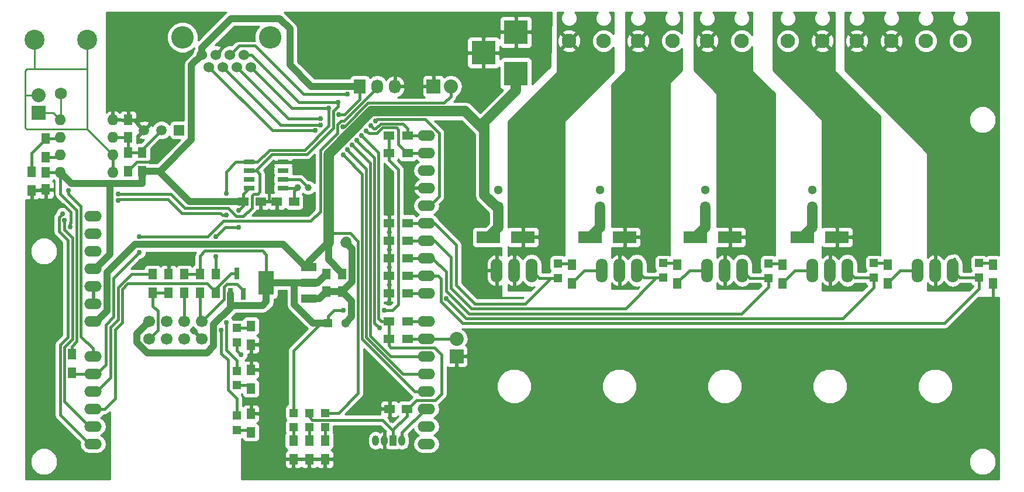
<source format=gbr>
G04 #@! TF.FileFunction,Copper,L1,Top,Signal*
%FSLAX46Y46*%
G04 Gerber Fmt 4.6, Leading zero omitted, Abs format (unit mm)*
G04 Created by KiCad (PCBNEW 4.0.2+dfsg1-stable) date Mon 11 Jun 2018 12:16:28 PM EDT*
%MOMM*%
G01*
G04 APERTURE LIST*
%ADD10C,0.100000*%
%ADD11C,3.251200*%
%ADD12C,1.524000*%
%ADD13O,2.540000X1.524000*%
%ADD14R,1.727200X2.032000*%
%ADD15O,1.727200X2.032000*%
%ADD16C,1.750000*%
%ADD17C,2.900000*%
%ADD18R,1.198880X1.198880*%
%ADD19R,1.300000X1.500000*%
%ADD20C,1.700000*%
%ADD21C,1.520000*%
%ADD22R,1.520000X1.520000*%
%ADD23R,1.250000X1.500000*%
%ADD24O,1.600000X1.600000*%
%ADD25R,3.500120X3.500120*%
%ADD26C,2.100000*%
%ADD27C,1.300000*%
%ADD28R,1.300000X1.300000*%
%ADD29O,1.699260X3.500120*%
%ADD30R,2.200000X1.200000*%
%ADD31R,2.200000X3.500000*%
%ADD32C,1.000760*%
%ADD33O,1.000000X1.500000*%
%ADD34R,1.000000X1.500000*%
%ADD35R,1.500000X1.250000*%
%ADD36R,1.600000X0.700000*%
%ADD37R,2.032000X2.032000*%
%ADD38O,2.032000X2.032000*%
%ADD39R,1.500000X1.300000*%
%ADD40R,0.800100X1.800860*%
%ADD41R,3.500120X1.800860*%
%ADD42C,0.600000*%
%ADD43C,0.762000*%
%ADD44C,0.381000*%
%ADD45C,1.016000*%
%ADD46C,1.524000*%
%ADD47C,0.250000*%
%ADD48C,0.254000*%
G04 APERTURE END LIST*
D10*
D11*
X57150000Y-60960000D03*
X44450000Y-60960000D03*
D12*
X53340000Y-63500000D03*
X51308000Y-63500000D03*
X49276000Y-63500000D03*
X47244000Y-63500000D03*
X54356000Y-65278000D03*
X52324000Y-65278000D03*
X50292000Y-65278000D03*
X48260000Y-65278000D03*
D13*
X31496000Y-119888000D03*
X31496000Y-117348000D03*
X31496000Y-114808000D03*
X31496000Y-107188000D03*
X31496000Y-109728000D03*
X31496000Y-112268000D03*
X31496000Y-102108000D03*
X31496000Y-99568000D03*
X31496000Y-97028000D03*
X31496000Y-91948000D03*
X31496000Y-89408000D03*
X79756000Y-119888000D03*
X79756000Y-117348000D03*
X79756000Y-114808000D03*
X79756000Y-112268000D03*
X79756000Y-109728000D03*
X79756000Y-107188000D03*
X79756000Y-104648000D03*
X79756000Y-102108000D03*
X79756000Y-98044000D03*
X79756000Y-95504000D03*
X79756000Y-92964000D03*
X79756000Y-90424000D03*
X79756000Y-87884000D03*
X79756000Y-85344000D03*
X79756000Y-82804000D03*
X79756000Y-80264000D03*
X31496000Y-94488000D03*
X79756000Y-77724000D03*
X79756000Y-75184000D03*
X31496000Y-86868000D03*
D14*
X70104000Y-68072000D03*
D15*
X72644000Y-68072000D03*
X75184000Y-68072000D03*
D16*
X26822400Y-69090200D03*
D17*
X30622400Y-61290200D03*
X23022400Y-61290200D03*
D18*
X52324000Y-105189020D03*
X52324000Y-103090980D03*
D19*
X54356000Y-102790000D03*
X54356000Y-105490000D03*
D18*
X52324000Y-109280960D03*
X52324000Y-111379000D03*
D19*
X54356000Y-111840000D03*
X54356000Y-109140000D03*
D20*
X47244000Y-104648000D03*
X47244000Y-102108000D03*
X44704000Y-104648000D03*
X44704000Y-102108000D03*
X42164000Y-104648000D03*
X42164000Y-102108000D03*
X39624000Y-104648000D03*
X39624000Y-102108000D03*
D21*
X41402000Y-74422000D03*
X38862000Y-74422000D03*
D22*
X43942000Y-74422000D03*
D23*
X36576000Y-75418000D03*
X36576000Y-72918000D03*
D19*
X36576000Y-77644000D03*
X36576000Y-80344000D03*
X38608000Y-80344000D03*
X38608000Y-77644000D03*
D24*
X34366200Y-80518000D03*
X34366200Y-77978000D03*
X34366200Y-75438000D03*
X34366200Y-72898000D03*
X26746200Y-72898000D03*
X26746200Y-75438000D03*
X26746200Y-77978000D03*
X26746200Y-80518000D03*
D25*
X92710000Y-66197480D03*
X92710000Y-60198000D03*
X88011000Y-63197740D03*
D26*
X157080000Y-61468000D03*
X152080000Y-61468000D03*
X147080000Y-61468000D03*
X142080000Y-61468000D03*
X137080000Y-61468000D03*
X132080000Y-61468000D03*
X125410000Y-61468000D03*
X120410000Y-61468000D03*
X115410000Y-61468000D03*
X110410000Y-61468000D03*
X105410000Y-61468000D03*
X100410000Y-61468000D03*
D27*
X120142000Y-83058000D03*
D28*
X120142000Y-85558000D03*
D27*
X104902000Y-83058000D03*
D28*
X104902000Y-85558000D03*
D27*
X90170000Y-83058000D03*
D28*
X90170000Y-85558000D03*
D29*
X153416000Y-94742000D03*
X155956000Y-94742000D03*
X150876000Y-94742000D03*
X122936000Y-94742000D03*
X125476000Y-94742000D03*
X120396000Y-94742000D03*
X107696000Y-94742000D03*
X110236000Y-94742000D03*
X105156000Y-94742000D03*
X92456000Y-94742000D03*
X94996000Y-94742000D03*
X89916000Y-94742000D03*
D27*
X135636000Y-83058000D03*
D28*
X135636000Y-85558000D03*
D29*
X138176000Y-94742000D03*
X140716000Y-94742000D03*
X135636000Y-94742000D03*
D18*
X65082618Y-115376436D03*
X65082618Y-117474476D03*
X62796618Y-115376436D03*
X62796618Y-117474476D03*
X60510618Y-115376436D03*
X60510618Y-117474476D03*
X52324000Y-115790980D03*
X52324000Y-117889020D03*
X159766000Y-95791020D03*
X159766000Y-93692980D03*
X129286000Y-95824040D03*
X129286000Y-93726000D03*
X114046000Y-95791020D03*
X114046000Y-93692980D03*
X98806000Y-95824040D03*
X98806000Y-93726000D03*
X144526000Y-95791020D03*
X144526000Y-93692980D03*
D19*
X65082618Y-119393456D03*
X65082618Y-122093456D03*
X62796618Y-119393456D03*
X62796618Y-122093456D03*
X60510618Y-119393456D03*
X60510618Y-122093456D03*
X54356000Y-118190000D03*
X54356000Y-115490000D03*
X161798000Y-93900000D03*
X161798000Y-96600000D03*
X131318000Y-93916500D03*
X131318000Y-96616500D03*
X116078000Y-93878400D03*
X116078000Y-96578400D03*
X100838000Y-93916500D03*
X100838000Y-96616500D03*
X146558000Y-93900000D03*
X146558000Y-96600000D03*
D27*
X68072000Y-90678000D03*
D28*
X65572000Y-90678000D03*
D27*
X68032000Y-102362000D03*
D28*
X65532000Y-102362000D03*
D30*
X62772840Y-94220000D03*
X62772840Y-96520000D03*
X62772840Y-98820000D03*
D31*
X56572840Y-96520000D03*
D32*
X61137800Y-82727800D03*
X62636400Y-82727800D03*
D33*
X76200000Y-119380000D03*
D34*
X74930000Y-119380000D03*
D33*
X73660000Y-119380000D03*
X72390000Y-119380000D03*
D35*
X60609800Y-84759800D03*
X58109800Y-84759800D03*
D36*
X59030800Y-80314800D03*
X59030800Y-81584800D03*
X59030800Y-79044800D03*
X59030800Y-82854800D03*
X54100800Y-79044800D03*
X54100800Y-80314800D03*
X54100800Y-81584800D03*
X54100800Y-82854800D03*
D23*
X24638000Y-80518000D03*
X24638000Y-83018000D03*
D35*
X55763800Y-84759800D03*
X53263800Y-84759800D03*
X74442000Y-114808000D03*
X76942000Y-114808000D03*
D23*
X67564000Y-95270000D03*
X67564000Y-97770000D03*
X65278000Y-95270000D03*
X65278000Y-97770000D03*
D19*
X46990000Y-97997000D03*
X46990000Y-95297000D03*
X49276000Y-95297000D03*
X49276000Y-97997000D03*
X40132000Y-97997000D03*
X40132000Y-95297000D03*
X42418000Y-95297000D03*
X42418000Y-97997000D03*
X24638000Y-75612000D03*
X24638000Y-78312000D03*
X22606000Y-83138000D03*
X22606000Y-80438000D03*
D37*
X80772000Y-68072000D03*
D38*
X83312000Y-68072000D03*
D39*
X77042000Y-75184000D03*
X74342000Y-75184000D03*
X77042000Y-77724000D03*
X74342000Y-77724000D03*
D19*
X28448000Y-109554000D03*
X28448000Y-106854000D03*
D39*
X74342000Y-95504000D03*
X77042000Y-95504000D03*
X74342000Y-92964000D03*
X77042000Y-92964000D03*
X74342000Y-90424000D03*
X77042000Y-90424000D03*
X74342000Y-87884000D03*
X77042000Y-87884000D03*
D19*
X44704000Y-95297000D03*
X44704000Y-97997000D03*
D39*
X77042000Y-102108000D03*
X74342000Y-102108000D03*
X77042000Y-104648000D03*
X74342000Y-104648000D03*
X74342000Y-98044000D03*
X77042000Y-98044000D03*
D40*
X51374000Y-98148140D03*
X53274000Y-98148140D03*
X52324000Y-95145860D03*
D41*
X134193280Y-89916000D03*
X139192000Y-89916000D03*
X118699280Y-89916000D03*
X123698000Y-89916000D03*
X103459280Y-89916000D03*
X108458000Y-89916000D03*
X88727280Y-89916000D03*
X93726000Y-89916000D03*
D37*
X84124800Y-107188000D03*
D38*
X84124800Y-104648000D03*
D37*
X23622000Y-71882000D03*
D38*
X23622000Y-69342000D03*
D42*
X60579000Y-79044800D03*
X56946800Y-83388200D03*
D43*
X28226239Y-88369239D03*
X74349882Y-99385678D03*
X74701400Y-116433600D03*
X43332400Y-93243400D03*
X23672276Y-85149417D03*
X40132000Y-78994000D03*
X74345800Y-86004400D03*
X67091764Y-72149221D03*
X70317200Y-75180032D03*
X52613578Y-88506232D03*
X49301400Y-92710000D03*
X49301400Y-89839800D03*
X52603400Y-86004400D03*
X69657895Y-75880591D03*
X67665600Y-73888600D03*
X72957160Y-103094454D03*
X38150800Y-89865200D03*
X38150800Y-92151200D03*
X67772128Y-100486782D03*
X73622140Y-100491050D03*
X27965071Y-83143849D03*
X82651600Y-98806000D03*
X52908200Y-106959400D03*
X50825400Y-102311200D03*
X50063400Y-103378000D03*
X66981637Y-70405015D03*
X27101087Y-86513353D03*
X71724349Y-73795733D03*
X35152767Y-83671102D03*
X64389299Y-72703902D03*
X69007340Y-76589283D03*
X63627199Y-74477387D03*
X67691998Y-77985542D03*
X64433861Y-73716625D03*
X68295435Y-77236321D03*
X50774600Y-86741000D03*
X50774600Y-83591400D03*
X65630564Y-71222770D03*
X27340489Y-87445101D03*
X71042981Y-74510412D03*
X35128200Y-84632800D03*
X68290069Y-69161020D03*
X72390000Y-73101200D03*
D44*
X38608000Y-77644000D02*
X38608000Y-77216000D01*
X38608000Y-77216000D02*
X40642001Y-75181999D01*
X40642001Y-75181999D02*
X41402000Y-74422000D01*
X36576000Y-77644000D02*
X38608000Y-77644000D01*
X36576000Y-75418000D02*
X36576000Y-77644000D01*
X34366200Y-75438000D02*
X36556000Y-75438000D01*
X36556000Y-75438000D02*
X36576000Y-75418000D01*
X59030800Y-79044800D02*
X60579000Y-79044800D01*
X56946800Y-84759800D02*
X56946800Y-83388200D01*
X56946800Y-84759800D02*
X58109800Y-84759800D01*
X55763800Y-84759800D02*
X56946800Y-84759800D01*
X28258466Y-87798197D02*
X28226239Y-87830424D01*
X28258466Y-86259077D02*
X28258466Y-87798197D01*
X27148806Y-85149417D02*
X28258466Y-86259077D01*
X23672276Y-85149417D02*
X27148806Y-85149417D01*
X28226239Y-87830424D02*
X28226239Y-88369239D01*
X74342000Y-99377796D02*
X74349882Y-99385678D01*
X74342000Y-98044000D02*
X74342000Y-99377796D01*
X74442000Y-114808000D02*
X74442000Y-116174200D01*
X74442000Y-116174200D02*
X74701400Y-116433600D01*
X42418000Y-95297000D02*
X42418000Y-94157800D01*
X42418000Y-94157800D02*
X43332400Y-93243400D01*
X22606000Y-83138000D02*
X22606000Y-84610602D01*
X22606000Y-84610602D02*
X23672276Y-84610602D01*
X23672276Y-84610602D02*
X23672276Y-85149417D01*
X36576000Y-80344000D02*
X36576000Y-80244000D01*
X36576000Y-80244000D02*
X37826000Y-78994000D01*
X37826000Y-78994000D02*
X40132000Y-78994000D01*
X74342000Y-87884000D02*
X74342000Y-86008200D01*
X74342000Y-86008200D02*
X74345800Y-86004400D01*
X161798000Y-97731000D02*
X161798000Y-99568000D01*
X161798000Y-96600000D02*
X161798000Y-97731000D01*
X36576000Y-72918000D02*
X37358000Y-72918000D01*
X37358000Y-72918000D02*
X38862000Y-74422000D01*
X34366200Y-72898000D02*
X36556000Y-72898000D01*
X36556000Y-72898000D02*
X36576000Y-72918000D01*
X22606000Y-83138000D02*
X24518000Y-83138000D01*
X24518000Y-83138000D02*
X24638000Y-83018000D01*
X150876000Y-94742000D02*
X148316000Y-94742000D01*
X148316000Y-94742000D02*
X146558000Y-96500000D01*
X146558000Y-96500000D02*
X146558000Y-96600000D01*
X135636000Y-94742000D02*
X133092500Y-94742000D01*
X133092500Y-94742000D02*
X131318000Y-96516500D01*
X131318000Y-96516500D02*
X131318000Y-96616500D01*
X120396000Y-94742000D02*
X117814400Y-94742000D01*
X117814400Y-94742000D02*
X116078000Y-96478400D01*
X116078000Y-96478400D02*
X116078000Y-96578400D01*
X105156000Y-94742000D02*
X102612500Y-94742000D01*
X102612500Y-94742000D02*
X100838000Y-96516500D01*
X100838000Y-96516500D02*
X100838000Y-96616500D01*
D45*
X47244000Y-63500000D02*
X47244000Y-62472461D01*
X47244000Y-62472461D02*
X51474261Y-58242200D01*
X51474261Y-58242200D02*
X58496200Y-58242200D01*
X58496200Y-58242200D02*
X59994800Y-59740800D01*
X63093600Y-68072000D02*
X70104000Y-68072000D01*
X59994800Y-59740800D02*
X59994800Y-64973200D01*
X59994800Y-64973200D02*
X63093600Y-68072000D01*
D44*
X67630579Y-72149221D02*
X67091764Y-72149221D01*
X67906379Y-72149221D02*
X67630579Y-72149221D01*
X70104000Y-69951600D02*
X67906379Y-72149221D01*
X70104000Y-68072000D02*
X70104000Y-69951600D01*
D45*
X38608000Y-80344000D02*
X41237221Y-80344000D01*
X41237221Y-80344000D02*
X45749043Y-75832178D01*
X45749043Y-75832178D02*
X45749043Y-64994957D01*
X45749043Y-64994957D02*
X47244000Y-63500000D01*
D44*
X29133800Y-86029800D02*
X29133800Y-105037200D01*
X29133800Y-105037200D02*
X28448000Y-105723000D01*
X28448000Y-105723000D02*
X28448000Y-106854000D01*
X26746200Y-83642200D02*
X26746200Y-80518000D01*
X29133800Y-86029800D02*
X26746200Y-83642200D01*
X72812169Y-77675001D02*
X70698199Y-75561031D01*
X70698199Y-75561031D02*
X70317200Y-75180032D01*
X74342000Y-102108000D02*
X73211000Y-102108000D01*
X73211000Y-102108000D02*
X72812169Y-101709169D01*
X72812169Y-101709169D02*
X72812169Y-77675001D01*
X52074763Y-88506232D02*
X52613578Y-88506232D01*
X50634968Y-88506232D02*
X52074763Y-88506232D01*
X49301400Y-89839800D02*
X50634968Y-88506232D01*
X74342000Y-104648000D02*
X74342000Y-105633177D01*
X74342000Y-105633177D02*
X74612516Y-105903693D01*
X81026000Y-113538000D02*
X78337000Y-113538000D01*
X74612516Y-105903693D02*
X80910093Y-105903693D01*
X80910093Y-105903693D02*
X81940400Y-106934000D01*
X81940400Y-106934000D02*
X81940400Y-112623600D01*
X81940400Y-112623600D02*
X81026000Y-113538000D01*
X78337000Y-113538000D02*
X77067000Y-114808000D01*
X77067000Y-114808000D02*
X76942000Y-114808000D01*
X26746200Y-80518000D02*
X26746200Y-80545808D01*
X26746200Y-80545808D02*
X27193551Y-80993159D01*
X74930000Y-118249000D02*
X74930000Y-117933589D01*
X74930000Y-117933589D02*
X73415006Y-116418595D01*
X73415006Y-116418595D02*
X63278615Y-116418595D01*
X62796618Y-115936598D02*
X62796618Y-115376436D01*
X63278615Y-116418595D02*
X62796618Y-115936598D01*
X49301400Y-92710000D02*
X49301400Y-95271600D01*
X49301400Y-95271600D02*
X49276000Y-95297000D01*
X53263800Y-84759800D02*
X53263800Y-85344000D01*
X53263800Y-85344000D02*
X52603400Y-86004400D01*
D45*
X31496000Y-94488000D02*
X31843101Y-94488000D01*
X31843101Y-94488000D02*
X33983800Y-92347301D01*
X33983800Y-92347301D02*
X33983800Y-82110000D01*
X33983800Y-82110000D02*
X38608000Y-82110000D01*
D44*
X76817000Y-114808000D02*
X76942000Y-114808000D01*
X74342000Y-102108000D02*
X74342000Y-104648000D01*
X76942000Y-114808000D02*
X76942000Y-115814000D01*
X76942000Y-115814000D02*
X74930000Y-117826000D01*
X74930000Y-117826000D02*
X74930000Y-118249000D01*
X74930000Y-118249000D02*
X74930000Y-119380000D01*
D45*
X38608000Y-80344000D02*
X41043895Y-80344000D01*
X41043895Y-80344000D02*
X45459695Y-84759800D01*
X45459695Y-84759800D02*
X51497800Y-84759800D01*
X51497800Y-84759800D02*
X53263800Y-84759800D01*
X31496000Y-94488000D02*
X32004000Y-94488000D01*
X38608000Y-80344000D02*
X40814402Y-80344000D01*
X26746200Y-80518000D02*
X28338200Y-82110000D01*
X28338200Y-82110000D02*
X38608000Y-82110000D01*
X38608000Y-82110000D02*
X38608000Y-80344000D01*
D44*
X53263800Y-84759800D02*
X53263800Y-83691800D01*
X53263800Y-83691800D02*
X54100800Y-82854800D01*
X24638000Y-80518000D02*
X26746200Y-80518000D01*
D46*
X88138000Y-74422000D02*
X85381146Y-71665146D01*
X85381146Y-71665146D02*
X71790577Y-71665146D01*
X71790577Y-71665146D02*
X65572000Y-77883723D01*
X65572000Y-77883723D02*
X65572000Y-88504000D01*
X65572000Y-88504000D02*
X65572000Y-90678000D01*
D44*
X65572000Y-90678000D02*
X65572000Y-89647000D01*
X65572000Y-89647000D02*
X65869510Y-89349490D01*
X65869510Y-89349490D02*
X68729778Y-89349490D01*
X69887697Y-90507409D02*
X69887697Y-112517455D01*
X68729778Y-89349490D02*
X69887697Y-90507409D01*
X69887697Y-112517455D02*
X67028716Y-115376436D01*
X67028716Y-115376436D02*
X65082618Y-115376436D01*
D46*
X88138000Y-74422000D02*
X88138000Y-73251386D01*
X88138000Y-73251386D02*
X92710000Y-68679386D01*
X92710000Y-68679386D02*
X92710000Y-66197480D01*
X120142000Y-85558000D02*
X120142000Y-88473280D01*
X120142000Y-88473280D02*
X118699280Y-89916000D01*
D45*
X31496000Y-102108000D02*
X32004000Y-102108000D01*
X32004000Y-102108000D02*
X33553400Y-100558600D01*
X33553400Y-100558600D02*
X33553400Y-95040923D01*
X33553400Y-95040923D02*
X37621713Y-90972610D01*
X59025450Y-90972610D02*
X62272840Y-94220000D01*
X37621713Y-90972610D02*
X59025450Y-90972610D01*
X62272840Y-94220000D02*
X62772840Y-94220000D01*
X65572000Y-92344000D02*
X65572000Y-90678000D01*
X65572000Y-93153000D02*
X65572000Y-92344000D01*
X67564000Y-95145000D02*
X65572000Y-93153000D01*
X67564000Y-95270000D02*
X67564000Y-95145000D01*
X65572000Y-90678000D02*
X65559599Y-90678000D01*
X62772840Y-93464759D02*
X62772840Y-94220000D01*
X65559599Y-90678000D02*
X62772840Y-93464759D01*
D46*
X90170000Y-85558000D02*
X89876000Y-85558000D01*
X89876000Y-85558000D02*
X88138000Y-83820000D01*
X135636000Y-85558000D02*
X135636000Y-88473280D01*
X135636000Y-88473280D02*
X134193280Y-89916000D01*
X104902000Y-85558000D02*
X104902000Y-88473280D01*
X104902000Y-88473280D02*
X103459280Y-89916000D01*
X90170000Y-85558000D02*
X90170000Y-88473280D01*
X90170000Y-88473280D02*
X88727280Y-89916000D01*
X88138000Y-83820000D02*
X88138000Y-74422000D01*
D44*
X67665600Y-73888600D02*
X67928472Y-73888600D01*
X67928472Y-73888600D02*
X71319182Y-70497890D01*
X71319182Y-70497890D02*
X82322950Y-70497890D01*
X82322950Y-70497890D02*
X83312000Y-69508840D01*
X83312000Y-69508840D02*
X83312000Y-68072000D01*
X72211741Y-78434437D02*
X70038894Y-76261590D01*
X72211741Y-102349035D02*
X72211741Y-78434437D01*
X72957160Y-103094454D02*
X72211741Y-102349035D01*
X70038894Y-76261590D02*
X69657895Y-75880591D01*
X77042000Y-102108000D02*
X79756000Y-102108000D01*
X31496000Y-109728000D02*
X28622000Y-109728000D01*
X28622000Y-109728000D02*
X28448000Y-109554000D01*
X72644000Y-68072000D02*
X72644000Y-68260884D01*
X66850242Y-73611758D02*
X66850242Y-74881758D01*
X72644000Y-68260884D02*
X67854484Y-73050400D01*
X63007487Y-87589113D02*
X50403513Y-87589113D01*
X67854484Y-73050400D02*
X67411600Y-73050400D01*
X67411600Y-73050400D02*
X66850242Y-73611758D01*
X66850242Y-74881758D02*
X64389000Y-77343000D01*
X64389000Y-77343000D02*
X64389000Y-86207600D01*
X64389000Y-86207600D02*
X63007487Y-87589113D01*
X50403513Y-87589113D02*
X48127426Y-89865200D01*
X48127426Y-89865200D02*
X38150800Y-89865200D01*
X72644000Y-68269798D02*
X72644000Y-68072000D01*
X31496000Y-109728000D02*
X32004000Y-109728000D01*
X32004000Y-109728000D02*
X33350200Y-108381800D01*
X33350200Y-108381800D02*
X33350200Y-102609682D01*
X33350200Y-102609682D02*
X34472126Y-101487756D01*
X34472126Y-101487756D02*
X34472126Y-95829874D01*
X34472126Y-95829874D02*
X37769801Y-92532199D01*
X37769801Y-92532199D02*
X38150800Y-92151200D01*
X67233313Y-100486782D02*
X67772128Y-100486782D01*
X66376218Y-100486782D02*
X67233313Y-100486782D01*
X65532000Y-101331000D02*
X66376218Y-100486782D01*
X65532000Y-102362000D02*
X65532000Y-101331000D01*
X74160955Y-100491050D02*
X73622140Y-100491050D01*
X75717400Y-99641287D02*
X74867637Y-100491050D01*
X75717400Y-80130400D02*
X75717400Y-99641287D01*
X74342000Y-77724000D02*
X74342000Y-78755000D01*
X74867637Y-100491050D02*
X74160955Y-100491050D01*
X74342000Y-78755000D02*
X75717400Y-80130400D01*
X74342000Y-75184000D02*
X74342000Y-77724000D01*
X60510618Y-115376436D02*
X60510618Y-106352382D01*
X60510618Y-106352382D02*
X64501000Y-102362000D01*
X64501000Y-102362000D02*
X65532000Y-102362000D01*
D45*
X51374000Y-100064570D02*
X51374000Y-98148140D01*
X37846000Y-103886000D02*
X37846000Y-105175842D01*
X51374000Y-100173557D02*
X51374000Y-100064570D01*
X48974398Y-102573159D02*
X51374000Y-100173557D01*
X48974398Y-105711602D02*
X48974398Y-102573159D01*
X39350158Y-106680000D02*
X48006000Y-106680000D01*
X39624000Y-102108000D02*
X37846000Y-103886000D01*
X37846000Y-105175842D02*
X39350158Y-106680000D01*
X48006000Y-106680000D02*
X48974398Y-105711602D01*
X51374000Y-98148140D02*
X51374000Y-99553423D01*
X51374000Y-99553423D02*
X51649743Y-99829166D01*
X51649743Y-99829166D02*
X56029674Y-99829166D01*
X56029674Y-99829166D02*
X56572840Y-99286000D01*
X56572840Y-99286000D02*
X56572840Y-96520000D01*
D44*
X46990000Y-95297000D02*
X46990000Y-92627009D01*
X46990000Y-92627009D02*
X47701479Y-91915530D01*
X47701479Y-91915530D02*
X56005622Y-91915530D01*
X56005622Y-91915530D02*
X56572840Y-92482748D01*
X56572840Y-92482748D02*
X56572840Y-96520000D01*
D45*
X62772840Y-96520000D02*
X60604400Y-96520000D01*
X60604400Y-96520000D02*
X56572840Y-96520000D01*
X60655200Y-99676762D02*
X60655200Y-96570800D01*
X60655200Y-96570800D02*
X60604400Y-96520000D01*
X65532000Y-102362000D02*
X63340438Y-102362000D01*
X63340438Y-102362000D02*
X60655200Y-99676762D01*
X65278000Y-95270000D02*
X64028000Y-96520000D01*
X64028000Y-96520000D02*
X62772840Y-96520000D01*
D44*
X44704000Y-95297000D02*
X44704000Y-95397000D01*
X46990000Y-95297000D02*
X46990000Y-95397000D01*
X44704000Y-95297000D02*
X46990000Y-95297000D01*
X77042000Y-95504000D02*
X79756000Y-95504000D01*
X79756000Y-95504000D02*
X81407000Y-95504000D01*
X81407000Y-95504000D02*
X81864200Y-95961200D01*
X81864200Y-99236784D02*
X85036341Y-102408925D01*
X81864200Y-95961200D02*
X81864200Y-99236784D01*
X159766000Y-97404411D02*
X159766000Y-95791020D01*
X85036341Y-102408925D02*
X154761486Y-102408925D01*
X154761486Y-102408925D02*
X159766000Y-97404411D01*
X159766000Y-95791020D02*
X157005020Y-95791020D01*
X157005020Y-95791020D02*
X155956000Y-94742000D01*
X156210000Y-93074043D02*
X155956000Y-93328043D01*
X155956000Y-93328043D02*
X155956000Y-94742000D01*
X79756000Y-92964000D02*
X80640949Y-92964000D01*
X80640949Y-92964000D02*
X82634675Y-94957726D01*
X82634675Y-94957726D02*
X82634675Y-97687092D01*
X82634675Y-97687092D02*
X85937983Y-100990400D01*
X85937983Y-100990400D02*
X86410800Y-100990400D01*
X77042000Y-92964000D02*
X79756000Y-92964000D01*
X125383240Y-100990400D02*
X86410800Y-100990400D01*
X86410800Y-100990400D02*
X86207600Y-100990400D01*
X86207600Y-100990400D02*
X86147928Y-100990400D01*
X129286000Y-95824040D02*
X129286000Y-97087640D01*
X129286000Y-97087640D02*
X125383240Y-100990400D01*
X129286000Y-95824040D02*
X126558040Y-95824040D01*
X126558040Y-95824040D02*
X125476000Y-94742000D01*
X24638000Y-75612000D02*
X24638000Y-75712000D01*
X24638000Y-75712000D02*
X22606000Y-77744000D01*
X22606000Y-77744000D02*
X22606000Y-79307000D01*
X22606000Y-79307000D02*
X22606000Y-80438000D01*
X24638000Y-75612000D02*
X26572200Y-75612000D01*
X26572200Y-75612000D02*
X26746200Y-75438000D01*
X31496000Y-107188000D02*
X31496000Y-106045000D01*
X31496000Y-106045000D02*
X29747717Y-104296717D01*
X29747717Y-104296717D02*
X29747717Y-85465310D01*
X29747717Y-85465310D02*
X27965071Y-83682664D01*
X27965071Y-83682664D02*
X27965071Y-83143849D01*
X24638000Y-78312000D02*
X26412200Y-78312000D01*
X26412200Y-78312000D02*
X26746200Y-77978000D01*
X114046000Y-95791020D02*
X113065560Y-95791020D01*
X113065560Y-95791020D02*
X108602780Y-100253800D01*
X108602780Y-100253800D02*
X86300652Y-100253800D01*
X86300652Y-100253800D02*
X83338943Y-97292091D01*
X83338943Y-97292091D02*
X83338943Y-92843915D01*
X83338943Y-92843915D02*
X80919028Y-90424000D01*
X80919028Y-90424000D02*
X79756000Y-90424000D01*
X77042000Y-90424000D02*
X79756000Y-90424000D01*
X114046000Y-95791020D02*
X111285020Y-95791020D01*
X111285020Y-95791020D02*
X110236000Y-94742000D01*
X98806000Y-95824040D02*
X97825560Y-95824040D01*
X97825560Y-95824040D02*
X94056200Y-99593400D01*
X86803247Y-99593400D02*
X84108316Y-96898469D01*
X94056200Y-99593400D02*
X86803247Y-99593400D01*
X84108316Y-91061346D02*
X80930970Y-87884000D01*
X84108316Y-96898469D02*
X84108316Y-91061346D01*
X80930970Y-87884000D02*
X79756000Y-87884000D01*
X77042000Y-87884000D02*
X79756000Y-87884000D01*
X98806000Y-95824040D02*
X96078040Y-95824040D01*
X96078040Y-95824040D02*
X94996000Y-94742000D01*
X79756000Y-104648000D02*
X84124800Y-104648000D01*
X77042000Y-104648000D02*
X79756000Y-104648000D01*
X80264000Y-104648000D02*
X79756000Y-104648000D01*
D47*
X23022400Y-65557400D02*
X21943531Y-65557400D01*
X21943531Y-65557400D02*
X21685910Y-65815021D01*
X21685910Y-65815021D02*
X21685910Y-69325040D01*
X21685910Y-69325040D02*
X21708318Y-69347448D01*
X21708318Y-69347448D02*
X21713766Y-69342000D01*
X21713766Y-69342000D02*
X23622000Y-69342000D01*
X21685910Y-69073989D02*
X21685910Y-74074701D01*
X21685910Y-74074701D02*
X21910186Y-74298977D01*
X21910186Y-74298977D02*
X30687177Y-74298977D01*
X30687177Y-74298977D02*
X30701199Y-74312999D01*
X23022400Y-65557400D02*
X23027158Y-65562158D01*
X23027158Y-65562158D02*
X30540958Y-65562158D01*
X30540958Y-65562158D02*
X30622400Y-65643600D01*
D44*
X34366200Y-80518000D02*
X34366200Y-77978000D01*
D47*
X30701199Y-74312999D02*
X30681312Y-74293112D01*
X30622400Y-65643600D02*
X30622400Y-74234200D01*
X30622400Y-74234200D02*
X30701199Y-74312999D01*
X34366200Y-77978000D02*
X30701199Y-74312999D01*
X30622400Y-65643600D02*
X30622400Y-61290200D01*
D48*
X23022400Y-61290200D02*
X23022400Y-65557400D01*
D44*
X77042000Y-98044000D02*
X79756000Y-98044000D01*
X82651600Y-98806000D02*
X82651600Y-98835680D01*
X85492120Y-101676200D02*
X140024256Y-101676200D01*
X82651600Y-98835680D02*
X85492120Y-101676200D01*
X140024256Y-101676200D02*
X144526000Y-97174456D01*
X144526000Y-97174456D02*
X144526000Y-95791020D01*
X144526000Y-95791020D02*
X141765020Y-95791020D01*
X141765020Y-95791020D02*
X140716000Y-94742000D01*
X49276000Y-97997000D02*
X49276000Y-97897000D01*
X49276000Y-97897000D02*
X48023134Y-96644134D01*
X48023134Y-96644134D02*
X36522659Y-96644134D01*
X36522659Y-96644134D02*
X35736683Y-97430110D01*
X35736683Y-97430110D02*
X35736683Y-102256219D01*
X35736683Y-102256219D02*
X34671811Y-103321091D01*
X34671811Y-103321091D02*
X34671811Y-113283189D01*
X34671811Y-113283189D02*
X33147000Y-114808000D01*
X33147000Y-114808000D02*
X31496000Y-114808000D01*
X49276000Y-97997000D02*
X49276000Y-97375608D01*
X49276000Y-97375608D02*
X51505748Y-95145860D01*
X51505748Y-95145860D02*
X52324000Y-95145860D01*
X40864501Y-100613499D02*
X40132000Y-99880998D01*
X40132000Y-99880998D02*
X40132000Y-97997000D01*
X39624000Y-104648000D02*
X40864501Y-103407499D01*
X40864501Y-103407499D02*
X40864501Y-100613499D01*
X40132000Y-97997000D02*
X42418000Y-97997000D01*
X52324000Y-105189020D02*
X52324000Y-106375200D01*
X52324000Y-106375200D02*
X52908200Y-106959400D01*
X39101000Y-95297000D02*
X40132000Y-95297000D01*
X32004000Y-112268000D02*
X34036000Y-110236000D01*
X31496000Y-112268000D02*
X32004000Y-112268000D01*
X34036000Y-110236000D02*
X34036000Y-102936115D01*
X35112070Y-101860045D02*
X35112070Y-97233050D01*
X35112070Y-97233050D02*
X37048120Y-95297000D01*
X37048120Y-95297000D02*
X39101000Y-95297000D01*
X34036000Y-102936115D02*
X35112070Y-101860045D01*
X39951123Y-95297000D02*
X40132000Y-95297000D01*
X40132000Y-95397000D02*
X40132000Y-95297000D01*
X52324000Y-103090980D02*
X54055020Y-103090980D01*
X54055020Y-103090980D02*
X54356000Y-102790000D01*
X65082618Y-119393456D02*
X65082618Y-117474476D01*
X62796618Y-119393456D02*
X62796618Y-117474476D01*
X60510618Y-119393456D02*
X60510618Y-117474476D01*
X52324000Y-109280960D02*
X52324000Y-107788728D01*
X52324000Y-107788728D02*
X50835920Y-106300648D01*
X50835920Y-106300648D02*
X50835920Y-102321720D01*
X50835920Y-102321720D02*
X50825400Y-102311200D01*
X47244000Y-102108000D02*
X50445318Y-98906682D01*
X50445318Y-97096558D02*
X50844076Y-96697800D01*
X50445318Y-98906682D02*
X50445318Y-97096558D01*
X52324040Y-96697800D02*
X53274000Y-97647760D01*
X50844076Y-96697800D02*
X52324040Y-96697800D01*
X53274000Y-97647760D02*
X53274000Y-98148140D01*
X46990000Y-97997000D02*
X46990000Y-101854000D01*
X46990000Y-101854000D02*
X47244000Y-102108000D01*
X52324000Y-111379000D02*
X53895000Y-111379000D01*
X53895000Y-111379000D02*
X54356000Y-111840000D01*
X52324000Y-115790980D02*
X52324000Y-113317351D01*
X52324000Y-113317351D02*
X51054000Y-112047351D01*
X51054000Y-112047351D02*
X51054000Y-107750947D01*
X51054000Y-107750947D02*
X50063400Y-106760347D01*
X50063400Y-106760347D02*
X50063400Y-103378000D01*
X52324000Y-117889020D02*
X54055020Y-117889020D01*
X54055020Y-117889020D02*
X54356000Y-118190000D01*
X159766000Y-93692980D02*
X161590980Y-93692980D01*
X161590980Y-93692980D02*
X161798000Y-93900000D01*
X129286000Y-93726000D02*
X131127500Y-93726000D01*
X131127500Y-93726000D02*
X131318000Y-93916500D01*
X114046000Y-93692980D02*
X115892580Y-93692980D01*
X115892580Y-93692980D02*
X116078000Y-93878400D01*
X98806000Y-93726000D02*
X100647500Y-93726000D01*
X100647500Y-93726000D02*
X100838000Y-93916500D01*
X144526000Y-93692980D02*
X146350980Y-93692980D01*
X146350980Y-93692980D02*
X146558000Y-93900000D01*
X44704000Y-97997000D02*
X44704000Y-99128000D01*
X44704000Y-99128000D02*
X44704000Y-102108000D01*
D45*
X68943697Y-101450303D02*
X68943697Y-99149697D01*
X68943697Y-99149697D02*
X67564000Y-97770000D01*
X68032000Y-102362000D02*
X68943697Y-101450303D01*
X68072000Y-90678000D02*
X68989186Y-91595186D01*
X68989186Y-96344814D02*
X67564000Y-97770000D01*
X68989186Y-91595186D02*
X68989186Y-96344814D01*
D46*
X68139104Y-90610896D02*
X68072000Y-90678000D01*
D45*
X62772840Y-98820000D02*
X64228000Y-98820000D01*
X64228000Y-98820000D02*
X65278000Y-97770000D01*
X67564000Y-97770000D02*
X65278000Y-97770000D01*
D44*
X76200000Y-119380000D02*
X76200000Y-118249000D01*
X79641000Y-114808000D02*
X79756000Y-114808000D01*
X76200000Y-118249000D02*
X79641000Y-114808000D01*
X66981637Y-70405015D02*
X66981637Y-70943830D01*
X66981637Y-70943830D02*
X66268600Y-71656867D01*
X66268600Y-71656867D02*
X66268600Y-74063110D01*
X66268600Y-74063110D02*
X62462407Y-77869303D01*
X62462407Y-77869303D02*
X57385697Y-77869303D01*
X57385697Y-77869303D02*
X55170397Y-80084603D01*
X55170397Y-80084603D02*
X55170397Y-80314800D01*
X35152767Y-83671102D02*
X42751702Y-83671102D01*
X42751702Y-83671102D02*
X44818562Y-85737962D01*
X44818562Y-85737962D02*
X51041562Y-85737962D01*
X51041562Y-85737962D02*
X52222400Y-86918800D01*
X53231617Y-86918800D02*
X54483000Y-85667417D01*
X54745837Y-83631513D02*
X55353681Y-83631513D01*
X52222400Y-86918800D02*
X53231617Y-86918800D01*
X55353681Y-83631513D02*
X55651400Y-83333794D01*
X54483000Y-85667417D02*
X54483000Y-83894350D01*
X54483000Y-83894350D02*
X54745837Y-83631513D01*
X55651400Y-83333794D02*
X55651400Y-80795803D01*
X55651400Y-80795803D02*
X55170397Y-80314800D01*
X55170397Y-80314800D02*
X54100800Y-80314800D01*
X66442822Y-70405015D02*
X66981637Y-70405015D01*
X53340000Y-63500000D02*
X54417630Y-63500000D01*
X54417630Y-63500000D02*
X61322645Y-70405015D01*
X61322645Y-70405015D02*
X66442822Y-70405015D01*
X27863800Y-90373200D02*
X26561538Y-89070938D01*
X26561538Y-89070938D02*
X26561538Y-87052902D01*
X27863800Y-104419400D02*
X27863800Y-90373200D01*
X26767795Y-105515405D02*
X27863800Y-104419400D01*
X26767795Y-115667795D02*
X26767795Y-105515405D01*
X26720088Y-86894352D02*
X27101087Y-86513353D01*
X31496000Y-119888000D02*
X30988000Y-119888000D01*
X26561538Y-87052902D02*
X26720088Y-86894352D01*
X30988000Y-119888000D02*
X26767795Y-115667795D01*
X72429047Y-74176732D02*
X72105348Y-74176732D01*
X73140044Y-73465735D02*
X72429047Y-74176732D01*
X76354735Y-73465735D02*
X73140044Y-73465735D01*
X72105348Y-74176732D02*
X71724349Y-73795733D01*
X77042000Y-74153000D02*
X76354735Y-73465735D01*
X77042000Y-75184000D02*
X77042000Y-74153000D01*
X54100800Y-80314800D02*
X53650800Y-80314800D01*
X77042000Y-75184000D02*
X79756000Y-75184000D01*
X63850484Y-72703902D02*
X64389299Y-72703902D01*
X52324000Y-65278000D02*
X59749902Y-72703902D01*
X59749902Y-72703902D02*
X63850484Y-72703902D01*
X71630730Y-104198292D02*
X71630730Y-79212673D01*
X69388339Y-76970282D02*
X69007340Y-76589283D01*
X71630730Y-79212673D02*
X69388339Y-76970282D01*
X79756000Y-107188000D02*
X74620438Y-107188000D01*
X74620438Y-107188000D02*
X71630730Y-104198292D01*
X63088384Y-74477387D02*
X63627199Y-74477387D01*
X57459387Y-74477387D02*
X63088384Y-74477387D01*
X48260000Y-65278000D02*
X57459387Y-74477387D01*
X70468708Y-80762252D02*
X68072997Y-78366541D01*
X70468708Y-104679614D02*
X70468708Y-80762252D01*
X78057094Y-112268000D02*
X70468708Y-104679614D01*
X79756000Y-112268000D02*
X78057094Y-112268000D01*
X68072997Y-78366541D02*
X67691998Y-77985542D01*
X50292000Y-65278000D02*
X58691113Y-73677113D01*
X63855534Y-73677113D02*
X63895046Y-73716625D01*
X58691113Y-73677113D02*
X63855534Y-73677113D01*
X63895046Y-73716625D02*
X64433861Y-73716625D01*
X71049719Y-104438953D02*
X71049719Y-79990605D01*
X68676434Y-77617320D02*
X68295435Y-77236321D01*
X76338766Y-109728000D02*
X71049719Y-104438953D01*
X71049719Y-79990605D02*
X68676434Y-77617320D01*
X79756000Y-109728000D02*
X76338766Y-109728000D01*
X65630564Y-73790036D02*
X65630564Y-71761585D01*
X62132308Y-77288292D02*
X65630564Y-73790036D01*
X65630564Y-71761585D02*
X65630564Y-71222770D01*
X57038308Y-77288292D02*
X62132308Y-77288292D01*
X55281800Y-79044800D02*
X57038308Y-77288292D01*
X54100800Y-79044800D02*
X55281800Y-79044800D01*
X50774600Y-86741000D02*
X50235785Y-86741000D01*
X50235785Y-86741000D02*
X49933874Y-86439089D01*
X49933874Y-86439089D02*
X44376689Y-86439089D01*
X44376689Y-86439089D02*
X42366430Y-84428830D01*
X42366430Y-84428830D02*
X35332170Y-84428830D01*
X35332170Y-84428830D02*
X35128200Y-84632800D01*
X52146200Y-79044800D02*
X50774600Y-80416400D01*
X50774600Y-80416400D02*
X50774600Y-83591400D01*
X54100800Y-79044800D02*
X52146200Y-79044800D01*
X54100800Y-79044800D02*
X53650800Y-79044800D01*
X60300770Y-71222770D02*
X65091749Y-71222770D01*
X54356000Y-65278000D02*
X60300770Y-71222770D01*
X65091749Y-71222770D02*
X65630564Y-71222770D01*
X28549600Y-90043000D02*
X27340489Y-88833889D01*
X27340489Y-88833889D02*
X27340489Y-87445101D01*
X28549600Y-104649498D02*
X28549600Y-90043000D01*
X27348806Y-113708806D02*
X27348806Y-105850292D01*
X27348806Y-105850292D02*
X28549600Y-104649498D01*
X30988000Y-117348000D02*
X27348806Y-113708806D01*
X27348806Y-87453418D02*
X27340489Y-87445101D01*
X31496000Y-117348000D02*
X30988000Y-117348000D01*
X71423980Y-74891411D02*
X71042981Y-74510412D01*
X72536041Y-74891411D02*
X71423980Y-74891411D01*
X76942000Y-77724000D02*
X75692000Y-76474000D01*
X73380706Y-74046746D02*
X72536041Y-74891411D01*
X77042000Y-77724000D02*
X76942000Y-77724000D01*
X75692000Y-76474000D02*
X75692000Y-74345800D01*
X75392946Y-74046746D02*
X73380706Y-74046746D01*
X75692000Y-74345800D02*
X75392946Y-74046746D01*
X77042000Y-77724000D02*
X79756000Y-77724000D01*
X59030800Y-82854800D02*
X61010800Y-82854800D01*
X61010800Y-82854800D02*
X61137800Y-82727800D01*
X60609800Y-84759800D02*
X60609800Y-83255800D01*
X60609800Y-83255800D02*
X61137800Y-82727800D01*
X62636400Y-82727800D02*
X61493400Y-81584800D01*
X61493400Y-81584800D02*
X59030800Y-81584800D01*
X122936000Y-94742000D02*
X122936000Y-93841570D01*
X51308000Y-63500000D02*
X52626497Y-62181503D01*
X52626497Y-62181503D02*
X54976999Y-62181503D01*
X54976999Y-62181503D02*
X61956516Y-69161020D01*
X61956516Y-69161020D02*
X67751254Y-69161020D01*
X67751254Y-69161020D02*
X68290069Y-69161020D01*
X79756000Y-85344000D02*
X80264000Y-85344000D01*
X80264000Y-85344000D02*
X81584800Y-84023200D01*
X81584800Y-84023200D02*
X81584800Y-74874905D01*
X81584800Y-74874905D02*
X79554188Y-72844293D01*
X79554188Y-72844293D02*
X72646907Y-72844293D01*
X72646907Y-72844293D02*
X72390000Y-73101200D01*
D47*
X23622000Y-71882000D02*
X25730200Y-71882000D01*
X25730200Y-71882000D02*
X26746200Y-72898000D01*
D48*
X26822400Y-69090200D02*
X26822400Y-72821800D01*
X26822400Y-72821800D02*
X26746200Y-72898000D01*
G36*
X141075991Y-57495875D02*
X140895206Y-57931255D01*
X140894794Y-58402677D01*
X141074820Y-58838372D01*
X141407875Y-59172009D01*
X141843255Y-59352794D01*
X142314677Y-59353206D01*
X142750372Y-59173180D01*
X143084009Y-58840125D01*
X143264794Y-58404745D01*
X143265206Y-57933323D01*
X143085180Y-57497628D01*
X142939806Y-57352000D01*
X146220117Y-57352000D01*
X146075991Y-57495875D01*
X145895206Y-57931255D01*
X145894794Y-58402677D01*
X146074820Y-58838372D01*
X146407875Y-59172009D01*
X146843255Y-59352794D01*
X147314677Y-59353206D01*
X147750372Y-59173180D01*
X148084009Y-58840125D01*
X148264794Y-58404745D01*
X148265206Y-57933323D01*
X148085180Y-57497628D01*
X147939806Y-57352000D01*
X151220117Y-57352000D01*
X151075991Y-57495875D01*
X150895206Y-57931255D01*
X150894794Y-58402677D01*
X151074820Y-58838372D01*
X151407875Y-59172009D01*
X151843255Y-59352794D01*
X152314677Y-59353206D01*
X152750372Y-59173180D01*
X153084009Y-58840125D01*
X153264794Y-58404745D01*
X153265206Y-57933323D01*
X153085180Y-57497628D01*
X152939806Y-57352000D01*
X156220117Y-57352000D01*
X156075991Y-57495875D01*
X155895206Y-57931255D01*
X155894794Y-58402677D01*
X156074820Y-58838372D01*
X156407875Y-59172009D01*
X156843255Y-59352794D01*
X157314677Y-59353206D01*
X157750372Y-59173180D01*
X158084009Y-58840125D01*
X158264794Y-58404745D01*
X158265206Y-57933323D01*
X158085180Y-57497628D01*
X157939806Y-57352000D01*
X162612000Y-57352000D01*
X162612000Y-92535771D01*
X162448000Y-92502560D01*
X161148000Y-92502560D01*
X160912683Y-92546838D01*
X160798060Y-92620596D01*
X160617330Y-92497109D01*
X160365440Y-92446100D01*
X159166560Y-92446100D01*
X158931243Y-92490378D01*
X158715119Y-92629450D01*
X158570129Y-92841650D01*
X158519120Y-93093540D01*
X158519120Y-94292420D01*
X158563398Y-94527737D01*
X158702470Y-94743861D01*
X158703467Y-94744543D01*
X158570129Y-94939690D01*
X158564898Y-94965520D01*
X157440630Y-94965520D01*
X157440630Y-93794844D01*
X157327619Y-93226701D01*
X157005792Y-92745052D01*
X156930146Y-92694507D01*
X156793716Y-92490327D01*
X156525905Y-92311380D01*
X156210000Y-92248543D01*
X155894094Y-92311380D01*
X155870338Y-92327253D01*
X155387857Y-92423225D01*
X154906208Y-92745052D01*
X154680484Y-93082873D01*
X154375989Y-92701976D01*
X153866810Y-92421351D01*
X153772832Y-92400460D01*
X153543000Y-92521786D01*
X153543000Y-94615000D01*
X153563000Y-94615000D01*
X153563000Y-94869000D01*
X153543000Y-94869000D01*
X153543000Y-96962214D01*
X153772832Y-97083540D01*
X153866810Y-97062649D01*
X154375989Y-96782024D01*
X154680484Y-96401127D01*
X154906208Y-96738948D01*
X155387857Y-97060775D01*
X155956000Y-97173786D01*
X156524143Y-97060775D01*
X157005792Y-96738948D01*
X157087596Y-96616520D01*
X158561656Y-96616520D01*
X158563398Y-96625777D01*
X158702470Y-96841901D01*
X158914670Y-96986891D01*
X158940500Y-96992122D01*
X158940500Y-97062478D01*
X158339978Y-97663000D01*
X152273000Y-97663000D01*
X152273000Y-96553093D01*
X152456011Y-96782024D01*
X152965190Y-97062649D01*
X153059168Y-97083540D01*
X153289000Y-96962214D01*
X153289000Y-94869000D01*
X153269000Y-94869000D01*
X153269000Y-94615000D01*
X153289000Y-94615000D01*
X153289000Y-92521786D01*
X153059168Y-92400460D01*
X152965190Y-92421351D01*
X152456011Y-92701976D01*
X152273000Y-92930907D01*
X152273000Y-77724000D01*
X152262994Y-77674590D01*
X152235803Y-77634197D01*
X147892715Y-73291109D01*
X158288657Y-73291109D01*
X158590218Y-74020943D01*
X159148120Y-74579819D01*
X159877427Y-74882654D01*
X160667109Y-74883343D01*
X161396943Y-74581782D01*
X161955819Y-74023880D01*
X162258654Y-73294573D01*
X162259343Y-72504891D01*
X161957782Y-71775057D01*
X161399880Y-71216181D01*
X160670573Y-70913346D01*
X159880891Y-70912657D01*
X159151057Y-71214218D01*
X158592181Y-71772120D01*
X158289346Y-72501427D01*
X158288657Y-73291109D01*
X147892715Y-73291109D01*
X140335000Y-65733394D01*
X140335000Y-62656703D01*
X141070902Y-62656703D01*
X141175687Y-62928745D01*
X141803526Y-63163619D01*
X142473456Y-63140349D01*
X142984313Y-62928745D01*
X143089098Y-62656703D01*
X146070902Y-62656703D01*
X146175687Y-62928745D01*
X146803526Y-63163619D01*
X147473456Y-63140349D01*
X147984313Y-62928745D01*
X148089098Y-62656703D01*
X147080000Y-61647605D01*
X146070902Y-62656703D01*
X143089098Y-62656703D01*
X142080000Y-61647605D01*
X141070902Y-62656703D01*
X140335000Y-62656703D01*
X140335000Y-61191526D01*
X140384381Y-61191526D01*
X140407651Y-61861456D01*
X140619255Y-62372313D01*
X140891297Y-62477098D01*
X141900395Y-61468000D01*
X142259605Y-61468000D01*
X143268703Y-62477098D01*
X143540745Y-62372313D01*
X143775619Y-61744474D01*
X143756413Y-61191526D01*
X145384381Y-61191526D01*
X145407651Y-61861456D01*
X145619255Y-62372313D01*
X145891297Y-62477098D01*
X146900395Y-61468000D01*
X147259605Y-61468000D01*
X148268703Y-62477098D01*
X148540745Y-62372313D01*
X148754211Y-61801697D01*
X150394708Y-61801697D01*
X150650694Y-62421229D01*
X151124278Y-62895640D01*
X151743362Y-63152707D01*
X152413697Y-63153292D01*
X153033229Y-62897306D01*
X153507640Y-62423722D01*
X153764707Y-61804638D01*
X153764709Y-61801697D01*
X155394708Y-61801697D01*
X155650694Y-62421229D01*
X156124278Y-62895640D01*
X156743362Y-63152707D01*
X157413697Y-63153292D01*
X158033229Y-62897306D01*
X158507640Y-62423722D01*
X158764707Y-61804638D01*
X158765292Y-61134303D01*
X158509306Y-60514771D01*
X158035722Y-60040360D01*
X157416638Y-59783293D01*
X156746303Y-59782708D01*
X156126771Y-60038694D01*
X155652360Y-60512278D01*
X155395293Y-61131362D01*
X155394708Y-61801697D01*
X153764709Y-61801697D01*
X153765292Y-61134303D01*
X153509306Y-60514771D01*
X153035722Y-60040360D01*
X152416638Y-59783293D01*
X151746303Y-59782708D01*
X151126771Y-60038694D01*
X150652360Y-60512278D01*
X150395293Y-61131362D01*
X150394708Y-61801697D01*
X148754211Y-61801697D01*
X148775619Y-61744474D01*
X148752349Y-61074544D01*
X148540745Y-60563687D01*
X148268703Y-60458902D01*
X147259605Y-61468000D01*
X146900395Y-61468000D01*
X145891297Y-60458902D01*
X145619255Y-60563687D01*
X145384381Y-61191526D01*
X143756413Y-61191526D01*
X143752349Y-61074544D01*
X143540745Y-60563687D01*
X143268703Y-60458902D01*
X142259605Y-61468000D01*
X141900395Y-61468000D01*
X140891297Y-60458902D01*
X140619255Y-60563687D01*
X140384381Y-61191526D01*
X140335000Y-61191526D01*
X140335000Y-60279297D01*
X141070902Y-60279297D01*
X142080000Y-61288395D01*
X143089098Y-60279297D01*
X146070902Y-60279297D01*
X147080000Y-61288395D01*
X148089098Y-60279297D01*
X147984313Y-60007255D01*
X147356474Y-59772381D01*
X146686544Y-59795651D01*
X146175687Y-60007255D01*
X146070902Y-60279297D01*
X143089098Y-60279297D01*
X142984313Y-60007255D01*
X142356474Y-59772381D01*
X141686544Y-59795651D01*
X141175687Y-60007255D01*
X141070902Y-60279297D01*
X140335000Y-60279297D01*
X140335000Y-57352000D01*
X141220117Y-57352000D01*
X141075991Y-57495875D01*
X141075991Y-57495875D01*
G37*
X141075991Y-57495875D02*
X140895206Y-57931255D01*
X140894794Y-58402677D01*
X141074820Y-58838372D01*
X141407875Y-59172009D01*
X141843255Y-59352794D01*
X142314677Y-59353206D01*
X142750372Y-59173180D01*
X143084009Y-58840125D01*
X143264794Y-58404745D01*
X143265206Y-57933323D01*
X143085180Y-57497628D01*
X142939806Y-57352000D01*
X146220117Y-57352000D01*
X146075991Y-57495875D01*
X145895206Y-57931255D01*
X145894794Y-58402677D01*
X146074820Y-58838372D01*
X146407875Y-59172009D01*
X146843255Y-59352794D01*
X147314677Y-59353206D01*
X147750372Y-59173180D01*
X148084009Y-58840125D01*
X148264794Y-58404745D01*
X148265206Y-57933323D01*
X148085180Y-57497628D01*
X147939806Y-57352000D01*
X151220117Y-57352000D01*
X151075991Y-57495875D01*
X150895206Y-57931255D01*
X150894794Y-58402677D01*
X151074820Y-58838372D01*
X151407875Y-59172009D01*
X151843255Y-59352794D01*
X152314677Y-59353206D01*
X152750372Y-59173180D01*
X153084009Y-58840125D01*
X153264794Y-58404745D01*
X153265206Y-57933323D01*
X153085180Y-57497628D01*
X152939806Y-57352000D01*
X156220117Y-57352000D01*
X156075991Y-57495875D01*
X155895206Y-57931255D01*
X155894794Y-58402677D01*
X156074820Y-58838372D01*
X156407875Y-59172009D01*
X156843255Y-59352794D01*
X157314677Y-59353206D01*
X157750372Y-59173180D01*
X158084009Y-58840125D01*
X158264794Y-58404745D01*
X158265206Y-57933323D01*
X158085180Y-57497628D01*
X157939806Y-57352000D01*
X162612000Y-57352000D01*
X162612000Y-92535771D01*
X162448000Y-92502560D01*
X161148000Y-92502560D01*
X160912683Y-92546838D01*
X160798060Y-92620596D01*
X160617330Y-92497109D01*
X160365440Y-92446100D01*
X159166560Y-92446100D01*
X158931243Y-92490378D01*
X158715119Y-92629450D01*
X158570129Y-92841650D01*
X158519120Y-93093540D01*
X158519120Y-94292420D01*
X158563398Y-94527737D01*
X158702470Y-94743861D01*
X158703467Y-94744543D01*
X158570129Y-94939690D01*
X158564898Y-94965520D01*
X157440630Y-94965520D01*
X157440630Y-93794844D01*
X157327619Y-93226701D01*
X157005792Y-92745052D01*
X156930146Y-92694507D01*
X156793716Y-92490327D01*
X156525905Y-92311380D01*
X156210000Y-92248543D01*
X155894094Y-92311380D01*
X155870338Y-92327253D01*
X155387857Y-92423225D01*
X154906208Y-92745052D01*
X154680484Y-93082873D01*
X154375989Y-92701976D01*
X153866810Y-92421351D01*
X153772832Y-92400460D01*
X153543000Y-92521786D01*
X153543000Y-94615000D01*
X153563000Y-94615000D01*
X153563000Y-94869000D01*
X153543000Y-94869000D01*
X153543000Y-96962214D01*
X153772832Y-97083540D01*
X153866810Y-97062649D01*
X154375989Y-96782024D01*
X154680484Y-96401127D01*
X154906208Y-96738948D01*
X155387857Y-97060775D01*
X155956000Y-97173786D01*
X156524143Y-97060775D01*
X157005792Y-96738948D01*
X157087596Y-96616520D01*
X158561656Y-96616520D01*
X158563398Y-96625777D01*
X158702470Y-96841901D01*
X158914670Y-96986891D01*
X158940500Y-96992122D01*
X158940500Y-97062478D01*
X158339978Y-97663000D01*
X152273000Y-97663000D01*
X152273000Y-96553093D01*
X152456011Y-96782024D01*
X152965190Y-97062649D01*
X153059168Y-97083540D01*
X153289000Y-96962214D01*
X153289000Y-94869000D01*
X153269000Y-94869000D01*
X153269000Y-94615000D01*
X153289000Y-94615000D01*
X153289000Y-92521786D01*
X153059168Y-92400460D01*
X152965190Y-92421351D01*
X152456011Y-92701976D01*
X152273000Y-92930907D01*
X152273000Y-77724000D01*
X152262994Y-77674590D01*
X152235803Y-77634197D01*
X147892715Y-73291109D01*
X158288657Y-73291109D01*
X158590218Y-74020943D01*
X159148120Y-74579819D01*
X159877427Y-74882654D01*
X160667109Y-74883343D01*
X161396943Y-74581782D01*
X161955819Y-74023880D01*
X162258654Y-73294573D01*
X162259343Y-72504891D01*
X161957782Y-71775057D01*
X161399880Y-71216181D01*
X160670573Y-70913346D01*
X159880891Y-70912657D01*
X159151057Y-71214218D01*
X158592181Y-71772120D01*
X158289346Y-72501427D01*
X158288657Y-73291109D01*
X147892715Y-73291109D01*
X140335000Y-65733394D01*
X140335000Y-62656703D01*
X141070902Y-62656703D01*
X141175687Y-62928745D01*
X141803526Y-63163619D01*
X142473456Y-63140349D01*
X142984313Y-62928745D01*
X143089098Y-62656703D01*
X146070902Y-62656703D01*
X146175687Y-62928745D01*
X146803526Y-63163619D01*
X147473456Y-63140349D01*
X147984313Y-62928745D01*
X148089098Y-62656703D01*
X147080000Y-61647605D01*
X146070902Y-62656703D01*
X143089098Y-62656703D01*
X142080000Y-61647605D01*
X141070902Y-62656703D01*
X140335000Y-62656703D01*
X140335000Y-61191526D01*
X140384381Y-61191526D01*
X140407651Y-61861456D01*
X140619255Y-62372313D01*
X140891297Y-62477098D01*
X141900395Y-61468000D01*
X142259605Y-61468000D01*
X143268703Y-62477098D01*
X143540745Y-62372313D01*
X143775619Y-61744474D01*
X143756413Y-61191526D01*
X145384381Y-61191526D01*
X145407651Y-61861456D01*
X145619255Y-62372313D01*
X145891297Y-62477098D01*
X146900395Y-61468000D01*
X147259605Y-61468000D01*
X148268703Y-62477098D01*
X148540745Y-62372313D01*
X148754211Y-61801697D01*
X150394708Y-61801697D01*
X150650694Y-62421229D01*
X151124278Y-62895640D01*
X151743362Y-63152707D01*
X152413697Y-63153292D01*
X153033229Y-62897306D01*
X153507640Y-62423722D01*
X153764707Y-61804638D01*
X153764709Y-61801697D01*
X155394708Y-61801697D01*
X155650694Y-62421229D01*
X156124278Y-62895640D01*
X156743362Y-63152707D01*
X157413697Y-63153292D01*
X158033229Y-62897306D01*
X158507640Y-62423722D01*
X158764707Y-61804638D01*
X158765292Y-61134303D01*
X158509306Y-60514771D01*
X158035722Y-60040360D01*
X157416638Y-59783293D01*
X156746303Y-59782708D01*
X156126771Y-60038694D01*
X155652360Y-60512278D01*
X155395293Y-61131362D01*
X155394708Y-61801697D01*
X153764709Y-61801697D01*
X153765292Y-61134303D01*
X153509306Y-60514771D01*
X153035722Y-60040360D01*
X152416638Y-59783293D01*
X151746303Y-59782708D01*
X151126771Y-60038694D01*
X150652360Y-60512278D01*
X150395293Y-61131362D01*
X150394708Y-61801697D01*
X148754211Y-61801697D01*
X148775619Y-61744474D01*
X148752349Y-61074544D01*
X148540745Y-60563687D01*
X148268703Y-60458902D01*
X147259605Y-61468000D01*
X146900395Y-61468000D01*
X145891297Y-60458902D01*
X145619255Y-60563687D01*
X145384381Y-61191526D01*
X143756413Y-61191526D01*
X143752349Y-61074544D01*
X143540745Y-60563687D01*
X143268703Y-60458902D01*
X142259605Y-61468000D01*
X141900395Y-61468000D01*
X140891297Y-60458902D01*
X140619255Y-60563687D01*
X140384381Y-61191526D01*
X140335000Y-61191526D01*
X140335000Y-60279297D01*
X141070902Y-60279297D01*
X142080000Y-61288395D01*
X143089098Y-60279297D01*
X146070902Y-60279297D01*
X147080000Y-61288395D01*
X148089098Y-60279297D01*
X147984313Y-60007255D01*
X147356474Y-59772381D01*
X146686544Y-59795651D01*
X146175687Y-60007255D01*
X146070902Y-60279297D01*
X143089098Y-60279297D01*
X142984313Y-60007255D01*
X142356474Y-59772381D01*
X141686544Y-59795651D01*
X141175687Y-60007255D01*
X141070902Y-60279297D01*
X140335000Y-60279297D01*
X140335000Y-57352000D01*
X141220117Y-57352000D01*
X141075991Y-57495875D01*
G36*
X131075991Y-57495875D02*
X130895206Y-57931255D01*
X130894794Y-58402677D01*
X131074820Y-58838372D01*
X131407875Y-59172009D01*
X131843255Y-59352794D01*
X132314677Y-59353206D01*
X132750372Y-59173180D01*
X133084009Y-58840125D01*
X133264794Y-58404745D01*
X133265206Y-57933323D01*
X133085180Y-57497628D01*
X132939806Y-57352000D01*
X136220117Y-57352000D01*
X136075991Y-57495875D01*
X135895206Y-57931255D01*
X135894794Y-58402677D01*
X136074820Y-58838372D01*
X136407875Y-59172009D01*
X136843255Y-59352794D01*
X137314677Y-59353206D01*
X137750372Y-59173180D01*
X138084009Y-58840125D01*
X138264794Y-58404745D01*
X138265206Y-57933323D01*
X138085180Y-57497628D01*
X137939806Y-57352000D01*
X138811000Y-57352000D01*
X138811000Y-65786000D01*
X138821006Y-65835410D01*
X138848197Y-65875803D01*
X145415000Y-72442606D01*
X145415000Y-92522848D01*
X145377330Y-92497109D01*
X145125440Y-92446100D01*
X143926560Y-92446100D01*
X143691243Y-92490378D01*
X143475119Y-92629450D01*
X143330129Y-92841650D01*
X143279120Y-93093540D01*
X143279120Y-94292420D01*
X143323398Y-94527737D01*
X143462470Y-94743861D01*
X143463467Y-94744543D01*
X143330129Y-94939690D01*
X143324898Y-94965520D01*
X142200630Y-94965520D01*
X142200630Y-93794844D01*
X142087619Y-93226701D01*
X141765792Y-92745052D01*
X141284143Y-92423225D01*
X140716000Y-92310214D01*
X140147857Y-92423225D01*
X139666208Y-92745052D01*
X139440484Y-93082873D01*
X139135989Y-92701976D01*
X138626810Y-92421351D01*
X138532832Y-92400460D01*
X138303000Y-92521786D01*
X138303000Y-94615000D01*
X138323000Y-94615000D01*
X138323000Y-94869000D01*
X138303000Y-94869000D01*
X138303000Y-96962214D01*
X138532832Y-97083540D01*
X138626810Y-97062649D01*
X139135989Y-96782024D01*
X139440484Y-96401127D01*
X139666208Y-96738948D01*
X140147857Y-97060775D01*
X140716000Y-97173786D01*
X141284143Y-97060775D01*
X141765792Y-96738948D01*
X141847596Y-96616520D01*
X143321656Y-96616520D01*
X143323398Y-96625777D01*
X143462470Y-96841901D01*
X143598308Y-96934715D01*
X142870023Y-97663000D01*
X137033000Y-97663000D01*
X137033000Y-96553093D01*
X137216011Y-96782024D01*
X137725190Y-97062649D01*
X137819168Y-97083540D01*
X138049000Y-96962214D01*
X138049000Y-94869000D01*
X138029000Y-94869000D01*
X138029000Y-94615000D01*
X138049000Y-94615000D01*
X138049000Y-92521786D01*
X137819168Y-92400460D01*
X137725190Y-92421351D01*
X137216011Y-92701976D01*
X137033000Y-92930907D01*
X137033000Y-91305515D01*
X137082242Y-91354757D01*
X137315631Y-91451430D01*
X138906250Y-91451430D01*
X139065000Y-91292680D01*
X139065000Y-90043000D01*
X139319000Y-90043000D01*
X139319000Y-91292680D01*
X139477750Y-91451430D01*
X141068369Y-91451430D01*
X141301758Y-91354757D01*
X141480387Y-91176129D01*
X141577060Y-90942740D01*
X141577060Y-90201750D01*
X141418310Y-90043000D01*
X139319000Y-90043000D01*
X139065000Y-90043000D01*
X139045000Y-90043000D01*
X139045000Y-89789000D01*
X139065000Y-89789000D01*
X139065000Y-88539320D01*
X139319000Y-88539320D01*
X139319000Y-89789000D01*
X141418310Y-89789000D01*
X141577060Y-89630250D01*
X141577060Y-88889260D01*
X141480387Y-88655871D01*
X141301758Y-88477243D01*
X141068369Y-88380570D01*
X139477750Y-88380570D01*
X139319000Y-88539320D01*
X139065000Y-88539320D01*
X138906250Y-88380570D01*
X137315631Y-88380570D01*
X137082242Y-88477243D01*
X137033000Y-88526484D01*
X137033000Y-72898000D01*
X137022994Y-72848590D01*
X136995803Y-72808197D01*
X129921000Y-65733394D01*
X129921000Y-61801697D01*
X130394708Y-61801697D01*
X130650694Y-62421229D01*
X131124278Y-62895640D01*
X131743362Y-63152707D01*
X132413697Y-63153292D01*
X133033229Y-62897306D01*
X133274252Y-62656703D01*
X136070902Y-62656703D01*
X136175687Y-62928745D01*
X136803526Y-63163619D01*
X137473456Y-63140349D01*
X137984313Y-62928745D01*
X138089098Y-62656703D01*
X137080000Y-61647605D01*
X136070902Y-62656703D01*
X133274252Y-62656703D01*
X133507640Y-62423722D01*
X133764707Y-61804638D01*
X133765242Y-61191526D01*
X135384381Y-61191526D01*
X135407651Y-61861456D01*
X135619255Y-62372313D01*
X135891297Y-62477098D01*
X136900395Y-61468000D01*
X137259605Y-61468000D01*
X138268703Y-62477098D01*
X138540745Y-62372313D01*
X138775619Y-61744474D01*
X138752349Y-61074544D01*
X138540745Y-60563687D01*
X138268703Y-60458902D01*
X137259605Y-61468000D01*
X136900395Y-61468000D01*
X135891297Y-60458902D01*
X135619255Y-60563687D01*
X135384381Y-61191526D01*
X133765242Y-61191526D01*
X133765292Y-61134303D01*
X133509306Y-60514771D01*
X133274243Y-60279297D01*
X136070902Y-60279297D01*
X137080000Y-61288395D01*
X138089098Y-60279297D01*
X137984313Y-60007255D01*
X137356474Y-59772381D01*
X136686544Y-59795651D01*
X136175687Y-60007255D01*
X136070902Y-60279297D01*
X133274243Y-60279297D01*
X133035722Y-60040360D01*
X132416638Y-59783293D01*
X131746303Y-59782708D01*
X131126771Y-60038694D01*
X130652360Y-60512278D01*
X130395293Y-61131362D01*
X130394708Y-61801697D01*
X129921000Y-61801697D01*
X129921000Y-57352000D01*
X131220117Y-57352000D01*
X131075991Y-57495875D01*
X131075991Y-57495875D01*
G37*
X131075991Y-57495875D02*
X130895206Y-57931255D01*
X130894794Y-58402677D01*
X131074820Y-58838372D01*
X131407875Y-59172009D01*
X131843255Y-59352794D01*
X132314677Y-59353206D01*
X132750372Y-59173180D01*
X133084009Y-58840125D01*
X133264794Y-58404745D01*
X133265206Y-57933323D01*
X133085180Y-57497628D01*
X132939806Y-57352000D01*
X136220117Y-57352000D01*
X136075991Y-57495875D01*
X135895206Y-57931255D01*
X135894794Y-58402677D01*
X136074820Y-58838372D01*
X136407875Y-59172009D01*
X136843255Y-59352794D01*
X137314677Y-59353206D01*
X137750372Y-59173180D01*
X138084009Y-58840125D01*
X138264794Y-58404745D01*
X138265206Y-57933323D01*
X138085180Y-57497628D01*
X137939806Y-57352000D01*
X138811000Y-57352000D01*
X138811000Y-65786000D01*
X138821006Y-65835410D01*
X138848197Y-65875803D01*
X145415000Y-72442606D01*
X145415000Y-92522848D01*
X145377330Y-92497109D01*
X145125440Y-92446100D01*
X143926560Y-92446100D01*
X143691243Y-92490378D01*
X143475119Y-92629450D01*
X143330129Y-92841650D01*
X143279120Y-93093540D01*
X143279120Y-94292420D01*
X143323398Y-94527737D01*
X143462470Y-94743861D01*
X143463467Y-94744543D01*
X143330129Y-94939690D01*
X143324898Y-94965520D01*
X142200630Y-94965520D01*
X142200630Y-93794844D01*
X142087619Y-93226701D01*
X141765792Y-92745052D01*
X141284143Y-92423225D01*
X140716000Y-92310214D01*
X140147857Y-92423225D01*
X139666208Y-92745052D01*
X139440484Y-93082873D01*
X139135989Y-92701976D01*
X138626810Y-92421351D01*
X138532832Y-92400460D01*
X138303000Y-92521786D01*
X138303000Y-94615000D01*
X138323000Y-94615000D01*
X138323000Y-94869000D01*
X138303000Y-94869000D01*
X138303000Y-96962214D01*
X138532832Y-97083540D01*
X138626810Y-97062649D01*
X139135989Y-96782024D01*
X139440484Y-96401127D01*
X139666208Y-96738948D01*
X140147857Y-97060775D01*
X140716000Y-97173786D01*
X141284143Y-97060775D01*
X141765792Y-96738948D01*
X141847596Y-96616520D01*
X143321656Y-96616520D01*
X143323398Y-96625777D01*
X143462470Y-96841901D01*
X143598308Y-96934715D01*
X142870023Y-97663000D01*
X137033000Y-97663000D01*
X137033000Y-96553093D01*
X137216011Y-96782024D01*
X137725190Y-97062649D01*
X137819168Y-97083540D01*
X138049000Y-96962214D01*
X138049000Y-94869000D01*
X138029000Y-94869000D01*
X138029000Y-94615000D01*
X138049000Y-94615000D01*
X138049000Y-92521786D01*
X137819168Y-92400460D01*
X137725190Y-92421351D01*
X137216011Y-92701976D01*
X137033000Y-92930907D01*
X137033000Y-91305515D01*
X137082242Y-91354757D01*
X137315631Y-91451430D01*
X138906250Y-91451430D01*
X139065000Y-91292680D01*
X139065000Y-90043000D01*
X139319000Y-90043000D01*
X139319000Y-91292680D01*
X139477750Y-91451430D01*
X141068369Y-91451430D01*
X141301758Y-91354757D01*
X141480387Y-91176129D01*
X141577060Y-90942740D01*
X141577060Y-90201750D01*
X141418310Y-90043000D01*
X139319000Y-90043000D01*
X139065000Y-90043000D01*
X139045000Y-90043000D01*
X139045000Y-89789000D01*
X139065000Y-89789000D01*
X139065000Y-88539320D01*
X139319000Y-88539320D01*
X139319000Y-89789000D01*
X141418310Y-89789000D01*
X141577060Y-89630250D01*
X141577060Y-88889260D01*
X141480387Y-88655871D01*
X141301758Y-88477243D01*
X141068369Y-88380570D01*
X139477750Y-88380570D01*
X139319000Y-88539320D01*
X139065000Y-88539320D01*
X138906250Y-88380570D01*
X137315631Y-88380570D01*
X137082242Y-88477243D01*
X137033000Y-88526484D01*
X137033000Y-72898000D01*
X137022994Y-72848590D01*
X136995803Y-72808197D01*
X129921000Y-65733394D01*
X129921000Y-61801697D01*
X130394708Y-61801697D01*
X130650694Y-62421229D01*
X131124278Y-62895640D01*
X131743362Y-63152707D01*
X132413697Y-63153292D01*
X133033229Y-62897306D01*
X133274252Y-62656703D01*
X136070902Y-62656703D01*
X136175687Y-62928745D01*
X136803526Y-63163619D01*
X137473456Y-63140349D01*
X137984313Y-62928745D01*
X138089098Y-62656703D01*
X137080000Y-61647605D01*
X136070902Y-62656703D01*
X133274252Y-62656703D01*
X133507640Y-62423722D01*
X133764707Y-61804638D01*
X133765242Y-61191526D01*
X135384381Y-61191526D01*
X135407651Y-61861456D01*
X135619255Y-62372313D01*
X135891297Y-62477098D01*
X136900395Y-61468000D01*
X137259605Y-61468000D01*
X138268703Y-62477098D01*
X138540745Y-62372313D01*
X138775619Y-61744474D01*
X138752349Y-61074544D01*
X138540745Y-60563687D01*
X138268703Y-60458902D01*
X137259605Y-61468000D01*
X136900395Y-61468000D01*
X135891297Y-60458902D01*
X135619255Y-60563687D01*
X135384381Y-61191526D01*
X133765242Y-61191526D01*
X133765292Y-61134303D01*
X133509306Y-60514771D01*
X133274243Y-60279297D01*
X136070902Y-60279297D01*
X137080000Y-61288395D01*
X138089098Y-60279297D01*
X137984313Y-60007255D01*
X137356474Y-59772381D01*
X136686544Y-59795651D01*
X136175687Y-60007255D01*
X136070902Y-60279297D01*
X133274243Y-60279297D01*
X133035722Y-60040360D01*
X132416638Y-59783293D01*
X131746303Y-59782708D01*
X131126771Y-60038694D01*
X130652360Y-60512278D01*
X130395293Y-61131362D01*
X130394708Y-61801697D01*
X129921000Y-61801697D01*
X129921000Y-57352000D01*
X131220117Y-57352000D01*
X131075991Y-57495875D01*
G36*
X109405991Y-57495875D02*
X109225206Y-57931255D01*
X109224794Y-58402677D01*
X109404820Y-58838372D01*
X109737875Y-59172009D01*
X110173255Y-59352794D01*
X110644677Y-59353206D01*
X111080372Y-59173180D01*
X111414009Y-58840125D01*
X111594794Y-58404745D01*
X111595206Y-57933323D01*
X111415180Y-57497628D01*
X111269806Y-57352000D01*
X114550117Y-57352000D01*
X114405991Y-57495875D01*
X114225206Y-57931255D01*
X114224794Y-58402677D01*
X114404820Y-58838372D01*
X114737875Y-59172009D01*
X115173255Y-59352794D01*
X115644677Y-59353206D01*
X116080372Y-59173180D01*
X116414009Y-58840125D01*
X116594794Y-58404745D01*
X116595206Y-57933323D01*
X116415180Y-57497628D01*
X116269806Y-57352000D01*
X116713000Y-57352000D01*
X116713000Y-60388244D01*
X116365722Y-60040360D01*
X115746638Y-59783293D01*
X115076303Y-59782708D01*
X114456771Y-60038694D01*
X113982360Y-60512278D01*
X113725293Y-61131362D01*
X113724708Y-61801697D01*
X113980694Y-62421229D01*
X114454278Y-62895640D01*
X115073362Y-63152707D01*
X115743697Y-63153292D01*
X116363229Y-62897306D01*
X116713000Y-62548145D01*
X116713000Y-65733394D01*
X114972197Y-67474197D01*
X114944334Y-67516211D01*
X114935000Y-67564000D01*
X114935000Y-92522848D01*
X114897330Y-92497109D01*
X114645440Y-92446100D01*
X113446560Y-92446100D01*
X113211243Y-92490378D01*
X112995119Y-92629450D01*
X112850129Y-92841650D01*
X112799120Y-93093540D01*
X112799120Y-94292420D01*
X112843398Y-94527737D01*
X112982470Y-94743861D01*
X112983467Y-94744543D01*
X112850129Y-94939690D01*
X112844898Y-94965520D01*
X111720630Y-94965520D01*
X111720630Y-93794844D01*
X111607619Y-93226701D01*
X111285792Y-92745052D01*
X110804143Y-92423225D01*
X110236000Y-92310214D01*
X109667857Y-92423225D01*
X109186208Y-92745052D01*
X108960484Y-93082873D01*
X108655989Y-92701976D01*
X108146810Y-92421351D01*
X108052832Y-92400460D01*
X107823000Y-92521786D01*
X107823000Y-94615000D01*
X107843000Y-94615000D01*
X107843000Y-94869000D01*
X107823000Y-94869000D01*
X107823000Y-96962214D01*
X108052832Y-97083540D01*
X108146810Y-97062649D01*
X108655989Y-96782024D01*
X108960484Y-96401127D01*
X109186208Y-96738948D01*
X109667857Y-97060775D01*
X110236000Y-97173786D01*
X110584726Y-97104420D01*
X110280146Y-97409000D01*
X106553000Y-97409000D01*
X106553000Y-96553093D01*
X106736011Y-96782024D01*
X107245190Y-97062649D01*
X107339168Y-97083540D01*
X107569000Y-96962214D01*
X107569000Y-94869000D01*
X107549000Y-94869000D01*
X107549000Y-94615000D01*
X107569000Y-94615000D01*
X107569000Y-92521786D01*
X107339168Y-92400460D01*
X107245190Y-92421351D01*
X106736011Y-92701976D01*
X106553000Y-92930907D01*
X106553000Y-91439571D01*
X106581631Y-91451430D01*
X108172250Y-91451430D01*
X108331000Y-91292680D01*
X108331000Y-90043000D01*
X108585000Y-90043000D01*
X108585000Y-91292680D01*
X108743750Y-91451430D01*
X110334369Y-91451430D01*
X110567758Y-91354757D01*
X110746387Y-91176129D01*
X110843060Y-90942740D01*
X110843060Y-90201750D01*
X110684310Y-90043000D01*
X108585000Y-90043000D01*
X108331000Y-90043000D01*
X108311000Y-90043000D01*
X108311000Y-89789000D01*
X108331000Y-89789000D01*
X108331000Y-88539320D01*
X108585000Y-88539320D01*
X108585000Y-89789000D01*
X110684310Y-89789000D01*
X110843060Y-89630250D01*
X110843060Y-88889260D01*
X110746387Y-88655871D01*
X110567758Y-88477243D01*
X110334369Y-88380570D01*
X108743750Y-88380570D01*
X108585000Y-88539320D01*
X108331000Y-88539320D01*
X108172250Y-88380570D01*
X106581631Y-88380570D01*
X106553000Y-88392429D01*
X106553000Y-67870606D01*
X108547803Y-65875803D01*
X108575666Y-65833789D01*
X108585000Y-65786000D01*
X108585000Y-62656703D01*
X109400902Y-62656703D01*
X109505687Y-62928745D01*
X110133526Y-63163619D01*
X110803456Y-63140349D01*
X111314313Y-62928745D01*
X111419098Y-62656703D01*
X110410000Y-61647605D01*
X109400902Y-62656703D01*
X108585000Y-62656703D01*
X108585000Y-61191526D01*
X108714381Y-61191526D01*
X108737651Y-61861456D01*
X108949255Y-62372313D01*
X109221297Y-62477098D01*
X110230395Y-61468000D01*
X110589605Y-61468000D01*
X111598703Y-62477098D01*
X111870745Y-62372313D01*
X112105619Y-61744474D01*
X112082349Y-61074544D01*
X111870745Y-60563687D01*
X111598703Y-60458902D01*
X110589605Y-61468000D01*
X110230395Y-61468000D01*
X109221297Y-60458902D01*
X108949255Y-60563687D01*
X108714381Y-61191526D01*
X108585000Y-61191526D01*
X108585000Y-60279297D01*
X109400902Y-60279297D01*
X110410000Y-61288395D01*
X111419098Y-60279297D01*
X111314313Y-60007255D01*
X110686474Y-59772381D01*
X110016544Y-59795651D01*
X109505687Y-60007255D01*
X109400902Y-60279297D01*
X108585000Y-60279297D01*
X108585000Y-57352000D01*
X109550117Y-57352000D01*
X109405991Y-57495875D01*
X109405991Y-57495875D01*
G37*
X109405991Y-57495875D02*
X109225206Y-57931255D01*
X109224794Y-58402677D01*
X109404820Y-58838372D01*
X109737875Y-59172009D01*
X110173255Y-59352794D01*
X110644677Y-59353206D01*
X111080372Y-59173180D01*
X111414009Y-58840125D01*
X111594794Y-58404745D01*
X111595206Y-57933323D01*
X111415180Y-57497628D01*
X111269806Y-57352000D01*
X114550117Y-57352000D01*
X114405991Y-57495875D01*
X114225206Y-57931255D01*
X114224794Y-58402677D01*
X114404820Y-58838372D01*
X114737875Y-59172009D01*
X115173255Y-59352794D01*
X115644677Y-59353206D01*
X116080372Y-59173180D01*
X116414009Y-58840125D01*
X116594794Y-58404745D01*
X116595206Y-57933323D01*
X116415180Y-57497628D01*
X116269806Y-57352000D01*
X116713000Y-57352000D01*
X116713000Y-60388244D01*
X116365722Y-60040360D01*
X115746638Y-59783293D01*
X115076303Y-59782708D01*
X114456771Y-60038694D01*
X113982360Y-60512278D01*
X113725293Y-61131362D01*
X113724708Y-61801697D01*
X113980694Y-62421229D01*
X114454278Y-62895640D01*
X115073362Y-63152707D01*
X115743697Y-63153292D01*
X116363229Y-62897306D01*
X116713000Y-62548145D01*
X116713000Y-65733394D01*
X114972197Y-67474197D01*
X114944334Y-67516211D01*
X114935000Y-67564000D01*
X114935000Y-92522848D01*
X114897330Y-92497109D01*
X114645440Y-92446100D01*
X113446560Y-92446100D01*
X113211243Y-92490378D01*
X112995119Y-92629450D01*
X112850129Y-92841650D01*
X112799120Y-93093540D01*
X112799120Y-94292420D01*
X112843398Y-94527737D01*
X112982470Y-94743861D01*
X112983467Y-94744543D01*
X112850129Y-94939690D01*
X112844898Y-94965520D01*
X111720630Y-94965520D01*
X111720630Y-93794844D01*
X111607619Y-93226701D01*
X111285792Y-92745052D01*
X110804143Y-92423225D01*
X110236000Y-92310214D01*
X109667857Y-92423225D01*
X109186208Y-92745052D01*
X108960484Y-93082873D01*
X108655989Y-92701976D01*
X108146810Y-92421351D01*
X108052832Y-92400460D01*
X107823000Y-92521786D01*
X107823000Y-94615000D01*
X107843000Y-94615000D01*
X107843000Y-94869000D01*
X107823000Y-94869000D01*
X107823000Y-96962214D01*
X108052832Y-97083540D01*
X108146810Y-97062649D01*
X108655989Y-96782024D01*
X108960484Y-96401127D01*
X109186208Y-96738948D01*
X109667857Y-97060775D01*
X110236000Y-97173786D01*
X110584726Y-97104420D01*
X110280146Y-97409000D01*
X106553000Y-97409000D01*
X106553000Y-96553093D01*
X106736011Y-96782024D01*
X107245190Y-97062649D01*
X107339168Y-97083540D01*
X107569000Y-96962214D01*
X107569000Y-94869000D01*
X107549000Y-94869000D01*
X107549000Y-94615000D01*
X107569000Y-94615000D01*
X107569000Y-92521786D01*
X107339168Y-92400460D01*
X107245190Y-92421351D01*
X106736011Y-92701976D01*
X106553000Y-92930907D01*
X106553000Y-91439571D01*
X106581631Y-91451430D01*
X108172250Y-91451430D01*
X108331000Y-91292680D01*
X108331000Y-90043000D01*
X108585000Y-90043000D01*
X108585000Y-91292680D01*
X108743750Y-91451430D01*
X110334369Y-91451430D01*
X110567758Y-91354757D01*
X110746387Y-91176129D01*
X110843060Y-90942740D01*
X110843060Y-90201750D01*
X110684310Y-90043000D01*
X108585000Y-90043000D01*
X108331000Y-90043000D01*
X108311000Y-90043000D01*
X108311000Y-89789000D01*
X108331000Y-89789000D01*
X108331000Y-88539320D01*
X108585000Y-88539320D01*
X108585000Y-89789000D01*
X110684310Y-89789000D01*
X110843060Y-89630250D01*
X110843060Y-88889260D01*
X110746387Y-88655871D01*
X110567758Y-88477243D01*
X110334369Y-88380570D01*
X108743750Y-88380570D01*
X108585000Y-88539320D01*
X108331000Y-88539320D01*
X108172250Y-88380570D01*
X106581631Y-88380570D01*
X106553000Y-88392429D01*
X106553000Y-67870606D01*
X108547803Y-65875803D01*
X108575666Y-65833789D01*
X108585000Y-65786000D01*
X108585000Y-62656703D01*
X109400902Y-62656703D01*
X109505687Y-62928745D01*
X110133526Y-63163619D01*
X110803456Y-63140349D01*
X111314313Y-62928745D01*
X111419098Y-62656703D01*
X110410000Y-61647605D01*
X109400902Y-62656703D01*
X108585000Y-62656703D01*
X108585000Y-61191526D01*
X108714381Y-61191526D01*
X108737651Y-61861456D01*
X108949255Y-62372313D01*
X109221297Y-62477098D01*
X110230395Y-61468000D01*
X110589605Y-61468000D01*
X111598703Y-62477098D01*
X111870745Y-62372313D01*
X112105619Y-61744474D01*
X112082349Y-61074544D01*
X111870745Y-60563687D01*
X111598703Y-60458902D01*
X110589605Y-61468000D01*
X110230395Y-61468000D01*
X109221297Y-60458902D01*
X108949255Y-60563687D01*
X108714381Y-61191526D01*
X108585000Y-61191526D01*
X108585000Y-60279297D01*
X109400902Y-60279297D01*
X110410000Y-61288395D01*
X111419098Y-60279297D01*
X111314313Y-60007255D01*
X110686474Y-59772381D01*
X110016544Y-59795651D01*
X109505687Y-60007255D01*
X109400902Y-60279297D01*
X108585000Y-60279297D01*
X108585000Y-57352000D01*
X109550117Y-57352000D01*
X109405991Y-57495875D01*
G36*
X119405991Y-57495875D02*
X119225206Y-57931255D01*
X119224794Y-58402677D01*
X119404820Y-58838372D01*
X119737875Y-59172009D01*
X120173255Y-59352794D01*
X120644677Y-59353206D01*
X121080372Y-59173180D01*
X121414009Y-58840125D01*
X121594794Y-58404745D01*
X121595206Y-57933323D01*
X121415180Y-57497628D01*
X121269806Y-57352000D01*
X124550117Y-57352000D01*
X124405991Y-57495875D01*
X124225206Y-57931255D01*
X124224794Y-58402677D01*
X124404820Y-58838372D01*
X124737875Y-59172009D01*
X125173255Y-59352794D01*
X125644677Y-59353206D01*
X126080372Y-59173180D01*
X126414009Y-58840125D01*
X126594794Y-58404745D01*
X126595206Y-57933323D01*
X126415180Y-57497628D01*
X126269806Y-57352000D01*
X126873000Y-57352000D01*
X126873000Y-60596317D01*
X126839306Y-60514771D01*
X126365722Y-60040360D01*
X125746638Y-59783293D01*
X125076303Y-59782708D01*
X124456771Y-60038694D01*
X123982360Y-60512278D01*
X123725293Y-61131362D01*
X123724708Y-61801697D01*
X123980694Y-62421229D01*
X124454278Y-62895640D01*
X125073362Y-63152707D01*
X125743697Y-63153292D01*
X126363229Y-62897306D01*
X126837640Y-62423722D01*
X126873000Y-62338566D01*
X126873000Y-65786000D01*
X126883006Y-65835410D01*
X126910197Y-65875803D01*
X130175000Y-69140606D01*
X130175000Y-92555868D01*
X130137330Y-92530129D01*
X129885440Y-92479120D01*
X128686560Y-92479120D01*
X128451243Y-92523398D01*
X128235119Y-92662470D01*
X128090129Y-92874670D01*
X128039120Y-93126560D01*
X128039120Y-94325440D01*
X128083398Y-94560757D01*
X128222470Y-94776881D01*
X128223467Y-94777563D01*
X128090129Y-94972710D01*
X128084898Y-94998540D01*
X126960630Y-94998540D01*
X126960630Y-93794844D01*
X126847619Y-93226701D01*
X126525792Y-92745052D01*
X126044143Y-92423225D01*
X125476000Y-92310214D01*
X124907857Y-92423225D01*
X124426208Y-92745052D01*
X124200484Y-93082873D01*
X123895989Y-92701976D01*
X123386810Y-92421351D01*
X123292832Y-92400460D01*
X123063000Y-92521786D01*
X123063000Y-94615000D01*
X123083000Y-94615000D01*
X123083000Y-94869000D01*
X123063000Y-94869000D01*
X123063000Y-96962214D01*
X123292832Y-97083540D01*
X123386810Y-97062649D01*
X123895989Y-96782024D01*
X124200484Y-96401127D01*
X124426208Y-96738948D01*
X124907857Y-97060775D01*
X125476000Y-97173786D01*
X126044143Y-97060775D01*
X126525792Y-96738948D01*
X126585532Y-96649540D01*
X128081656Y-96649540D01*
X128083398Y-96658797D01*
X128222470Y-96874921D01*
X128287115Y-96919091D01*
X127797206Y-97409000D01*
X121793000Y-97409000D01*
X121793000Y-96553093D01*
X121976011Y-96782024D01*
X122485190Y-97062649D01*
X122579168Y-97083540D01*
X122809000Y-96962214D01*
X122809000Y-94869000D01*
X122789000Y-94869000D01*
X122789000Y-94615000D01*
X122809000Y-94615000D01*
X122809000Y-92521786D01*
X122579168Y-92400460D01*
X122485190Y-92421351D01*
X121976011Y-92701976D01*
X121793000Y-92930907D01*
X121793000Y-91439571D01*
X121821631Y-91451430D01*
X123412250Y-91451430D01*
X123571000Y-91292680D01*
X123571000Y-90043000D01*
X123825000Y-90043000D01*
X123825000Y-91292680D01*
X123983750Y-91451430D01*
X125574369Y-91451430D01*
X125807758Y-91354757D01*
X125986387Y-91176129D01*
X126083060Y-90942740D01*
X126083060Y-90201750D01*
X125924310Y-90043000D01*
X123825000Y-90043000D01*
X123571000Y-90043000D01*
X123551000Y-90043000D01*
X123551000Y-89789000D01*
X123571000Y-89789000D01*
X123571000Y-88539320D01*
X123825000Y-88539320D01*
X123825000Y-89789000D01*
X125924310Y-89789000D01*
X126083060Y-89630250D01*
X126083060Y-88889260D01*
X125986387Y-88655871D01*
X125807758Y-88477243D01*
X125574369Y-88380570D01*
X123983750Y-88380570D01*
X123825000Y-88539320D01*
X123571000Y-88539320D01*
X123412250Y-88380570D01*
X121821631Y-88380570D01*
X121793000Y-88392429D01*
X121793000Y-69088000D01*
X121782994Y-69038590D01*
X121755803Y-68998197D01*
X118491000Y-65733394D01*
X118491000Y-62656703D01*
X119400902Y-62656703D01*
X119505687Y-62928745D01*
X120133526Y-63163619D01*
X120803456Y-63140349D01*
X121314313Y-62928745D01*
X121419098Y-62656703D01*
X120410000Y-61647605D01*
X119400902Y-62656703D01*
X118491000Y-62656703D01*
X118491000Y-61191526D01*
X118714381Y-61191526D01*
X118737651Y-61861456D01*
X118949255Y-62372313D01*
X119221297Y-62477098D01*
X120230395Y-61468000D01*
X120589605Y-61468000D01*
X121598703Y-62477098D01*
X121870745Y-62372313D01*
X122105619Y-61744474D01*
X122082349Y-61074544D01*
X121870745Y-60563687D01*
X121598703Y-60458902D01*
X120589605Y-61468000D01*
X120230395Y-61468000D01*
X119221297Y-60458902D01*
X118949255Y-60563687D01*
X118714381Y-61191526D01*
X118491000Y-61191526D01*
X118491000Y-60279297D01*
X119400902Y-60279297D01*
X120410000Y-61288395D01*
X121419098Y-60279297D01*
X121314313Y-60007255D01*
X120686474Y-59772381D01*
X120016544Y-59795651D01*
X119505687Y-60007255D01*
X119400902Y-60279297D01*
X118491000Y-60279297D01*
X118491000Y-57352000D01*
X119550117Y-57352000D01*
X119405991Y-57495875D01*
X119405991Y-57495875D01*
G37*
X119405991Y-57495875D02*
X119225206Y-57931255D01*
X119224794Y-58402677D01*
X119404820Y-58838372D01*
X119737875Y-59172009D01*
X120173255Y-59352794D01*
X120644677Y-59353206D01*
X121080372Y-59173180D01*
X121414009Y-58840125D01*
X121594794Y-58404745D01*
X121595206Y-57933323D01*
X121415180Y-57497628D01*
X121269806Y-57352000D01*
X124550117Y-57352000D01*
X124405991Y-57495875D01*
X124225206Y-57931255D01*
X124224794Y-58402677D01*
X124404820Y-58838372D01*
X124737875Y-59172009D01*
X125173255Y-59352794D01*
X125644677Y-59353206D01*
X126080372Y-59173180D01*
X126414009Y-58840125D01*
X126594794Y-58404745D01*
X126595206Y-57933323D01*
X126415180Y-57497628D01*
X126269806Y-57352000D01*
X126873000Y-57352000D01*
X126873000Y-60596317D01*
X126839306Y-60514771D01*
X126365722Y-60040360D01*
X125746638Y-59783293D01*
X125076303Y-59782708D01*
X124456771Y-60038694D01*
X123982360Y-60512278D01*
X123725293Y-61131362D01*
X123724708Y-61801697D01*
X123980694Y-62421229D01*
X124454278Y-62895640D01*
X125073362Y-63152707D01*
X125743697Y-63153292D01*
X126363229Y-62897306D01*
X126837640Y-62423722D01*
X126873000Y-62338566D01*
X126873000Y-65786000D01*
X126883006Y-65835410D01*
X126910197Y-65875803D01*
X130175000Y-69140606D01*
X130175000Y-92555868D01*
X130137330Y-92530129D01*
X129885440Y-92479120D01*
X128686560Y-92479120D01*
X128451243Y-92523398D01*
X128235119Y-92662470D01*
X128090129Y-92874670D01*
X128039120Y-93126560D01*
X128039120Y-94325440D01*
X128083398Y-94560757D01*
X128222470Y-94776881D01*
X128223467Y-94777563D01*
X128090129Y-94972710D01*
X128084898Y-94998540D01*
X126960630Y-94998540D01*
X126960630Y-93794844D01*
X126847619Y-93226701D01*
X126525792Y-92745052D01*
X126044143Y-92423225D01*
X125476000Y-92310214D01*
X124907857Y-92423225D01*
X124426208Y-92745052D01*
X124200484Y-93082873D01*
X123895989Y-92701976D01*
X123386810Y-92421351D01*
X123292832Y-92400460D01*
X123063000Y-92521786D01*
X123063000Y-94615000D01*
X123083000Y-94615000D01*
X123083000Y-94869000D01*
X123063000Y-94869000D01*
X123063000Y-96962214D01*
X123292832Y-97083540D01*
X123386810Y-97062649D01*
X123895989Y-96782024D01*
X124200484Y-96401127D01*
X124426208Y-96738948D01*
X124907857Y-97060775D01*
X125476000Y-97173786D01*
X126044143Y-97060775D01*
X126525792Y-96738948D01*
X126585532Y-96649540D01*
X128081656Y-96649540D01*
X128083398Y-96658797D01*
X128222470Y-96874921D01*
X128287115Y-96919091D01*
X127797206Y-97409000D01*
X121793000Y-97409000D01*
X121793000Y-96553093D01*
X121976011Y-96782024D01*
X122485190Y-97062649D01*
X122579168Y-97083540D01*
X122809000Y-96962214D01*
X122809000Y-94869000D01*
X122789000Y-94869000D01*
X122789000Y-94615000D01*
X122809000Y-94615000D01*
X122809000Y-92521786D01*
X122579168Y-92400460D01*
X122485190Y-92421351D01*
X121976011Y-92701976D01*
X121793000Y-92930907D01*
X121793000Y-91439571D01*
X121821631Y-91451430D01*
X123412250Y-91451430D01*
X123571000Y-91292680D01*
X123571000Y-90043000D01*
X123825000Y-90043000D01*
X123825000Y-91292680D01*
X123983750Y-91451430D01*
X125574369Y-91451430D01*
X125807758Y-91354757D01*
X125986387Y-91176129D01*
X126083060Y-90942740D01*
X126083060Y-90201750D01*
X125924310Y-90043000D01*
X123825000Y-90043000D01*
X123571000Y-90043000D01*
X123551000Y-90043000D01*
X123551000Y-89789000D01*
X123571000Y-89789000D01*
X123571000Y-88539320D01*
X123825000Y-88539320D01*
X123825000Y-89789000D01*
X125924310Y-89789000D01*
X126083060Y-89630250D01*
X126083060Y-88889260D01*
X125986387Y-88655871D01*
X125807758Y-88477243D01*
X125574369Y-88380570D01*
X123983750Y-88380570D01*
X123825000Y-88539320D01*
X123571000Y-88539320D01*
X123412250Y-88380570D01*
X121821631Y-88380570D01*
X121793000Y-88392429D01*
X121793000Y-69088000D01*
X121782994Y-69038590D01*
X121755803Y-68998197D01*
X118491000Y-65733394D01*
X118491000Y-62656703D01*
X119400902Y-62656703D01*
X119505687Y-62928745D01*
X120133526Y-63163619D01*
X120803456Y-63140349D01*
X121314313Y-62928745D01*
X121419098Y-62656703D01*
X120410000Y-61647605D01*
X119400902Y-62656703D01*
X118491000Y-62656703D01*
X118491000Y-61191526D01*
X118714381Y-61191526D01*
X118737651Y-61861456D01*
X118949255Y-62372313D01*
X119221297Y-62477098D01*
X120230395Y-61468000D01*
X120589605Y-61468000D01*
X121598703Y-62477098D01*
X121870745Y-62372313D01*
X122105619Y-61744474D01*
X122082349Y-61074544D01*
X121870745Y-60563687D01*
X121598703Y-60458902D01*
X120589605Y-61468000D01*
X120230395Y-61468000D01*
X119221297Y-60458902D01*
X118949255Y-60563687D01*
X118714381Y-61191526D01*
X118491000Y-61191526D01*
X118491000Y-60279297D01*
X119400902Y-60279297D01*
X120410000Y-61288395D01*
X121419098Y-60279297D01*
X121314313Y-60007255D01*
X120686474Y-59772381D01*
X120016544Y-59795651D01*
X119505687Y-60007255D01*
X119400902Y-60279297D01*
X118491000Y-60279297D01*
X118491000Y-57352000D01*
X119550117Y-57352000D01*
X119405991Y-57495875D01*
G36*
X99405991Y-57495875D02*
X99225206Y-57931255D01*
X99224794Y-58402677D01*
X99404820Y-58838372D01*
X99737875Y-59172009D01*
X100173255Y-59352794D01*
X100644677Y-59353206D01*
X101080372Y-59173180D01*
X101414009Y-58840125D01*
X101594794Y-58404745D01*
X101595206Y-57933323D01*
X101415180Y-57497628D01*
X101269806Y-57352000D01*
X104550117Y-57352000D01*
X104405991Y-57495875D01*
X104225206Y-57931255D01*
X104224794Y-58402677D01*
X104404820Y-58838372D01*
X104737875Y-59172009D01*
X105173255Y-59352794D01*
X105644677Y-59353206D01*
X106080372Y-59173180D01*
X106414009Y-58840125D01*
X106594794Y-58404745D01*
X106595206Y-57933323D01*
X106415180Y-57497628D01*
X106269806Y-57352000D01*
X106807000Y-57352000D01*
X106807000Y-60482409D01*
X106365722Y-60040360D01*
X105746638Y-59783293D01*
X105076303Y-59782708D01*
X104456771Y-60038694D01*
X103982360Y-60512278D01*
X103725293Y-61131362D01*
X103724708Y-61801697D01*
X103980694Y-62421229D01*
X104454278Y-62895640D01*
X105073362Y-63152707D01*
X105743697Y-63153292D01*
X106363229Y-62897306D01*
X106807000Y-62454309D01*
X106807000Y-65987394D01*
X99732197Y-73062197D01*
X99704334Y-73104211D01*
X99695000Y-73152000D01*
X99695000Y-92555868D01*
X99657330Y-92530129D01*
X99405440Y-92479120D01*
X98206560Y-92479120D01*
X97971243Y-92523398D01*
X97755119Y-92662470D01*
X97610129Y-92874670D01*
X97559120Y-93126560D01*
X97559120Y-94325440D01*
X97603398Y-94560757D01*
X97742470Y-94776881D01*
X97743467Y-94777563D01*
X97610129Y-94972710D01*
X97604898Y-94998540D01*
X96480630Y-94998540D01*
X96480630Y-93794844D01*
X96367619Y-93226701D01*
X96045792Y-92745052D01*
X95564143Y-92423225D01*
X94996000Y-92310214D01*
X94427857Y-92423225D01*
X93946208Y-92745052D01*
X93720484Y-93082873D01*
X93415989Y-92701976D01*
X92906810Y-92421351D01*
X92812832Y-92400460D01*
X92583000Y-92521786D01*
X92583000Y-94615000D01*
X92603000Y-94615000D01*
X92603000Y-94869000D01*
X92583000Y-94869000D01*
X92583000Y-96962214D01*
X92812832Y-97083540D01*
X92906810Y-97062649D01*
X93415989Y-96782024D01*
X93720484Y-96401127D01*
X93946208Y-96738948D01*
X94427857Y-97060775D01*
X94996000Y-97173786D01*
X95385945Y-97096221D01*
X94819166Y-97663000D01*
X91567000Y-97663000D01*
X91567000Y-96821148D01*
X92005190Y-97062649D01*
X92099168Y-97083540D01*
X92329000Y-96962214D01*
X92329000Y-94869000D01*
X92309000Y-94869000D01*
X92309000Y-94615000D01*
X92329000Y-94615000D01*
X92329000Y-92521786D01*
X92099168Y-92400460D01*
X92005190Y-92421351D01*
X91567000Y-92662852D01*
X91567000Y-91305515D01*
X91616242Y-91354757D01*
X91849631Y-91451430D01*
X93440250Y-91451430D01*
X93599000Y-91292680D01*
X93599000Y-90043000D01*
X93853000Y-90043000D01*
X93853000Y-91292680D01*
X94011750Y-91451430D01*
X95602369Y-91451430D01*
X95835758Y-91354757D01*
X96014387Y-91176129D01*
X96111060Y-90942740D01*
X96111060Y-90201750D01*
X95952310Y-90043000D01*
X93853000Y-90043000D01*
X93599000Y-90043000D01*
X93579000Y-90043000D01*
X93579000Y-89789000D01*
X93599000Y-89789000D01*
X93599000Y-88539320D01*
X93853000Y-88539320D01*
X93853000Y-89789000D01*
X95952310Y-89789000D01*
X96111060Y-89630250D01*
X96111060Y-88889260D01*
X96014387Y-88655871D01*
X95835758Y-88477243D01*
X95602369Y-88380570D01*
X94011750Y-88380570D01*
X93853000Y-88539320D01*
X93599000Y-88539320D01*
X93440250Y-88380570D01*
X91849631Y-88380570D01*
X91616242Y-88477243D01*
X91567000Y-88526484D01*
X91567000Y-73204606D01*
X98641803Y-66129803D01*
X98669666Y-66087789D01*
X98679000Y-66040000D01*
X98679000Y-62656703D01*
X99400902Y-62656703D01*
X99505687Y-62928745D01*
X100133526Y-63163619D01*
X100803456Y-63140349D01*
X101314313Y-62928745D01*
X101419098Y-62656703D01*
X100410000Y-61647605D01*
X99400902Y-62656703D01*
X98679000Y-62656703D01*
X98679000Y-61191526D01*
X98714381Y-61191526D01*
X98737651Y-61861456D01*
X98949255Y-62372313D01*
X99221297Y-62477098D01*
X100230395Y-61468000D01*
X100589605Y-61468000D01*
X101598703Y-62477098D01*
X101870745Y-62372313D01*
X102105619Y-61744474D01*
X102082349Y-61074544D01*
X101870745Y-60563687D01*
X101598703Y-60458902D01*
X100589605Y-61468000D01*
X100230395Y-61468000D01*
X99221297Y-60458902D01*
X98949255Y-60563687D01*
X98714381Y-61191526D01*
X98679000Y-61191526D01*
X98679000Y-60279297D01*
X99400902Y-60279297D01*
X100410000Y-61288395D01*
X101419098Y-60279297D01*
X101314313Y-60007255D01*
X100686474Y-59772381D01*
X100016544Y-59795651D01*
X99505687Y-60007255D01*
X99400902Y-60279297D01*
X98679000Y-60279297D01*
X98679000Y-57352000D01*
X99550117Y-57352000D01*
X99405991Y-57495875D01*
X99405991Y-57495875D01*
G37*
X99405991Y-57495875D02*
X99225206Y-57931255D01*
X99224794Y-58402677D01*
X99404820Y-58838372D01*
X99737875Y-59172009D01*
X100173255Y-59352794D01*
X100644677Y-59353206D01*
X101080372Y-59173180D01*
X101414009Y-58840125D01*
X101594794Y-58404745D01*
X101595206Y-57933323D01*
X101415180Y-57497628D01*
X101269806Y-57352000D01*
X104550117Y-57352000D01*
X104405991Y-57495875D01*
X104225206Y-57931255D01*
X104224794Y-58402677D01*
X104404820Y-58838372D01*
X104737875Y-59172009D01*
X105173255Y-59352794D01*
X105644677Y-59353206D01*
X106080372Y-59173180D01*
X106414009Y-58840125D01*
X106594794Y-58404745D01*
X106595206Y-57933323D01*
X106415180Y-57497628D01*
X106269806Y-57352000D01*
X106807000Y-57352000D01*
X106807000Y-60482409D01*
X106365722Y-60040360D01*
X105746638Y-59783293D01*
X105076303Y-59782708D01*
X104456771Y-60038694D01*
X103982360Y-60512278D01*
X103725293Y-61131362D01*
X103724708Y-61801697D01*
X103980694Y-62421229D01*
X104454278Y-62895640D01*
X105073362Y-63152707D01*
X105743697Y-63153292D01*
X106363229Y-62897306D01*
X106807000Y-62454309D01*
X106807000Y-65987394D01*
X99732197Y-73062197D01*
X99704334Y-73104211D01*
X99695000Y-73152000D01*
X99695000Y-92555868D01*
X99657330Y-92530129D01*
X99405440Y-92479120D01*
X98206560Y-92479120D01*
X97971243Y-92523398D01*
X97755119Y-92662470D01*
X97610129Y-92874670D01*
X97559120Y-93126560D01*
X97559120Y-94325440D01*
X97603398Y-94560757D01*
X97742470Y-94776881D01*
X97743467Y-94777563D01*
X97610129Y-94972710D01*
X97604898Y-94998540D01*
X96480630Y-94998540D01*
X96480630Y-93794844D01*
X96367619Y-93226701D01*
X96045792Y-92745052D01*
X95564143Y-92423225D01*
X94996000Y-92310214D01*
X94427857Y-92423225D01*
X93946208Y-92745052D01*
X93720484Y-93082873D01*
X93415989Y-92701976D01*
X92906810Y-92421351D01*
X92812832Y-92400460D01*
X92583000Y-92521786D01*
X92583000Y-94615000D01*
X92603000Y-94615000D01*
X92603000Y-94869000D01*
X92583000Y-94869000D01*
X92583000Y-96962214D01*
X92812832Y-97083540D01*
X92906810Y-97062649D01*
X93415989Y-96782024D01*
X93720484Y-96401127D01*
X93946208Y-96738948D01*
X94427857Y-97060775D01*
X94996000Y-97173786D01*
X95385945Y-97096221D01*
X94819166Y-97663000D01*
X91567000Y-97663000D01*
X91567000Y-96821148D01*
X92005190Y-97062649D01*
X92099168Y-97083540D01*
X92329000Y-96962214D01*
X92329000Y-94869000D01*
X92309000Y-94869000D01*
X92309000Y-94615000D01*
X92329000Y-94615000D01*
X92329000Y-92521786D01*
X92099168Y-92400460D01*
X92005190Y-92421351D01*
X91567000Y-92662852D01*
X91567000Y-91305515D01*
X91616242Y-91354757D01*
X91849631Y-91451430D01*
X93440250Y-91451430D01*
X93599000Y-91292680D01*
X93599000Y-90043000D01*
X93853000Y-90043000D01*
X93853000Y-91292680D01*
X94011750Y-91451430D01*
X95602369Y-91451430D01*
X95835758Y-91354757D01*
X96014387Y-91176129D01*
X96111060Y-90942740D01*
X96111060Y-90201750D01*
X95952310Y-90043000D01*
X93853000Y-90043000D01*
X93599000Y-90043000D01*
X93579000Y-90043000D01*
X93579000Y-89789000D01*
X93599000Y-89789000D01*
X93599000Y-88539320D01*
X93853000Y-88539320D01*
X93853000Y-89789000D01*
X95952310Y-89789000D01*
X96111060Y-89630250D01*
X96111060Y-88889260D01*
X96014387Y-88655871D01*
X95835758Y-88477243D01*
X95602369Y-88380570D01*
X94011750Y-88380570D01*
X93853000Y-88539320D01*
X93599000Y-88539320D01*
X93440250Y-88380570D01*
X91849631Y-88380570D01*
X91616242Y-88477243D01*
X91567000Y-88526484D01*
X91567000Y-73204606D01*
X98641803Y-66129803D01*
X98669666Y-66087789D01*
X98679000Y-66040000D01*
X98679000Y-62656703D01*
X99400902Y-62656703D01*
X99505687Y-62928745D01*
X100133526Y-63163619D01*
X100803456Y-63140349D01*
X101314313Y-62928745D01*
X101419098Y-62656703D01*
X100410000Y-61647605D01*
X99400902Y-62656703D01*
X98679000Y-62656703D01*
X98679000Y-61191526D01*
X98714381Y-61191526D01*
X98737651Y-61861456D01*
X98949255Y-62372313D01*
X99221297Y-62477098D01*
X100230395Y-61468000D01*
X100589605Y-61468000D01*
X101598703Y-62477098D01*
X101870745Y-62372313D01*
X102105619Y-61744474D01*
X102082349Y-61074544D01*
X101870745Y-60563687D01*
X101598703Y-60458902D01*
X100589605Y-61468000D01*
X100230395Y-61468000D01*
X99221297Y-60458902D01*
X98949255Y-60563687D01*
X98714381Y-61191526D01*
X98679000Y-61191526D01*
X98679000Y-60279297D01*
X99400902Y-60279297D01*
X100410000Y-61288395D01*
X101419098Y-60279297D01*
X101314313Y-60007255D01*
X100686474Y-59772381D01*
X100016544Y-59795651D01*
X99505687Y-60007255D01*
X99400902Y-60279297D01*
X98679000Y-60279297D01*
X98679000Y-57352000D01*
X99550117Y-57352000D01*
X99405991Y-57495875D01*
G36*
X59512200Y-99676762D02*
X59599206Y-100114169D01*
X59846977Y-100484985D01*
X62528779Y-103166787D01*
X59926901Y-105768665D01*
X59747955Y-106036476D01*
X59728807Y-106132742D01*
X59685118Y-106352382D01*
X59685118Y-114172092D01*
X59675861Y-114173834D01*
X59459737Y-114312906D01*
X59314747Y-114525106D01*
X59263738Y-114776996D01*
X59263738Y-115975876D01*
X59308016Y-116211193D01*
X59447088Y-116427317D01*
X59448085Y-116427999D01*
X59314747Y-116623146D01*
X59263738Y-116875036D01*
X59263738Y-118073916D01*
X59308016Y-118309233D01*
X59314043Y-118318599D01*
X59264187Y-118391566D01*
X59213178Y-118643456D01*
X59213178Y-120143456D01*
X59257456Y-120378773D01*
X59396528Y-120594897D01*
X59608728Y-120739887D01*
X59642108Y-120746647D01*
X59500919Y-120805129D01*
X59322291Y-120983758D01*
X59225618Y-121217147D01*
X59225618Y-121807706D01*
X59384368Y-121966456D01*
X60383618Y-121966456D01*
X60383618Y-121946456D01*
X60637618Y-121946456D01*
X60637618Y-121966456D01*
X61636868Y-121966456D01*
X61653618Y-121949706D01*
X61670368Y-121966456D01*
X62669618Y-121966456D01*
X62669618Y-121946456D01*
X62923618Y-121946456D01*
X62923618Y-121966456D01*
X63922868Y-121966456D01*
X63939618Y-121949706D01*
X63956368Y-121966456D01*
X64955618Y-121966456D01*
X64955618Y-121946456D01*
X65209618Y-121946456D01*
X65209618Y-121966456D01*
X66208868Y-121966456D01*
X66367618Y-121807706D01*
X66367618Y-121217147D01*
X66270945Y-120983758D01*
X66092317Y-120805129D01*
X65956331Y-120748802D01*
X65967935Y-120746618D01*
X66184059Y-120607546D01*
X66329049Y-120395346D01*
X66380058Y-120143456D01*
X66380058Y-119102866D01*
X71255000Y-119102866D01*
X71255000Y-119657134D01*
X71341397Y-120091480D01*
X71587434Y-120459700D01*
X71955654Y-120705737D01*
X72390000Y-120792134D01*
X72824346Y-120705737D01*
X73032102Y-120566919D01*
X73273840Y-120711586D01*
X73358126Y-120724119D01*
X73533000Y-120597954D01*
X73533000Y-119507000D01*
X73525000Y-119507000D01*
X73525000Y-119253000D01*
X73533000Y-119253000D01*
X73533000Y-118162046D01*
X73358126Y-118035881D01*
X73273840Y-118048414D01*
X73032102Y-118193081D01*
X72824346Y-118054263D01*
X72390000Y-117967866D01*
X71955654Y-118054263D01*
X71587434Y-118300300D01*
X71341397Y-118668520D01*
X71255000Y-119102866D01*
X66380058Y-119102866D01*
X66380058Y-118643456D01*
X66335780Y-118408139D01*
X66279521Y-118320710D01*
X66329498Y-118073916D01*
X66329498Y-117244095D01*
X73073072Y-117244095D01*
X73905517Y-118076540D01*
X73787000Y-118162046D01*
X73787000Y-118608075D01*
X73782560Y-118630000D01*
X73782560Y-120130000D01*
X73787000Y-120153597D01*
X73787000Y-120597954D01*
X73961874Y-120724119D01*
X74046160Y-120711586D01*
X74104919Y-120676422D01*
X74178110Y-120726431D01*
X74430000Y-120777440D01*
X75430000Y-120777440D01*
X75665317Y-120733162D01*
X75737339Y-120686817D01*
X75765654Y-120705737D01*
X76200000Y-120792134D01*
X76634346Y-120705737D01*
X77002566Y-120459700D01*
X77248603Y-120091480D01*
X77335000Y-119657134D01*
X77335000Y-119102866D01*
X77248603Y-118668520D01*
X77128164Y-118488270D01*
X77889128Y-117727306D01*
X77920019Y-117882609D01*
X78222851Y-118335828D01*
X78645150Y-118618000D01*
X78222851Y-118900172D01*
X77920019Y-119353391D01*
X77813679Y-119888000D01*
X77920019Y-120422609D01*
X78222851Y-120875828D01*
X78676070Y-121178660D01*
X79210679Y-121285000D01*
X80301321Y-121285000D01*
X80835930Y-121178660D01*
X81289149Y-120875828D01*
X81591981Y-120422609D01*
X81698321Y-119888000D01*
X81591981Y-119353391D01*
X81289149Y-118900172D01*
X80866850Y-118618000D01*
X81289149Y-118335828D01*
X81591981Y-117882609D01*
X81698321Y-117348000D01*
X81591981Y-116813391D01*
X81289149Y-116360172D01*
X80866850Y-116078000D01*
X81289149Y-115795828D01*
X81591981Y-115342609D01*
X81698321Y-114808000D01*
X81591981Y-114273391D01*
X81527391Y-114176726D01*
X81609717Y-114121717D01*
X82524117Y-113207317D01*
X82703063Y-112939506D01*
X82765901Y-112623600D01*
X82765900Y-112623595D01*
X82765900Y-112008015D01*
X89920641Y-112008015D01*
X90305746Y-112940041D01*
X91018208Y-113653748D01*
X91949561Y-114040479D01*
X92958015Y-114041359D01*
X93890041Y-113656254D01*
X94603748Y-112943792D01*
X94990479Y-112012439D01*
X94990482Y-112008015D01*
X105160641Y-112008015D01*
X105545746Y-112940041D01*
X106258208Y-113653748D01*
X107189561Y-114040479D01*
X108198015Y-114041359D01*
X109130041Y-113656254D01*
X109843748Y-112943792D01*
X110230479Y-112012439D01*
X110230482Y-112008015D01*
X120400641Y-112008015D01*
X120785746Y-112940041D01*
X121498208Y-113653748D01*
X122429561Y-114040479D01*
X123438015Y-114041359D01*
X124370041Y-113656254D01*
X125083748Y-112943792D01*
X125470479Y-112012439D01*
X125470482Y-112008015D01*
X135640641Y-112008015D01*
X136025746Y-112940041D01*
X136738208Y-113653748D01*
X137669561Y-114040479D01*
X138678015Y-114041359D01*
X139610041Y-113656254D01*
X140323748Y-112943792D01*
X140710479Y-112012439D01*
X140710482Y-112008015D01*
X150880641Y-112008015D01*
X151265746Y-112940041D01*
X151978208Y-113653748D01*
X152909561Y-114040479D01*
X153918015Y-114041359D01*
X154850041Y-113656254D01*
X155563748Y-112943792D01*
X155950479Y-112012439D01*
X155951359Y-111003985D01*
X155566254Y-110071959D01*
X154853792Y-109358252D01*
X153922439Y-108971521D01*
X152913985Y-108970641D01*
X151981959Y-109355746D01*
X151268252Y-110068208D01*
X150881521Y-110999561D01*
X150880641Y-112008015D01*
X140710482Y-112008015D01*
X140711359Y-111003985D01*
X140326254Y-110071959D01*
X139613792Y-109358252D01*
X138682439Y-108971521D01*
X137673985Y-108970641D01*
X136741959Y-109355746D01*
X136028252Y-110068208D01*
X135641521Y-110999561D01*
X135640641Y-112008015D01*
X125470482Y-112008015D01*
X125471359Y-111003985D01*
X125086254Y-110071959D01*
X124373792Y-109358252D01*
X123442439Y-108971521D01*
X122433985Y-108970641D01*
X121501959Y-109355746D01*
X120788252Y-110068208D01*
X120401521Y-110999561D01*
X120400641Y-112008015D01*
X110230482Y-112008015D01*
X110231359Y-111003985D01*
X109846254Y-110071959D01*
X109133792Y-109358252D01*
X108202439Y-108971521D01*
X107193985Y-108970641D01*
X106261959Y-109355746D01*
X105548252Y-110068208D01*
X105161521Y-110999561D01*
X105160641Y-112008015D01*
X94990482Y-112008015D01*
X94991359Y-111003985D01*
X94606254Y-110071959D01*
X93893792Y-109358252D01*
X92962439Y-108971521D01*
X91953985Y-108970641D01*
X91021959Y-109355746D01*
X90308252Y-110068208D01*
X89921521Y-110999561D01*
X89920641Y-112008015D01*
X82765900Y-112008015D01*
X82765900Y-108749285D01*
X82982491Y-108839000D01*
X83839050Y-108839000D01*
X83997800Y-108680250D01*
X83997800Y-107315000D01*
X84251800Y-107315000D01*
X84251800Y-108680250D01*
X84410550Y-108839000D01*
X85267109Y-108839000D01*
X85500498Y-108742327D01*
X85679127Y-108563699D01*
X85775800Y-108330310D01*
X85775800Y-107473750D01*
X85617050Y-107315000D01*
X84251800Y-107315000D01*
X83997800Y-107315000D01*
X83977800Y-107315000D01*
X83977800Y-107061000D01*
X83997800Y-107061000D01*
X83997800Y-107041000D01*
X84251800Y-107041000D01*
X84251800Y-107061000D01*
X85617050Y-107061000D01*
X85775800Y-106902250D01*
X85775800Y-106045690D01*
X85679127Y-105812301D01*
X85500498Y-105633673D01*
X85457834Y-105616001D01*
X85682470Y-105279810D01*
X85808145Y-104648000D01*
X85682470Y-104016190D01*
X85324578Y-103480567D01*
X84922232Y-103211728D01*
X85036341Y-103234426D01*
X85036346Y-103234425D01*
X154761486Y-103234425D01*
X155077392Y-103171588D01*
X155345203Y-102992642D01*
X159658844Y-98679000D01*
X162612000Y-98679000D01*
X162612000Y-125020000D01*
X52959000Y-125020000D01*
X52959000Y-122379206D01*
X59225618Y-122379206D01*
X59225618Y-122969765D01*
X59322291Y-123203154D01*
X59500919Y-123381783D01*
X59734308Y-123478456D01*
X60224868Y-123478456D01*
X60383618Y-123319706D01*
X60383618Y-122220456D01*
X60637618Y-122220456D01*
X60637618Y-123319706D01*
X60796368Y-123478456D01*
X61286928Y-123478456D01*
X61520317Y-123381783D01*
X61653618Y-123248481D01*
X61786919Y-123381783D01*
X62020308Y-123478456D01*
X62510868Y-123478456D01*
X62669618Y-123319706D01*
X62669618Y-122220456D01*
X62923618Y-122220456D01*
X62923618Y-123319706D01*
X63082368Y-123478456D01*
X63572928Y-123478456D01*
X63806317Y-123381783D01*
X63939618Y-123248481D01*
X64072919Y-123381783D01*
X64306308Y-123478456D01*
X64796868Y-123478456D01*
X64955618Y-123319706D01*
X64955618Y-122220456D01*
X65209618Y-122220456D01*
X65209618Y-123319706D01*
X65368368Y-123478456D01*
X65858928Y-123478456D01*
X66092317Y-123381783D01*
X66270945Y-123203154D01*
X66367618Y-122969765D01*
X66367618Y-122821109D01*
X158288657Y-122821109D01*
X158590218Y-123550943D01*
X159148120Y-124109819D01*
X159877427Y-124412654D01*
X160667109Y-124413343D01*
X161396943Y-124111782D01*
X161955819Y-123553880D01*
X162258654Y-122824573D01*
X162259343Y-122034891D01*
X161957782Y-121305057D01*
X161399880Y-120746181D01*
X160670573Y-120443346D01*
X159880891Y-120442657D01*
X159151057Y-120744218D01*
X158592181Y-121302120D01*
X158289346Y-122031427D01*
X158288657Y-122821109D01*
X66367618Y-122821109D01*
X66367618Y-122379206D01*
X66208868Y-122220456D01*
X65209618Y-122220456D01*
X64955618Y-122220456D01*
X63956368Y-122220456D01*
X63939618Y-122237206D01*
X63922868Y-122220456D01*
X62923618Y-122220456D01*
X62669618Y-122220456D01*
X61670368Y-122220456D01*
X61653618Y-122237206D01*
X61636868Y-122220456D01*
X60637618Y-122220456D01*
X60383618Y-122220456D01*
X59384368Y-122220456D01*
X59225618Y-122379206D01*
X52959000Y-122379206D01*
X52959000Y-119129209D01*
X53089540Y-119104646D01*
X53102838Y-119175317D01*
X53241910Y-119391441D01*
X53454110Y-119536431D01*
X53706000Y-119587440D01*
X55006000Y-119587440D01*
X55241317Y-119543162D01*
X55457441Y-119404090D01*
X55602431Y-119191890D01*
X55653440Y-118940000D01*
X55653440Y-117440000D01*
X55609162Y-117204683D01*
X55470090Y-116988559D01*
X55257890Y-116843569D01*
X55224510Y-116836809D01*
X55365699Y-116778327D01*
X55544327Y-116599698D01*
X55641000Y-116366309D01*
X55641000Y-115775750D01*
X55482250Y-115617000D01*
X54483000Y-115617000D01*
X54483000Y-115637000D01*
X54229000Y-115637000D01*
X54229000Y-115617000D01*
X54209000Y-115617000D01*
X54209000Y-115363000D01*
X54229000Y-115363000D01*
X54229000Y-114263750D01*
X54483000Y-114263750D01*
X54483000Y-115363000D01*
X55482250Y-115363000D01*
X55641000Y-115204250D01*
X55641000Y-114613691D01*
X55544327Y-114380302D01*
X55365699Y-114201673D01*
X55132310Y-114105000D01*
X54641750Y-114105000D01*
X54483000Y-114263750D01*
X54229000Y-114263750D01*
X54070250Y-114105000D01*
X53579690Y-114105000D01*
X53346301Y-114201673D01*
X53167673Y-114380302D01*
X53149500Y-114424175D01*
X53149500Y-113317351D01*
X53127613Y-113207317D01*
X53086663Y-113001445D01*
X52986617Y-112851717D01*
X52959000Y-112810385D01*
X52959000Y-112619189D01*
X53060460Y-112600098D01*
X53102838Y-112825317D01*
X53241910Y-113041441D01*
X53454110Y-113186431D01*
X53706000Y-113237440D01*
X55006000Y-113237440D01*
X55241317Y-113193162D01*
X55457441Y-113054090D01*
X55602431Y-112841890D01*
X55653440Y-112590000D01*
X55653440Y-111090000D01*
X55609162Y-110854683D01*
X55470090Y-110638559D01*
X55257890Y-110493569D01*
X55224510Y-110486809D01*
X55365699Y-110428327D01*
X55544327Y-110249698D01*
X55641000Y-110016309D01*
X55641000Y-109425750D01*
X55482250Y-109267000D01*
X54483000Y-109267000D01*
X54483000Y-109287000D01*
X54229000Y-109287000D01*
X54229000Y-109267000D01*
X54209000Y-109267000D01*
X54209000Y-109013000D01*
X54229000Y-109013000D01*
X54229000Y-107913750D01*
X54483000Y-107913750D01*
X54483000Y-109013000D01*
X55482250Y-109013000D01*
X55641000Y-108854250D01*
X55641000Y-108263691D01*
X55544327Y-108030302D01*
X55365699Y-107851673D01*
X55132310Y-107755000D01*
X54641750Y-107755000D01*
X54483000Y-107913750D01*
X54229000Y-107913750D01*
X54070250Y-107755000D01*
X53579690Y-107755000D01*
X53527758Y-107776511D01*
X53769021Y-107535669D01*
X53924024Y-107162382D01*
X53924274Y-106875000D01*
X54070250Y-106875000D01*
X54229000Y-106716250D01*
X54229000Y-105617000D01*
X54483000Y-105617000D01*
X54483000Y-106716250D01*
X54641750Y-106875000D01*
X55132310Y-106875000D01*
X55365699Y-106778327D01*
X55544327Y-106599698D01*
X55641000Y-106366309D01*
X55641000Y-105775750D01*
X55482250Y-105617000D01*
X54483000Y-105617000D01*
X54229000Y-105617000D01*
X54209000Y-105617000D01*
X54209000Y-105363000D01*
X54229000Y-105363000D01*
X54229000Y-105343000D01*
X54483000Y-105343000D01*
X54483000Y-105363000D01*
X55482250Y-105363000D01*
X55641000Y-105204250D01*
X55641000Y-104613691D01*
X55544327Y-104380302D01*
X55365699Y-104201673D01*
X55229713Y-104145346D01*
X55241317Y-104143162D01*
X55457441Y-104004090D01*
X55602431Y-103791890D01*
X55653440Y-103540000D01*
X55653440Y-102040000D01*
X55609162Y-101804683D01*
X55470090Y-101588559D01*
X55257890Y-101443569D01*
X55006000Y-101392560D01*
X53706000Y-101392560D01*
X53470683Y-101436838D01*
X53254559Y-101575910D01*
X53109569Y-101788110D01*
X53091345Y-101878102D01*
X52923440Y-101844100D01*
X51731712Y-101844100D01*
X51687225Y-101736434D01*
X51557510Y-101606493D01*
X52182223Y-100981780D01*
X52188647Y-100972166D01*
X56029674Y-100972166D01*
X56467081Y-100885160D01*
X56837897Y-100637389D01*
X57381063Y-100094223D01*
X57628834Y-99723407D01*
X57715840Y-99286000D01*
X57715840Y-98909349D01*
X57908157Y-98873162D01*
X58124281Y-98734090D01*
X58269271Y-98521890D01*
X58320280Y-98270000D01*
X58320280Y-97663000D01*
X59512200Y-97663000D01*
X59512200Y-99676762D01*
X59512200Y-99676762D01*
G37*
X59512200Y-99676762D02*
X59599206Y-100114169D01*
X59846977Y-100484985D01*
X62528779Y-103166787D01*
X59926901Y-105768665D01*
X59747955Y-106036476D01*
X59728807Y-106132742D01*
X59685118Y-106352382D01*
X59685118Y-114172092D01*
X59675861Y-114173834D01*
X59459737Y-114312906D01*
X59314747Y-114525106D01*
X59263738Y-114776996D01*
X59263738Y-115975876D01*
X59308016Y-116211193D01*
X59447088Y-116427317D01*
X59448085Y-116427999D01*
X59314747Y-116623146D01*
X59263738Y-116875036D01*
X59263738Y-118073916D01*
X59308016Y-118309233D01*
X59314043Y-118318599D01*
X59264187Y-118391566D01*
X59213178Y-118643456D01*
X59213178Y-120143456D01*
X59257456Y-120378773D01*
X59396528Y-120594897D01*
X59608728Y-120739887D01*
X59642108Y-120746647D01*
X59500919Y-120805129D01*
X59322291Y-120983758D01*
X59225618Y-121217147D01*
X59225618Y-121807706D01*
X59384368Y-121966456D01*
X60383618Y-121966456D01*
X60383618Y-121946456D01*
X60637618Y-121946456D01*
X60637618Y-121966456D01*
X61636868Y-121966456D01*
X61653618Y-121949706D01*
X61670368Y-121966456D01*
X62669618Y-121966456D01*
X62669618Y-121946456D01*
X62923618Y-121946456D01*
X62923618Y-121966456D01*
X63922868Y-121966456D01*
X63939618Y-121949706D01*
X63956368Y-121966456D01*
X64955618Y-121966456D01*
X64955618Y-121946456D01*
X65209618Y-121946456D01*
X65209618Y-121966456D01*
X66208868Y-121966456D01*
X66367618Y-121807706D01*
X66367618Y-121217147D01*
X66270945Y-120983758D01*
X66092317Y-120805129D01*
X65956331Y-120748802D01*
X65967935Y-120746618D01*
X66184059Y-120607546D01*
X66329049Y-120395346D01*
X66380058Y-120143456D01*
X66380058Y-119102866D01*
X71255000Y-119102866D01*
X71255000Y-119657134D01*
X71341397Y-120091480D01*
X71587434Y-120459700D01*
X71955654Y-120705737D01*
X72390000Y-120792134D01*
X72824346Y-120705737D01*
X73032102Y-120566919D01*
X73273840Y-120711586D01*
X73358126Y-120724119D01*
X73533000Y-120597954D01*
X73533000Y-119507000D01*
X73525000Y-119507000D01*
X73525000Y-119253000D01*
X73533000Y-119253000D01*
X73533000Y-118162046D01*
X73358126Y-118035881D01*
X73273840Y-118048414D01*
X73032102Y-118193081D01*
X72824346Y-118054263D01*
X72390000Y-117967866D01*
X71955654Y-118054263D01*
X71587434Y-118300300D01*
X71341397Y-118668520D01*
X71255000Y-119102866D01*
X66380058Y-119102866D01*
X66380058Y-118643456D01*
X66335780Y-118408139D01*
X66279521Y-118320710D01*
X66329498Y-118073916D01*
X66329498Y-117244095D01*
X73073072Y-117244095D01*
X73905517Y-118076540D01*
X73787000Y-118162046D01*
X73787000Y-118608075D01*
X73782560Y-118630000D01*
X73782560Y-120130000D01*
X73787000Y-120153597D01*
X73787000Y-120597954D01*
X73961874Y-120724119D01*
X74046160Y-120711586D01*
X74104919Y-120676422D01*
X74178110Y-120726431D01*
X74430000Y-120777440D01*
X75430000Y-120777440D01*
X75665317Y-120733162D01*
X75737339Y-120686817D01*
X75765654Y-120705737D01*
X76200000Y-120792134D01*
X76634346Y-120705737D01*
X77002566Y-120459700D01*
X77248603Y-120091480D01*
X77335000Y-119657134D01*
X77335000Y-119102866D01*
X77248603Y-118668520D01*
X77128164Y-118488270D01*
X77889128Y-117727306D01*
X77920019Y-117882609D01*
X78222851Y-118335828D01*
X78645150Y-118618000D01*
X78222851Y-118900172D01*
X77920019Y-119353391D01*
X77813679Y-119888000D01*
X77920019Y-120422609D01*
X78222851Y-120875828D01*
X78676070Y-121178660D01*
X79210679Y-121285000D01*
X80301321Y-121285000D01*
X80835930Y-121178660D01*
X81289149Y-120875828D01*
X81591981Y-120422609D01*
X81698321Y-119888000D01*
X81591981Y-119353391D01*
X81289149Y-118900172D01*
X80866850Y-118618000D01*
X81289149Y-118335828D01*
X81591981Y-117882609D01*
X81698321Y-117348000D01*
X81591981Y-116813391D01*
X81289149Y-116360172D01*
X80866850Y-116078000D01*
X81289149Y-115795828D01*
X81591981Y-115342609D01*
X81698321Y-114808000D01*
X81591981Y-114273391D01*
X81527391Y-114176726D01*
X81609717Y-114121717D01*
X82524117Y-113207317D01*
X82703063Y-112939506D01*
X82765901Y-112623600D01*
X82765900Y-112623595D01*
X82765900Y-112008015D01*
X89920641Y-112008015D01*
X90305746Y-112940041D01*
X91018208Y-113653748D01*
X91949561Y-114040479D01*
X92958015Y-114041359D01*
X93890041Y-113656254D01*
X94603748Y-112943792D01*
X94990479Y-112012439D01*
X94990482Y-112008015D01*
X105160641Y-112008015D01*
X105545746Y-112940041D01*
X106258208Y-113653748D01*
X107189561Y-114040479D01*
X108198015Y-114041359D01*
X109130041Y-113656254D01*
X109843748Y-112943792D01*
X110230479Y-112012439D01*
X110230482Y-112008015D01*
X120400641Y-112008015D01*
X120785746Y-112940041D01*
X121498208Y-113653748D01*
X122429561Y-114040479D01*
X123438015Y-114041359D01*
X124370041Y-113656254D01*
X125083748Y-112943792D01*
X125470479Y-112012439D01*
X125470482Y-112008015D01*
X135640641Y-112008015D01*
X136025746Y-112940041D01*
X136738208Y-113653748D01*
X137669561Y-114040479D01*
X138678015Y-114041359D01*
X139610041Y-113656254D01*
X140323748Y-112943792D01*
X140710479Y-112012439D01*
X140710482Y-112008015D01*
X150880641Y-112008015D01*
X151265746Y-112940041D01*
X151978208Y-113653748D01*
X152909561Y-114040479D01*
X153918015Y-114041359D01*
X154850041Y-113656254D01*
X155563748Y-112943792D01*
X155950479Y-112012439D01*
X155951359Y-111003985D01*
X155566254Y-110071959D01*
X154853792Y-109358252D01*
X153922439Y-108971521D01*
X152913985Y-108970641D01*
X151981959Y-109355746D01*
X151268252Y-110068208D01*
X150881521Y-110999561D01*
X150880641Y-112008015D01*
X140710482Y-112008015D01*
X140711359Y-111003985D01*
X140326254Y-110071959D01*
X139613792Y-109358252D01*
X138682439Y-108971521D01*
X137673985Y-108970641D01*
X136741959Y-109355746D01*
X136028252Y-110068208D01*
X135641521Y-110999561D01*
X135640641Y-112008015D01*
X125470482Y-112008015D01*
X125471359Y-111003985D01*
X125086254Y-110071959D01*
X124373792Y-109358252D01*
X123442439Y-108971521D01*
X122433985Y-108970641D01*
X121501959Y-109355746D01*
X120788252Y-110068208D01*
X120401521Y-110999561D01*
X120400641Y-112008015D01*
X110230482Y-112008015D01*
X110231359Y-111003985D01*
X109846254Y-110071959D01*
X109133792Y-109358252D01*
X108202439Y-108971521D01*
X107193985Y-108970641D01*
X106261959Y-109355746D01*
X105548252Y-110068208D01*
X105161521Y-110999561D01*
X105160641Y-112008015D01*
X94990482Y-112008015D01*
X94991359Y-111003985D01*
X94606254Y-110071959D01*
X93893792Y-109358252D01*
X92962439Y-108971521D01*
X91953985Y-108970641D01*
X91021959Y-109355746D01*
X90308252Y-110068208D01*
X89921521Y-110999561D01*
X89920641Y-112008015D01*
X82765900Y-112008015D01*
X82765900Y-108749285D01*
X82982491Y-108839000D01*
X83839050Y-108839000D01*
X83997800Y-108680250D01*
X83997800Y-107315000D01*
X84251800Y-107315000D01*
X84251800Y-108680250D01*
X84410550Y-108839000D01*
X85267109Y-108839000D01*
X85500498Y-108742327D01*
X85679127Y-108563699D01*
X85775800Y-108330310D01*
X85775800Y-107473750D01*
X85617050Y-107315000D01*
X84251800Y-107315000D01*
X83997800Y-107315000D01*
X83977800Y-107315000D01*
X83977800Y-107061000D01*
X83997800Y-107061000D01*
X83997800Y-107041000D01*
X84251800Y-107041000D01*
X84251800Y-107061000D01*
X85617050Y-107061000D01*
X85775800Y-106902250D01*
X85775800Y-106045690D01*
X85679127Y-105812301D01*
X85500498Y-105633673D01*
X85457834Y-105616001D01*
X85682470Y-105279810D01*
X85808145Y-104648000D01*
X85682470Y-104016190D01*
X85324578Y-103480567D01*
X84922232Y-103211728D01*
X85036341Y-103234426D01*
X85036346Y-103234425D01*
X154761486Y-103234425D01*
X155077392Y-103171588D01*
X155345203Y-102992642D01*
X159658844Y-98679000D01*
X162612000Y-98679000D01*
X162612000Y-125020000D01*
X52959000Y-125020000D01*
X52959000Y-122379206D01*
X59225618Y-122379206D01*
X59225618Y-122969765D01*
X59322291Y-123203154D01*
X59500919Y-123381783D01*
X59734308Y-123478456D01*
X60224868Y-123478456D01*
X60383618Y-123319706D01*
X60383618Y-122220456D01*
X60637618Y-122220456D01*
X60637618Y-123319706D01*
X60796368Y-123478456D01*
X61286928Y-123478456D01*
X61520317Y-123381783D01*
X61653618Y-123248481D01*
X61786919Y-123381783D01*
X62020308Y-123478456D01*
X62510868Y-123478456D01*
X62669618Y-123319706D01*
X62669618Y-122220456D01*
X62923618Y-122220456D01*
X62923618Y-123319706D01*
X63082368Y-123478456D01*
X63572928Y-123478456D01*
X63806317Y-123381783D01*
X63939618Y-123248481D01*
X64072919Y-123381783D01*
X64306308Y-123478456D01*
X64796868Y-123478456D01*
X64955618Y-123319706D01*
X64955618Y-122220456D01*
X65209618Y-122220456D01*
X65209618Y-123319706D01*
X65368368Y-123478456D01*
X65858928Y-123478456D01*
X66092317Y-123381783D01*
X66270945Y-123203154D01*
X66367618Y-122969765D01*
X66367618Y-122821109D01*
X158288657Y-122821109D01*
X158590218Y-123550943D01*
X159148120Y-124109819D01*
X159877427Y-124412654D01*
X160667109Y-124413343D01*
X161396943Y-124111782D01*
X161955819Y-123553880D01*
X162258654Y-122824573D01*
X162259343Y-122034891D01*
X161957782Y-121305057D01*
X161399880Y-120746181D01*
X160670573Y-120443346D01*
X159880891Y-120442657D01*
X159151057Y-120744218D01*
X158592181Y-121302120D01*
X158289346Y-122031427D01*
X158288657Y-122821109D01*
X66367618Y-122821109D01*
X66367618Y-122379206D01*
X66208868Y-122220456D01*
X65209618Y-122220456D01*
X64955618Y-122220456D01*
X63956368Y-122220456D01*
X63939618Y-122237206D01*
X63922868Y-122220456D01*
X62923618Y-122220456D01*
X62669618Y-122220456D01*
X61670368Y-122220456D01*
X61653618Y-122237206D01*
X61636868Y-122220456D01*
X60637618Y-122220456D01*
X60383618Y-122220456D01*
X59384368Y-122220456D01*
X59225618Y-122379206D01*
X52959000Y-122379206D01*
X52959000Y-119129209D01*
X53089540Y-119104646D01*
X53102838Y-119175317D01*
X53241910Y-119391441D01*
X53454110Y-119536431D01*
X53706000Y-119587440D01*
X55006000Y-119587440D01*
X55241317Y-119543162D01*
X55457441Y-119404090D01*
X55602431Y-119191890D01*
X55653440Y-118940000D01*
X55653440Y-117440000D01*
X55609162Y-117204683D01*
X55470090Y-116988559D01*
X55257890Y-116843569D01*
X55224510Y-116836809D01*
X55365699Y-116778327D01*
X55544327Y-116599698D01*
X55641000Y-116366309D01*
X55641000Y-115775750D01*
X55482250Y-115617000D01*
X54483000Y-115617000D01*
X54483000Y-115637000D01*
X54229000Y-115637000D01*
X54229000Y-115617000D01*
X54209000Y-115617000D01*
X54209000Y-115363000D01*
X54229000Y-115363000D01*
X54229000Y-114263750D01*
X54483000Y-114263750D01*
X54483000Y-115363000D01*
X55482250Y-115363000D01*
X55641000Y-115204250D01*
X55641000Y-114613691D01*
X55544327Y-114380302D01*
X55365699Y-114201673D01*
X55132310Y-114105000D01*
X54641750Y-114105000D01*
X54483000Y-114263750D01*
X54229000Y-114263750D01*
X54070250Y-114105000D01*
X53579690Y-114105000D01*
X53346301Y-114201673D01*
X53167673Y-114380302D01*
X53149500Y-114424175D01*
X53149500Y-113317351D01*
X53127613Y-113207317D01*
X53086663Y-113001445D01*
X52986617Y-112851717D01*
X52959000Y-112810385D01*
X52959000Y-112619189D01*
X53060460Y-112600098D01*
X53102838Y-112825317D01*
X53241910Y-113041441D01*
X53454110Y-113186431D01*
X53706000Y-113237440D01*
X55006000Y-113237440D01*
X55241317Y-113193162D01*
X55457441Y-113054090D01*
X55602431Y-112841890D01*
X55653440Y-112590000D01*
X55653440Y-111090000D01*
X55609162Y-110854683D01*
X55470090Y-110638559D01*
X55257890Y-110493569D01*
X55224510Y-110486809D01*
X55365699Y-110428327D01*
X55544327Y-110249698D01*
X55641000Y-110016309D01*
X55641000Y-109425750D01*
X55482250Y-109267000D01*
X54483000Y-109267000D01*
X54483000Y-109287000D01*
X54229000Y-109287000D01*
X54229000Y-109267000D01*
X54209000Y-109267000D01*
X54209000Y-109013000D01*
X54229000Y-109013000D01*
X54229000Y-107913750D01*
X54483000Y-107913750D01*
X54483000Y-109013000D01*
X55482250Y-109013000D01*
X55641000Y-108854250D01*
X55641000Y-108263691D01*
X55544327Y-108030302D01*
X55365699Y-107851673D01*
X55132310Y-107755000D01*
X54641750Y-107755000D01*
X54483000Y-107913750D01*
X54229000Y-107913750D01*
X54070250Y-107755000D01*
X53579690Y-107755000D01*
X53527758Y-107776511D01*
X53769021Y-107535669D01*
X53924024Y-107162382D01*
X53924274Y-106875000D01*
X54070250Y-106875000D01*
X54229000Y-106716250D01*
X54229000Y-105617000D01*
X54483000Y-105617000D01*
X54483000Y-106716250D01*
X54641750Y-106875000D01*
X55132310Y-106875000D01*
X55365699Y-106778327D01*
X55544327Y-106599698D01*
X55641000Y-106366309D01*
X55641000Y-105775750D01*
X55482250Y-105617000D01*
X54483000Y-105617000D01*
X54229000Y-105617000D01*
X54209000Y-105617000D01*
X54209000Y-105363000D01*
X54229000Y-105363000D01*
X54229000Y-105343000D01*
X54483000Y-105343000D01*
X54483000Y-105363000D01*
X55482250Y-105363000D01*
X55641000Y-105204250D01*
X55641000Y-104613691D01*
X55544327Y-104380302D01*
X55365699Y-104201673D01*
X55229713Y-104145346D01*
X55241317Y-104143162D01*
X55457441Y-104004090D01*
X55602431Y-103791890D01*
X55653440Y-103540000D01*
X55653440Y-102040000D01*
X55609162Y-101804683D01*
X55470090Y-101588559D01*
X55257890Y-101443569D01*
X55006000Y-101392560D01*
X53706000Y-101392560D01*
X53470683Y-101436838D01*
X53254559Y-101575910D01*
X53109569Y-101788110D01*
X53091345Y-101878102D01*
X52923440Y-101844100D01*
X51731712Y-101844100D01*
X51687225Y-101736434D01*
X51557510Y-101606493D01*
X52182223Y-100981780D01*
X52188647Y-100972166D01*
X56029674Y-100972166D01*
X56467081Y-100885160D01*
X56837897Y-100637389D01*
X57381063Y-100094223D01*
X57628834Y-99723407D01*
X57715840Y-99286000D01*
X57715840Y-98909349D01*
X57908157Y-98873162D01*
X58124281Y-98734090D01*
X58269271Y-98521890D01*
X58320280Y-98270000D01*
X58320280Y-97663000D01*
X59512200Y-97663000D01*
X59512200Y-99676762D01*
G36*
X25920700Y-81677901D02*
X25920700Y-83642200D01*
X25983537Y-83958106D01*
X26162483Y-84225917D01*
X27526427Y-85589861D01*
X27304069Y-85497529D01*
X26899879Y-85497177D01*
X26526321Y-85651528D01*
X26240266Y-85937084D01*
X26085263Y-86310371D01*
X26085218Y-86361788D01*
X25977821Y-86469185D01*
X25798875Y-86736996D01*
X25771564Y-86874301D01*
X25736038Y-87052902D01*
X25736038Y-89070938D01*
X25798875Y-89386844D01*
X25977821Y-89654655D01*
X27038300Y-90715133D01*
X27038300Y-104077466D01*
X26184078Y-104931688D01*
X26005132Y-105199499D01*
X26005132Y-105199500D01*
X25942295Y-105515405D01*
X25942295Y-115667795D01*
X26005132Y-115983701D01*
X26184078Y-116251512D01*
X29597958Y-119665392D01*
X29553679Y-119888000D01*
X29660019Y-120422609D01*
X29962851Y-120875828D01*
X30416070Y-121178660D01*
X30950679Y-121285000D01*
X32041321Y-121285000D01*
X32575930Y-121178660D01*
X33029149Y-120875828D01*
X33331981Y-120422609D01*
X33438321Y-119888000D01*
X33331981Y-119353391D01*
X33029149Y-118900172D01*
X32606850Y-118618000D01*
X33029149Y-118335828D01*
X33331981Y-117882609D01*
X33438321Y-117348000D01*
X33331981Y-116813391D01*
X33029149Y-116360172D01*
X32606850Y-116078000D01*
X33029149Y-115795828D01*
X33137613Y-115633500D01*
X33147000Y-115633500D01*
X33462906Y-115570663D01*
X33730717Y-115391717D01*
X33909000Y-115213434D01*
X33909000Y-125020000D01*
X21792000Y-125020000D01*
X21792000Y-122821109D01*
X22398657Y-122821109D01*
X22700218Y-123550943D01*
X23258120Y-124109819D01*
X23987427Y-124412654D01*
X24777109Y-124413343D01*
X25506943Y-124111782D01*
X26065819Y-123553880D01*
X26368654Y-122824573D01*
X26369343Y-122034891D01*
X26067782Y-121305057D01*
X25509880Y-120746181D01*
X24780573Y-120443346D01*
X23990891Y-120442657D01*
X23261057Y-120744218D01*
X22702181Y-121302120D01*
X22399346Y-122031427D01*
X22398657Y-122821109D01*
X21792000Y-122821109D01*
X21792000Y-92341109D01*
X22398657Y-92341109D01*
X22700218Y-93070943D01*
X23258120Y-93629819D01*
X23987427Y-93932654D01*
X24777109Y-93933343D01*
X25506943Y-93631782D01*
X26065819Y-93073880D01*
X26368654Y-92344573D01*
X26369343Y-91554891D01*
X26067782Y-90825057D01*
X25509880Y-90266181D01*
X24780573Y-89963346D01*
X23990891Y-89962657D01*
X23261057Y-90264218D01*
X22702181Y-90822120D01*
X22399346Y-91551427D01*
X22398657Y-92341109D01*
X21792000Y-92341109D01*
X21792000Y-84507388D01*
X21829690Y-84523000D01*
X22320250Y-84523000D01*
X22479000Y-84364250D01*
X22479000Y-83265000D01*
X22733000Y-83265000D01*
X22733000Y-84364250D01*
X22891750Y-84523000D01*
X23382310Y-84523000D01*
X23615699Y-84426327D01*
X23711565Y-84330461D01*
X23886690Y-84403000D01*
X24352250Y-84403000D01*
X24511000Y-84244250D01*
X24511000Y-83145000D01*
X24765000Y-83145000D01*
X24765000Y-84244250D01*
X24923750Y-84403000D01*
X25389310Y-84403000D01*
X25622699Y-84306327D01*
X25801327Y-84127698D01*
X25898000Y-83894309D01*
X25898000Y-83303750D01*
X25739250Y-83145000D01*
X24765000Y-83145000D01*
X24511000Y-83145000D01*
X23536750Y-83145000D01*
X23416750Y-83265000D01*
X22733000Y-83265000D01*
X22479000Y-83265000D01*
X22459000Y-83265000D01*
X22459000Y-83011000D01*
X22479000Y-83011000D01*
X22479000Y-82991000D01*
X22733000Y-82991000D01*
X22733000Y-83011000D01*
X23732250Y-83011000D01*
X23852250Y-82891000D01*
X24511000Y-82891000D01*
X24511000Y-82871000D01*
X24765000Y-82871000D01*
X24765000Y-82891000D01*
X25739250Y-82891000D01*
X25898000Y-82732250D01*
X25898000Y-82141691D01*
X25801327Y-81908302D01*
X25660090Y-81767064D01*
X25714441Y-81732090D01*
X25804512Y-81600266D01*
X25920700Y-81677901D01*
X25920700Y-81677901D01*
G37*
X25920700Y-81677901D02*
X25920700Y-83642200D01*
X25983537Y-83958106D01*
X26162483Y-84225917D01*
X27526427Y-85589861D01*
X27304069Y-85497529D01*
X26899879Y-85497177D01*
X26526321Y-85651528D01*
X26240266Y-85937084D01*
X26085263Y-86310371D01*
X26085218Y-86361788D01*
X25977821Y-86469185D01*
X25798875Y-86736996D01*
X25771564Y-86874301D01*
X25736038Y-87052902D01*
X25736038Y-89070938D01*
X25798875Y-89386844D01*
X25977821Y-89654655D01*
X27038300Y-90715133D01*
X27038300Y-104077466D01*
X26184078Y-104931688D01*
X26005132Y-105199499D01*
X26005132Y-105199500D01*
X25942295Y-105515405D01*
X25942295Y-115667795D01*
X26005132Y-115983701D01*
X26184078Y-116251512D01*
X29597958Y-119665392D01*
X29553679Y-119888000D01*
X29660019Y-120422609D01*
X29962851Y-120875828D01*
X30416070Y-121178660D01*
X30950679Y-121285000D01*
X32041321Y-121285000D01*
X32575930Y-121178660D01*
X33029149Y-120875828D01*
X33331981Y-120422609D01*
X33438321Y-119888000D01*
X33331981Y-119353391D01*
X33029149Y-118900172D01*
X32606850Y-118618000D01*
X33029149Y-118335828D01*
X33331981Y-117882609D01*
X33438321Y-117348000D01*
X33331981Y-116813391D01*
X33029149Y-116360172D01*
X32606850Y-116078000D01*
X33029149Y-115795828D01*
X33137613Y-115633500D01*
X33147000Y-115633500D01*
X33462906Y-115570663D01*
X33730717Y-115391717D01*
X33909000Y-115213434D01*
X33909000Y-125020000D01*
X21792000Y-125020000D01*
X21792000Y-122821109D01*
X22398657Y-122821109D01*
X22700218Y-123550943D01*
X23258120Y-124109819D01*
X23987427Y-124412654D01*
X24777109Y-124413343D01*
X25506943Y-124111782D01*
X26065819Y-123553880D01*
X26368654Y-122824573D01*
X26369343Y-122034891D01*
X26067782Y-121305057D01*
X25509880Y-120746181D01*
X24780573Y-120443346D01*
X23990891Y-120442657D01*
X23261057Y-120744218D01*
X22702181Y-121302120D01*
X22399346Y-122031427D01*
X22398657Y-122821109D01*
X21792000Y-122821109D01*
X21792000Y-92341109D01*
X22398657Y-92341109D01*
X22700218Y-93070943D01*
X23258120Y-93629819D01*
X23987427Y-93932654D01*
X24777109Y-93933343D01*
X25506943Y-93631782D01*
X26065819Y-93073880D01*
X26368654Y-92344573D01*
X26369343Y-91554891D01*
X26067782Y-90825057D01*
X25509880Y-90266181D01*
X24780573Y-89963346D01*
X23990891Y-89962657D01*
X23261057Y-90264218D01*
X22702181Y-90822120D01*
X22399346Y-91551427D01*
X22398657Y-92341109D01*
X21792000Y-92341109D01*
X21792000Y-84507388D01*
X21829690Y-84523000D01*
X22320250Y-84523000D01*
X22479000Y-84364250D01*
X22479000Y-83265000D01*
X22733000Y-83265000D01*
X22733000Y-84364250D01*
X22891750Y-84523000D01*
X23382310Y-84523000D01*
X23615699Y-84426327D01*
X23711565Y-84330461D01*
X23886690Y-84403000D01*
X24352250Y-84403000D01*
X24511000Y-84244250D01*
X24511000Y-83145000D01*
X24765000Y-83145000D01*
X24765000Y-84244250D01*
X24923750Y-84403000D01*
X25389310Y-84403000D01*
X25622699Y-84306327D01*
X25801327Y-84127698D01*
X25898000Y-83894309D01*
X25898000Y-83303750D01*
X25739250Y-83145000D01*
X24765000Y-83145000D01*
X24511000Y-83145000D01*
X23536750Y-83145000D01*
X23416750Y-83265000D01*
X22733000Y-83265000D01*
X22479000Y-83265000D01*
X22459000Y-83265000D01*
X22459000Y-83011000D01*
X22479000Y-83011000D01*
X22479000Y-82991000D01*
X22733000Y-82991000D01*
X22733000Y-83011000D01*
X23732250Y-83011000D01*
X23852250Y-82891000D01*
X24511000Y-82891000D01*
X24511000Y-82871000D01*
X24765000Y-82871000D01*
X24765000Y-82891000D01*
X25739250Y-82891000D01*
X25898000Y-82732250D01*
X25898000Y-82141691D01*
X25801327Y-81908302D01*
X25660090Y-81767064D01*
X25714441Y-81732090D01*
X25804512Y-81600266D01*
X25920700Y-81677901D01*
G36*
X77473375Y-112851714D02*
X77473377Y-112851717D01*
X77702653Y-113004914D01*
X77172007Y-113535560D01*
X76192000Y-113535560D01*
X75956683Y-113579838D01*
X75740559Y-113718910D01*
X75694031Y-113787006D01*
X75551698Y-113644673D01*
X75318309Y-113548000D01*
X74727750Y-113548000D01*
X74569000Y-113706750D01*
X74569000Y-114681000D01*
X74589000Y-114681000D01*
X74589000Y-114935000D01*
X74569000Y-114935000D01*
X74569000Y-115909250D01*
X74727750Y-116068000D01*
X75318309Y-116068000D01*
X75551698Y-115971327D01*
X75692936Y-115830090D01*
X75718598Y-115869969D01*
X74876206Y-116712361D01*
X74194048Y-116030203D01*
X74315000Y-115909250D01*
X74315000Y-114935000D01*
X73215750Y-114935000D01*
X73057000Y-115093750D01*
X73057000Y-115559310D01*
X73070994Y-115593095D01*
X67979491Y-115593095D01*
X69515895Y-114056690D01*
X73057000Y-114056690D01*
X73057000Y-114522250D01*
X73215750Y-114681000D01*
X74315000Y-114681000D01*
X74315000Y-113706750D01*
X74156250Y-113548000D01*
X73565691Y-113548000D01*
X73332302Y-113644673D01*
X73153673Y-113823301D01*
X73057000Y-114056690D01*
X69515895Y-114056690D01*
X70471411Y-113101174D01*
X70471414Y-113101172D01*
X70650360Y-112833360D01*
X70656477Y-112802609D01*
X70713198Y-112517455D01*
X70713197Y-112517450D01*
X70713197Y-106091537D01*
X77473375Y-112851714D01*
X77473375Y-112851714D01*
G37*
X77473375Y-112851714D02*
X77473377Y-112851717D01*
X77702653Y-113004914D01*
X77172007Y-113535560D01*
X76192000Y-113535560D01*
X75956683Y-113579838D01*
X75740559Y-113718910D01*
X75694031Y-113787006D01*
X75551698Y-113644673D01*
X75318309Y-113548000D01*
X74727750Y-113548000D01*
X74569000Y-113706750D01*
X74569000Y-114681000D01*
X74589000Y-114681000D01*
X74589000Y-114935000D01*
X74569000Y-114935000D01*
X74569000Y-115909250D01*
X74727750Y-116068000D01*
X75318309Y-116068000D01*
X75551698Y-115971327D01*
X75692936Y-115830090D01*
X75718598Y-115869969D01*
X74876206Y-116712361D01*
X74194048Y-116030203D01*
X74315000Y-115909250D01*
X74315000Y-114935000D01*
X73215750Y-114935000D01*
X73057000Y-115093750D01*
X73057000Y-115559310D01*
X73070994Y-115593095D01*
X67979491Y-115593095D01*
X69515895Y-114056690D01*
X73057000Y-114056690D01*
X73057000Y-114522250D01*
X73215750Y-114681000D01*
X74315000Y-114681000D01*
X74315000Y-113706750D01*
X74156250Y-113548000D01*
X73565691Y-113548000D01*
X73332302Y-113644673D01*
X73153673Y-113823301D01*
X73057000Y-114056690D01*
X69515895Y-114056690D01*
X70471411Y-113101174D01*
X70471414Y-113101172D01*
X70650360Y-112833360D01*
X70656477Y-112802609D01*
X70713198Y-112517455D01*
X70713197Y-112517450D01*
X70713197Y-106091537D01*
X77473375Y-112851714D01*
G36*
X45984344Y-102948086D02*
X46401717Y-103366188D01*
X46449312Y-103385951D01*
X46379647Y-103604042D01*
X47244000Y-104468395D01*
X47258143Y-104454253D01*
X47437748Y-104633858D01*
X47423605Y-104648000D01*
X47437748Y-104662143D01*
X47258143Y-104841748D01*
X47244000Y-104827605D01*
X47229858Y-104841748D01*
X47050253Y-104662143D01*
X47064395Y-104648000D01*
X46200042Y-103783647D01*
X45982360Y-103853181D01*
X45963656Y-103807914D01*
X45546283Y-103389812D01*
X45518443Y-103378252D01*
X45544086Y-103367656D01*
X45962188Y-102950283D01*
X45973748Y-102922443D01*
X45984344Y-102948086D01*
X45984344Y-102948086D01*
G37*
X45984344Y-102948086D02*
X46401717Y-103366188D01*
X46449312Y-103385951D01*
X46379647Y-103604042D01*
X47244000Y-104468395D01*
X47258143Y-104454253D01*
X47437748Y-104633858D01*
X47423605Y-104648000D01*
X47437748Y-104662143D01*
X47258143Y-104841748D01*
X47244000Y-104827605D01*
X47229858Y-104841748D01*
X47050253Y-104662143D01*
X47064395Y-104648000D01*
X46200042Y-103783647D01*
X45982360Y-103853181D01*
X45963656Y-103807914D01*
X45546283Y-103389812D01*
X45518443Y-103378252D01*
X45544086Y-103367656D01*
X45962188Y-102950283D01*
X45973748Y-102922443D01*
X45984344Y-102948086D01*
G36*
X31623000Y-96901000D02*
X31643000Y-96901000D01*
X31643000Y-97155000D01*
X31623000Y-97155000D01*
X31623000Y-99441000D01*
X31643000Y-99441000D01*
X31643000Y-99695000D01*
X31623000Y-99695000D01*
X31623000Y-99715000D01*
X31369000Y-99715000D01*
X31369000Y-99695000D01*
X31349000Y-99695000D01*
X31349000Y-99441000D01*
X31369000Y-99441000D01*
X31369000Y-97155000D01*
X31349000Y-97155000D01*
X31349000Y-96901000D01*
X31369000Y-96901000D01*
X31369000Y-96881000D01*
X31623000Y-96881000D01*
X31623000Y-96901000D01*
X31623000Y-96901000D01*
G37*
X31623000Y-96901000D02*
X31643000Y-96901000D01*
X31643000Y-97155000D01*
X31623000Y-97155000D01*
X31623000Y-99441000D01*
X31643000Y-99441000D01*
X31643000Y-99695000D01*
X31623000Y-99695000D01*
X31623000Y-99715000D01*
X31369000Y-99715000D01*
X31369000Y-99695000D01*
X31349000Y-99695000D01*
X31349000Y-99441000D01*
X31369000Y-99441000D01*
X31369000Y-97155000D01*
X31349000Y-97155000D01*
X31349000Y-96901000D01*
X31369000Y-96901000D01*
X31369000Y-96881000D01*
X31623000Y-96881000D01*
X31623000Y-96901000D01*
G36*
X73758283Y-79338717D02*
X74891900Y-80472333D01*
X74891900Y-86599000D01*
X74627750Y-86599000D01*
X74469000Y-86757750D01*
X74469000Y-87757000D01*
X74489000Y-87757000D01*
X74489000Y-88011000D01*
X74469000Y-88011000D01*
X74469000Y-89010250D01*
X74612750Y-89154000D01*
X74469000Y-89297750D01*
X74469000Y-90297000D01*
X74489000Y-90297000D01*
X74489000Y-90551000D01*
X74469000Y-90551000D01*
X74469000Y-91550250D01*
X74612750Y-91694000D01*
X74469000Y-91837750D01*
X74469000Y-92837000D01*
X74489000Y-92837000D01*
X74489000Y-93091000D01*
X74469000Y-93091000D01*
X74469000Y-94090250D01*
X74612750Y-94234000D01*
X74469000Y-94377750D01*
X74469000Y-95377000D01*
X74489000Y-95377000D01*
X74489000Y-95631000D01*
X74469000Y-95631000D01*
X74469000Y-96630250D01*
X74612750Y-96774000D01*
X74469000Y-96917750D01*
X74469000Y-97917000D01*
X74489000Y-97917000D01*
X74489000Y-98171000D01*
X74469000Y-98171000D01*
X74469000Y-99170250D01*
X74627750Y-99329000D01*
X74862254Y-99329000D01*
X74525703Y-99665550D01*
X74233668Y-99665550D01*
X74198409Y-99630229D01*
X73825122Y-99475226D01*
X73637669Y-99475063D01*
X73637669Y-99329000D01*
X74056250Y-99329000D01*
X74215000Y-99170250D01*
X74215000Y-98171000D01*
X74195000Y-98171000D01*
X74195000Y-97917000D01*
X74215000Y-97917000D01*
X74215000Y-96917750D01*
X74071250Y-96774000D01*
X74215000Y-96630250D01*
X74215000Y-95631000D01*
X74195000Y-95631000D01*
X74195000Y-95377000D01*
X74215000Y-95377000D01*
X74215000Y-94377750D01*
X74071250Y-94234000D01*
X74215000Y-94090250D01*
X74215000Y-93091000D01*
X74195000Y-93091000D01*
X74195000Y-92837000D01*
X74215000Y-92837000D01*
X74215000Y-91837750D01*
X74071250Y-91694000D01*
X74215000Y-91550250D01*
X74215000Y-90551000D01*
X74195000Y-90551000D01*
X74195000Y-90297000D01*
X74215000Y-90297000D01*
X74215000Y-89297750D01*
X74071250Y-89154000D01*
X74215000Y-89010250D01*
X74215000Y-88011000D01*
X74195000Y-88011000D01*
X74195000Y-87757000D01*
X74215000Y-87757000D01*
X74215000Y-86757750D01*
X74056250Y-86599000D01*
X73637669Y-86599000D01*
X73637669Y-79158206D01*
X73758283Y-79338717D01*
X73758283Y-79338717D01*
G37*
X73758283Y-79338717D02*
X74891900Y-80472333D01*
X74891900Y-86599000D01*
X74627750Y-86599000D01*
X74469000Y-86757750D01*
X74469000Y-87757000D01*
X74489000Y-87757000D01*
X74489000Y-88011000D01*
X74469000Y-88011000D01*
X74469000Y-89010250D01*
X74612750Y-89154000D01*
X74469000Y-89297750D01*
X74469000Y-90297000D01*
X74489000Y-90297000D01*
X74489000Y-90551000D01*
X74469000Y-90551000D01*
X74469000Y-91550250D01*
X74612750Y-91694000D01*
X74469000Y-91837750D01*
X74469000Y-92837000D01*
X74489000Y-92837000D01*
X74489000Y-93091000D01*
X74469000Y-93091000D01*
X74469000Y-94090250D01*
X74612750Y-94234000D01*
X74469000Y-94377750D01*
X74469000Y-95377000D01*
X74489000Y-95377000D01*
X74489000Y-95631000D01*
X74469000Y-95631000D01*
X74469000Y-96630250D01*
X74612750Y-96774000D01*
X74469000Y-96917750D01*
X74469000Y-97917000D01*
X74489000Y-97917000D01*
X74489000Y-98171000D01*
X74469000Y-98171000D01*
X74469000Y-99170250D01*
X74627750Y-99329000D01*
X74862254Y-99329000D01*
X74525703Y-99665550D01*
X74233668Y-99665550D01*
X74198409Y-99630229D01*
X73825122Y-99475226D01*
X73637669Y-99475063D01*
X73637669Y-99329000D01*
X74056250Y-99329000D01*
X74215000Y-99170250D01*
X74215000Y-98171000D01*
X74195000Y-98171000D01*
X74195000Y-97917000D01*
X74215000Y-97917000D01*
X74215000Y-96917750D01*
X74071250Y-96774000D01*
X74215000Y-96630250D01*
X74215000Y-95631000D01*
X74195000Y-95631000D01*
X74195000Y-95377000D01*
X74215000Y-95377000D01*
X74215000Y-94377750D01*
X74071250Y-94234000D01*
X74215000Y-94090250D01*
X74215000Y-93091000D01*
X74195000Y-93091000D01*
X74195000Y-92837000D01*
X74215000Y-92837000D01*
X74215000Y-91837750D01*
X74071250Y-91694000D01*
X74215000Y-91550250D01*
X74215000Y-90551000D01*
X74195000Y-90551000D01*
X74195000Y-90297000D01*
X74215000Y-90297000D01*
X74215000Y-89297750D01*
X74071250Y-89154000D01*
X74215000Y-89010250D01*
X74215000Y-88011000D01*
X74195000Y-88011000D01*
X74195000Y-87757000D01*
X74215000Y-87757000D01*
X74215000Y-86757750D01*
X74056250Y-86599000D01*
X73637669Y-86599000D01*
X73637669Y-79158206D01*
X73758283Y-79338717D01*
G36*
X86741000Y-75000656D02*
X86741000Y-83820000D01*
X86847340Y-84354609D01*
X87150172Y-84807828D01*
X88773000Y-86430656D01*
X88773000Y-87894624D01*
X88299494Y-88368130D01*
X86977220Y-88368130D01*
X86741903Y-88412408D01*
X86525779Y-88551480D01*
X86380789Y-88763680D01*
X86329780Y-89015570D01*
X86329780Y-90816430D01*
X86374058Y-91051747D01*
X86513130Y-91267871D01*
X86725330Y-91412861D01*
X86977220Y-91463870D01*
X90477340Y-91463870D01*
X90551000Y-91450010D01*
X90551000Y-92522864D01*
X90366810Y-92421351D01*
X90272832Y-92400460D01*
X90043000Y-92521786D01*
X90043000Y-94615000D01*
X90063000Y-94615000D01*
X90063000Y-94869000D01*
X90043000Y-94869000D01*
X90043000Y-96962214D01*
X90272832Y-97083540D01*
X90366810Y-97062649D01*
X90551000Y-96961136D01*
X90551000Y-98552000D01*
X90561006Y-98601410D01*
X90589447Y-98643035D01*
X90631841Y-98670315D01*
X90678000Y-98679000D01*
X93803166Y-98679000D01*
X93714266Y-98767900D01*
X87145181Y-98767900D01*
X84933816Y-96556535D01*
X84933816Y-94869000D01*
X88431370Y-94869000D01*
X88431370Y-95769430D01*
X88592982Y-96327906D01*
X88956011Y-96782024D01*
X89465190Y-97062649D01*
X89559168Y-97083540D01*
X89789000Y-96962214D01*
X89789000Y-94869000D01*
X88431370Y-94869000D01*
X84933816Y-94869000D01*
X84933816Y-93714570D01*
X88431370Y-93714570D01*
X88431370Y-94615000D01*
X89789000Y-94615000D01*
X89789000Y-92521786D01*
X89559168Y-92400460D01*
X89465190Y-92421351D01*
X88956011Y-92701976D01*
X88592982Y-93156094D01*
X88431370Y-93714570D01*
X84933816Y-93714570D01*
X84933816Y-91061351D01*
X84933817Y-91061346D01*
X84870979Y-90745441D01*
X84692033Y-90477629D01*
X81598980Y-87384576D01*
X81591981Y-87349391D01*
X81289149Y-86896172D01*
X80866850Y-86614000D01*
X81289149Y-86331828D01*
X81591981Y-85878609D01*
X81698321Y-85344000D01*
X81654042Y-85121392D01*
X82168514Y-84606919D01*
X82168517Y-84606917D01*
X82330662Y-84364250D01*
X82347463Y-84339106D01*
X82410300Y-84023200D01*
X82410300Y-74874905D01*
X82395076Y-74798368D01*
X82347463Y-74558999D01*
X82168517Y-74291188D01*
X80939475Y-73062146D01*
X84802490Y-73062146D01*
X86741000Y-75000656D01*
X86741000Y-75000656D01*
G37*
X86741000Y-75000656D02*
X86741000Y-83820000D01*
X86847340Y-84354609D01*
X87150172Y-84807828D01*
X88773000Y-86430656D01*
X88773000Y-87894624D01*
X88299494Y-88368130D01*
X86977220Y-88368130D01*
X86741903Y-88412408D01*
X86525779Y-88551480D01*
X86380789Y-88763680D01*
X86329780Y-89015570D01*
X86329780Y-90816430D01*
X86374058Y-91051747D01*
X86513130Y-91267871D01*
X86725330Y-91412861D01*
X86977220Y-91463870D01*
X90477340Y-91463870D01*
X90551000Y-91450010D01*
X90551000Y-92522864D01*
X90366810Y-92421351D01*
X90272832Y-92400460D01*
X90043000Y-92521786D01*
X90043000Y-94615000D01*
X90063000Y-94615000D01*
X90063000Y-94869000D01*
X90043000Y-94869000D01*
X90043000Y-96962214D01*
X90272832Y-97083540D01*
X90366810Y-97062649D01*
X90551000Y-96961136D01*
X90551000Y-98552000D01*
X90561006Y-98601410D01*
X90589447Y-98643035D01*
X90631841Y-98670315D01*
X90678000Y-98679000D01*
X93803166Y-98679000D01*
X93714266Y-98767900D01*
X87145181Y-98767900D01*
X84933816Y-96556535D01*
X84933816Y-94869000D01*
X88431370Y-94869000D01*
X88431370Y-95769430D01*
X88592982Y-96327906D01*
X88956011Y-96782024D01*
X89465190Y-97062649D01*
X89559168Y-97083540D01*
X89789000Y-96962214D01*
X89789000Y-94869000D01*
X88431370Y-94869000D01*
X84933816Y-94869000D01*
X84933816Y-93714570D01*
X88431370Y-93714570D01*
X88431370Y-94615000D01*
X89789000Y-94615000D01*
X89789000Y-92521786D01*
X89559168Y-92400460D01*
X89465190Y-92421351D01*
X88956011Y-92701976D01*
X88592982Y-93156094D01*
X88431370Y-93714570D01*
X84933816Y-93714570D01*
X84933816Y-91061351D01*
X84933817Y-91061346D01*
X84870979Y-90745441D01*
X84692033Y-90477629D01*
X81598980Y-87384576D01*
X81591981Y-87349391D01*
X81289149Y-86896172D01*
X80866850Y-86614000D01*
X81289149Y-86331828D01*
X81591981Y-85878609D01*
X81698321Y-85344000D01*
X81654042Y-85121392D01*
X82168514Y-84606919D01*
X82168517Y-84606917D01*
X82330662Y-84364250D01*
X82347463Y-84339106D01*
X82410300Y-84023200D01*
X82410300Y-74874905D01*
X82395076Y-74798368D01*
X82347463Y-74558999D01*
X82168517Y-74291188D01*
X80939475Y-73062146D01*
X84802490Y-73062146D01*
X86741000Y-75000656D01*
G36*
X46227337Y-92311103D02*
X46183359Y-92532199D01*
X46164500Y-92627009D01*
X46164500Y-93932583D01*
X46104683Y-93943838D01*
X45888559Y-94082910D01*
X45848076Y-94142159D01*
X45818090Y-94095559D01*
X45605890Y-93950569D01*
X45354000Y-93899560D01*
X44054000Y-93899560D01*
X43818683Y-93943838D01*
X43602559Y-94082910D01*
X43561714Y-94142689D01*
X43427699Y-94008673D01*
X43194310Y-93912000D01*
X42703750Y-93912000D01*
X42545000Y-94070750D01*
X42545000Y-95170000D01*
X42565000Y-95170000D01*
X42565000Y-95424000D01*
X42545000Y-95424000D01*
X42545000Y-95444000D01*
X42291000Y-95444000D01*
X42291000Y-95424000D01*
X42271000Y-95424000D01*
X42271000Y-95170000D01*
X42291000Y-95170000D01*
X42291000Y-94070750D01*
X42132250Y-93912000D01*
X41641690Y-93912000D01*
X41408301Y-94008673D01*
X41275583Y-94141392D01*
X41246090Y-94095559D01*
X41033890Y-93950569D01*
X40782000Y-93899560D01*
X39482000Y-93899560D01*
X39246683Y-93943838D01*
X39030559Y-94082910D01*
X38885569Y-94295110D01*
X38849849Y-94471500D01*
X37048120Y-94471500D01*
X36985472Y-94483961D01*
X38302100Y-93167333D01*
X38352008Y-93167376D01*
X38725566Y-93013025D01*
X39011621Y-92727469D01*
X39166624Y-92354182D01*
X39166832Y-92115610D01*
X46357962Y-92115610D01*
X46227337Y-92311103D01*
X46227337Y-92311103D01*
G37*
X46227337Y-92311103D02*
X46183359Y-92532199D01*
X46164500Y-92627009D01*
X46164500Y-93932583D01*
X46104683Y-93943838D01*
X45888559Y-94082910D01*
X45848076Y-94142159D01*
X45818090Y-94095559D01*
X45605890Y-93950569D01*
X45354000Y-93899560D01*
X44054000Y-93899560D01*
X43818683Y-93943838D01*
X43602559Y-94082910D01*
X43561714Y-94142689D01*
X43427699Y-94008673D01*
X43194310Y-93912000D01*
X42703750Y-93912000D01*
X42545000Y-94070750D01*
X42545000Y-95170000D01*
X42565000Y-95170000D01*
X42565000Y-95424000D01*
X42545000Y-95424000D01*
X42545000Y-95444000D01*
X42291000Y-95444000D01*
X42291000Y-95424000D01*
X42271000Y-95424000D01*
X42271000Y-95170000D01*
X42291000Y-95170000D01*
X42291000Y-94070750D01*
X42132250Y-93912000D01*
X41641690Y-93912000D01*
X41408301Y-94008673D01*
X41275583Y-94141392D01*
X41246090Y-94095559D01*
X41033890Y-93950569D01*
X40782000Y-93899560D01*
X39482000Y-93899560D01*
X39246683Y-93943838D01*
X39030559Y-94082910D01*
X38885569Y-94295110D01*
X38849849Y-94471500D01*
X37048120Y-94471500D01*
X36985472Y-94483961D01*
X38302100Y-93167333D01*
X38352008Y-93167376D01*
X38725566Y-93013025D01*
X39011621Y-92727469D01*
X39166624Y-92354182D01*
X39166832Y-92115610D01*
X46357962Y-92115610D01*
X46227337Y-92311103D01*
G36*
X28308300Y-88634266D02*
X28165989Y-88491955D01*
X28165989Y-88056629D01*
X28201310Y-88021370D01*
X28308300Y-87763711D01*
X28308300Y-88634266D01*
X28308300Y-88634266D01*
G37*
X28308300Y-88634266D02*
X28165989Y-88491955D01*
X28165989Y-88056629D01*
X28201310Y-88021370D01*
X28308300Y-87763711D01*
X28308300Y-88634266D01*
G36*
X75827910Y-78825441D02*
X76040110Y-78970431D01*
X76292000Y-79021440D01*
X77792000Y-79021440D01*
X78027317Y-78977162D01*
X78243441Y-78838090D01*
X78296217Y-78760850D01*
X78645150Y-78994000D01*
X78222851Y-79276172D01*
X77920019Y-79729391D01*
X77813679Y-80264000D01*
X77920019Y-80798609D01*
X78222851Y-81251828D01*
X78659113Y-81543330D01*
X78596059Y-81561941D01*
X78170370Y-81905974D01*
X77908740Y-82386723D01*
X77893780Y-82460930D01*
X78016280Y-82677000D01*
X79629000Y-82677000D01*
X79629000Y-82657000D01*
X79883000Y-82657000D01*
X79883000Y-82677000D01*
X79903000Y-82677000D01*
X79903000Y-82931000D01*
X79883000Y-82931000D01*
X79883000Y-82951000D01*
X79629000Y-82951000D01*
X79629000Y-82931000D01*
X78016280Y-82931000D01*
X77893780Y-83147070D01*
X77908740Y-83221277D01*
X78170370Y-83702026D01*
X78596059Y-84046059D01*
X78659113Y-84064670D01*
X78222851Y-84356172D01*
X77920019Y-84809391D01*
X77813679Y-85344000D01*
X77920019Y-85878609D01*
X78222851Y-86331828D01*
X78645150Y-86614000D01*
X78297221Y-86846479D01*
X78256090Y-86782559D01*
X78043890Y-86637569D01*
X77792000Y-86586560D01*
X76542900Y-86586560D01*
X76542900Y-80130400D01*
X76509960Y-79964800D01*
X76480063Y-79814494D01*
X76380282Y-79665162D01*
X76301117Y-79546683D01*
X76301114Y-79546681D01*
X75563365Y-78808931D01*
X75688431Y-78625890D01*
X75691081Y-78612803D01*
X75827910Y-78825441D01*
X75827910Y-78825441D01*
G37*
X75827910Y-78825441D02*
X76040110Y-78970431D01*
X76292000Y-79021440D01*
X77792000Y-79021440D01*
X78027317Y-78977162D01*
X78243441Y-78838090D01*
X78296217Y-78760850D01*
X78645150Y-78994000D01*
X78222851Y-79276172D01*
X77920019Y-79729391D01*
X77813679Y-80264000D01*
X77920019Y-80798609D01*
X78222851Y-81251828D01*
X78659113Y-81543330D01*
X78596059Y-81561941D01*
X78170370Y-81905974D01*
X77908740Y-82386723D01*
X77893780Y-82460930D01*
X78016280Y-82677000D01*
X79629000Y-82677000D01*
X79629000Y-82657000D01*
X79883000Y-82657000D01*
X79883000Y-82677000D01*
X79903000Y-82677000D01*
X79903000Y-82931000D01*
X79883000Y-82931000D01*
X79883000Y-82951000D01*
X79629000Y-82951000D01*
X79629000Y-82931000D01*
X78016280Y-82931000D01*
X77893780Y-83147070D01*
X77908740Y-83221277D01*
X78170370Y-83702026D01*
X78596059Y-84046059D01*
X78659113Y-84064670D01*
X78222851Y-84356172D01*
X77920019Y-84809391D01*
X77813679Y-85344000D01*
X77920019Y-85878609D01*
X78222851Y-86331828D01*
X78645150Y-86614000D01*
X78297221Y-86846479D01*
X78256090Y-86782559D01*
X78043890Y-86637569D01*
X77792000Y-86586560D01*
X76542900Y-86586560D01*
X76542900Y-80130400D01*
X76509960Y-79964800D01*
X76480063Y-79814494D01*
X76380282Y-79665162D01*
X76301117Y-79546683D01*
X76301114Y-79546681D01*
X75563365Y-78808931D01*
X75688431Y-78625890D01*
X75691081Y-78612803D01*
X75827910Y-78825441D01*
G36*
X63563500Y-85865667D02*
X62665553Y-86763613D01*
X54554238Y-86763613D01*
X55066717Y-86251134D01*
X55221289Y-86019800D01*
X55478050Y-86019800D01*
X55636800Y-85861050D01*
X55636800Y-84886800D01*
X55890800Y-84886800D01*
X55890800Y-85861050D01*
X56049550Y-86019800D01*
X56640109Y-86019800D01*
X56873498Y-85923127D01*
X56936800Y-85859825D01*
X57000102Y-85923127D01*
X57233491Y-86019800D01*
X57824050Y-86019800D01*
X57982800Y-85861050D01*
X57982800Y-84886800D01*
X55890800Y-84886800D01*
X55636800Y-84886800D01*
X55616800Y-84886800D01*
X55616800Y-84632800D01*
X55636800Y-84632800D01*
X55636800Y-84612800D01*
X55890800Y-84612800D01*
X55890800Y-84632800D01*
X57982800Y-84632800D01*
X57982800Y-84612800D01*
X58236800Y-84612800D01*
X58236800Y-84632800D01*
X58256800Y-84632800D01*
X58256800Y-84886800D01*
X58236800Y-84886800D01*
X58236800Y-85861050D01*
X58395550Y-86019800D01*
X58986109Y-86019800D01*
X59219498Y-85923127D01*
X59360736Y-85781890D01*
X59395710Y-85836241D01*
X59607910Y-85981231D01*
X59859800Y-86032240D01*
X61359800Y-86032240D01*
X61595117Y-85987962D01*
X61811241Y-85848890D01*
X61956231Y-85636690D01*
X62007240Y-85384800D01*
X62007240Y-84134800D01*
X61962962Y-83899483D01*
X61823890Y-83683359D01*
X61802372Y-83668657D01*
X61887006Y-83584170D01*
X61992419Y-83689767D01*
X62409568Y-83862982D01*
X62861250Y-83863376D01*
X63278701Y-83690889D01*
X63563500Y-83406587D01*
X63563500Y-85865667D01*
X63563500Y-85865667D01*
G37*
X63563500Y-85865667D02*
X62665553Y-86763613D01*
X54554238Y-86763613D01*
X55066717Y-86251134D01*
X55221289Y-86019800D01*
X55478050Y-86019800D01*
X55636800Y-85861050D01*
X55636800Y-84886800D01*
X55890800Y-84886800D01*
X55890800Y-85861050D01*
X56049550Y-86019800D01*
X56640109Y-86019800D01*
X56873498Y-85923127D01*
X56936800Y-85859825D01*
X57000102Y-85923127D01*
X57233491Y-86019800D01*
X57824050Y-86019800D01*
X57982800Y-85861050D01*
X57982800Y-84886800D01*
X55890800Y-84886800D01*
X55636800Y-84886800D01*
X55616800Y-84886800D01*
X55616800Y-84632800D01*
X55636800Y-84632800D01*
X55636800Y-84612800D01*
X55890800Y-84612800D01*
X55890800Y-84632800D01*
X57982800Y-84632800D01*
X57982800Y-84612800D01*
X58236800Y-84612800D01*
X58236800Y-84632800D01*
X58256800Y-84632800D01*
X58256800Y-84886800D01*
X58236800Y-84886800D01*
X58236800Y-85861050D01*
X58395550Y-86019800D01*
X58986109Y-86019800D01*
X59219498Y-85923127D01*
X59360736Y-85781890D01*
X59395710Y-85836241D01*
X59607910Y-85981231D01*
X59859800Y-86032240D01*
X61359800Y-86032240D01*
X61595117Y-85987962D01*
X61811241Y-85848890D01*
X61956231Y-85636690D01*
X62007240Y-85384800D01*
X62007240Y-84134800D01*
X61962962Y-83899483D01*
X61823890Y-83683359D01*
X61802372Y-83668657D01*
X61887006Y-83584170D01*
X61992419Y-83689767D01*
X62409568Y-83862982D01*
X62861250Y-83863376D01*
X63278701Y-83690889D01*
X63563500Y-83406587D01*
X63563500Y-85865667D01*
G36*
X63563500Y-82049447D02*
X63280381Y-81765833D01*
X62863232Y-81592618D01*
X62668482Y-81592448D01*
X62077117Y-81001083D01*
X61809306Y-80822137D01*
X61493400Y-80759300D01*
X60459103Y-80759300D01*
X60478240Y-80664800D01*
X60478240Y-79964800D01*
X60433962Y-79729483D01*
X60400822Y-79677981D01*
X60465800Y-79521110D01*
X60465800Y-79330550D01*
X60307050Y-79171800D01*
X59157800Y-79171800D01*
X59157800Y-79191800D01*
X58903800Y-79191800D01*
X58903800Y-79171800D01*
X57754550Y-79171800D01*
X57595800Y-79330550D01*
X57595800Y-79521110D01*
X57659818Y-79675664D01*
X57634369Y-79712910D01*
X57583360Y-79964800D01*
X57583360Y-80664800D01*
X57627638Y-80900117D01*
X57658339Y-80947828D01*
X57634369Y-80982910D01*
X57583360Y-81234800D01*
X57583360Y-81934800D01*
X57627638Y-82170117D01*
X57658339Y-82217828D01*
X57634369Y-82252910D01*
X57583360Y-82504800D01*
X57583360Y-83204800D01*
X57627638Y-83440117D01*
X57666043Y-83499800D01*
X57233491Y-83499800D01*
X57000102Y-83596473D01*
X56936800Y-83659775D01*
X56873498Y-83596473D01*
X56640109Y-83499800D01*
X56443880Y-83499800D01*
X56476900Y-83333794D01*
X56476900Y-80795808D01*
X56476901Y-80795803D01*
X56414063Y-80479897D01*
X56235117Y-80212086D01*
X56222732Y-80199701D01*
X57629592Y-78792842D01*
X57754550Y-78917800D01*
X58903800Y-78917800D01*
X58903800Y-78897800D01*
X59157800Y-78897800D01*
X59157800Y-78917800D01*
X60307050Y-78917800D01*
X60465800Y-78759050D01*
X60465800Y-78694803D01*
X62462407Y-78694803D01*
X62778313Y-78631966D01*
X63046124Y-78453020D01*
X63563500Y-77935644D01*
X63563500Y-82049447D01*
X63563500Y-82049447D01*
G37*
X63563500Y-82049447D02*
X63280381Y-81765833D01*
X62863232Y-81592618D01*
X62668482Y-81592448D01*
X62077117Y-81001083D01*
X61809306Y-80822137D01*
X61493400Y-80759300D01*
X60459103Y-80759300D01*
X60478240Y-80664800D01*
X60478240Y-79964800D01*
X60433962Y-79729483D01*
X60400822Y-79677981D01*
X60465800Y-79521110D01*
X60465800Y-79330550D01*
X60307050Y-79171800D01*
X59157800Y-79171800D01*
X59157800Y-79191800D01*
X58903800Y-79191800D01*
X58903800Y-79171800D01*
X57754550Y-79171800D01*
X57595800Y-79330550D01*
X57595800Y-79521110D01*
X57659818Y-79675664D01*
X57634369Y-79712910D01*
X57583360Y-79964800D01*
X57583360Y-80664800D01*
X57627638Y-80900117D01*
X57658339Y-80947828D01*
X57634369Y-80982910D01*
X57583360Y-81234800D01*
X57583360Y-81934800D01*
X57627638Y-82170117D01*
X57658339Y-82217828D01*
X57634369Y-82252910D01*
X57583360Y-82504800D01*
X57583360Y-83204800D01*
X57627638Y-83440117D01*
X57666043Y-83499800D01*
X57233491Y-83499800D01*
X57000102Y-83596473D01*
X56936800Y-83659775D01*
X56873498Y-83596473D01*
X56640109Y-83499800D01*
X56443880Y-83499800D01*
X56476900Y-83333794D01*
X56476900Y-80795808D01*
X56476901Y-80795803D01*
X56414063Y-80479897D01*
X56235117Y-80212086D01*
X56222732Y-80199701D01*
X57629592Y-78792842D01*
X57754550Y-78917800D01*
X58903800Y-78917800D01*
X58903800Y-78897800D01*
X59157800Y-78897800D01*
X59157800Y-78917800D01*
X60307050Y-78917800D01*
X60465800Y-78759050D01*
X60465800Y-78694803D01*
X62462407Y-78694803D01*
X62778313Y-78631966D01*
X63046124Y-78453020D01*
X63563500Y-77935644D01*
X63563500Y-82049447D01*
G36*
X90363748Y-83043858D02*
X90349605Y-83058000D01*
X90363748Y-83072143D01*
X90184142Y-83251748D01*
X90170000Y-83237605D01*
X90155858Y-83251748D01*
X89976252Y-83072142D01*
X89990395Y-83058000D01*
X89976252Y-83043858D01*
X90155858Y-82864252D01*
X90170000Y-82878395D01*
X90184142Y-82864252D01*
X90363748Y-83043858D01*
X90363748Y-83043858D01*
G37*
X90363748Y-83043858D02*
X90349605Y-83058000D01*
X90363748Y-83072143D01*
X90184142Y-83251748D01*
X90170000Y-83237605D01*
X90155858Y-83251748D01*
X89976252Y-83072142D01*
X89990395Y-83058000D01*
X89976252Y-83043858D01*
X90155858Y-82864252D01*
X90170000Y-82878395D01*
X90184142Y-82864252D01*
X90363748Y-83043858D01*
G36*
X36703000Y-80217000D02*
X36723000Y-80217000D01*
X36723000Y-80471000D01*
X36703000Y-80471000D01*
X36703000Y-80491000D01*
X36449000Y-80491000D01*
X36449000Y-80197000D01*
X36703000Y-80197000D01*
X36703000Y-80217000D01*
X36703000Y-80217000D01*
G37*
X36703000Y-80217000D02*
X36723000Y-80217000D01*
X36723000Y-80471000D01*
X36703000Y-80471000D01*
X36703000Y-80491000D01*
X36449000Y-80491000D01*
X36449000Y-80197000D01*
X36703000Y-80197000D01*
X36703000Y-80217000D01*
G36*
X42578838Y-75417317D02*
X42717910Y-75633441D01*
X42930110Y-75778431D01*
X43182000Y-75829440D01*
X44135335Y-75829440D01*
X40763775Y-79201000D01*
X39759696Y-79201000D01*
X39722090Y-79142559D01*
X39509890Y-78997569D01*
X39496803Y-78994919D01*
X39709441Y-78858090D01*
X39854431Y-78645890D01*
X39905440Y-78394000D01*
X39905440Y-77085994D01*
X41174631Y-75816803D01*
X41678265Y-75817242D01*
X42191172Y-75605313D01*
X42547316Y-75249790D01*
X42578838Y-75417317D01*
X42578838Y-75417317D01*
G37*
X42578838Y-75417317D02*
X42717910Y-75633441D01*
X42930110Y-75778431D01*
X43182000Y-75829440D01*
X44135335Y-75829440D01*
X40763775Y-79201000D01*
X39759696Y-79201000D01*
X39722090Y-79142559D01*
X39509890Y-78997569D01*
X39496803Y-78994919D01*
X39709441Y-78858090D01*
X39854431Y-78645890D01*
X39905440Y-78394000D01*
X39905440Y-77085994D01*
X41174631Y-75816803D01*
X41678265Y-75817242D01*
X42191172Y-75605313D01*
X42547316Y-75249790D01*
X42578838Y-75417317D01*
G36*
X50666038Y-57433977D02*
X46710226Y-61389789D01*
X46710992Y-60512312D01*
X46367561Y-59681146D01*
X45732199Y-59044674D01*
X44901634Y-58699793D01*
X44002312Y-58699008D01*
X43171146Y-59042439D01*
X42534674Y-59677801D01*
X42189793Y-60508366D01*
X42189008Y-61407688D01*
X42532439Y-62238854D01*
X43167801Y-62875326D01*
X43998366Y-63220207D01*
X44897688Y-63220992D01*
X45728854Y-62877561D01*
X46101000Y-62506064D01*
X46101000Y-62667072D01*
X46060371Y-62707630D01*
X45847243Y-63220900D01*
X45847191Y-63280363D01*
X44940820Y-64186734D01*
X44693049Y-64557550D01*
X44606043Y-64994957D01*
X44606043Y-73014560D01*
X43182000Y-73014560D01*
X42946683Y-73058838D01*
X42730559Y-73197910D01*
X42585569Y-73410110D01*
X42548031Y-73595480D01*
X42193236Y-73240066D01*
X41680700Y-73027242D01*
X41125735Y-73026758D01*
X40612828Y-73238687D01*
X40220066Y-73630764D01*
X40138609Y-73826934D01*
X40082742Y-73692059D01*
X39840764Y-73622841D01*
X39041605Y-74422000D01*
X39055748Y-74436143D01*
X38876143Y-74615748D01*
X38862000Y-74601605D01*
X38062841Y-75400764D01*
X38132059Y-75642742D01*
X38654780Y-75829155D01*
X38836532Y-75820034D01*
X38410006Y-76246560D01*
X37958000Y-76246560D01*
X37827561Y-76271104D01*
X37848440Y-76168000D01*
X37848440Y-75211206D01*
X37883236Y-75221159D01*
X38682395Y-74422000D01*
X37883236Y-73622841D01*
X37836000Y-73636353D01*
X37836000Y-73443236D01*
X38062841Y-73443236D01*
X38862000Y-74242395D01*
X39661159Y-73443236D01*
X39591941Y-73201258D01*
X39069220Y-73014845D01*
X38514951Y-73042659D01*
X38132059Y-73201258D01*
X38062841Y-73443236D01*
X37836000Y-73443236D01*
X37836000Y-73203750D01*
X37677250Y-73045000D01*
X36703000Y-73045000D01*
X36703000Y-73065000D01*
X36449000Y-73065000D01*
X36449000Y-73045000D01*
X35647103Y-73045000D01*
X35636115Y-73025000D01*
X34493200Y-73025000D01*
X34493200Y-73045000D01*
X34239200Y-73045000D01*
X34239200Y-73025000D01*
X34219200Y-73025000D01*
X34219200Y-72771000D01*
X34239200Y-72771000D01*
X34239200Y-71627371D01*
X34493200Y-71627371D01*
X34493200Y-72771000D01*
X35454750Y-72771000D01*
X35474750Y-72791000D01*
X36449000Y-72791000D01*
X36449000Y-71691750D01*
X36703000Y-71691750D01*
X36703000Y-72791000D01*
X37677250Y-72791000D01*
X37836000Y-72632250D01*
X37836000Y-72041691D01*
X37739327Y-71808302D01*
X37560699Y-71629673D01*
X37327310Y-71533000D01*
X36861750Y-71533000D01*
X36703000Y-71691750D01*
X36449000Y-71691750D01*
X36290250Y-71533000D01*
X35824690Y-71533000D01*
X35591301Y-71629673D01*
X35412673Y-71808302D01*
X35370455Y-71910226D01*
X35221334Y-71745611D01*
X34715241Y-71506086D01*
X34493200Y-71627371D01*
X34239200Y-71627371D01*
X34017159Y-71506086D01*
X33511066Y-71745611D01*
X33401000Y-71867114D01*
X33401000Y-57352000D01*
X50788725Y-57352000D01*
X50666038Y-57433977D01*
X50666038Y-57433977D01*
G37*
X50666038Y-57433977D02*
X46710226Y-61389789D01*
X46710992Y-60512312D01*
X46367561Y-59681146D01*
X45732199Y-59044674D01*
X44901634Y-58699793D01*
X44002312Y-58699008D01*
X43171146Y-59042439D01*
X42534674Y-59677801D01*
X42189793Y-60508366D01*
X42189008Y-61407688D01*
X42532439Y-62238854D01*
X43167801Y-62875326D01*
X43998366Y-63220207D01*
X44897688Y-63220992D01*
X45728854Y-62877561D01*
X46101000Y-62506064D01*
X46101000Y-62667072D01*
X46060371Y-62707630D01*
X45847243Y-63220900D01*
X45847191Y-63280363D01*
X44940820Y-64186734D01*
X44693049Y-64557550D01*
X44606043Y-64994957D01*
X44606043Y-73014560D01*
X43182000Y-73014560D01*
X42946683Y-73058838D01*
X42730559Y-73197910D01*
X42585569Y-73410110D01*
X42548031Y-73595480D01*
X42193236Y-73240066D01*
X41680700Y-73027242D01*
X41125735Y-73026758D01*
X40612828Y-73238687D01*
X40220066Y-73630764D01*
X40138609Y-73826934D01*
X40082742Y-73692059D01*
X39840764Y-73622841D01*
X39041605Y-74422000D01*
X39055748Y-74436143D01*
X38876143Y-74615748D01*
X38862000Y-74601605D01*
X38062841Y-75400764D01*
X38132059Y-75642742D01*
X38654780Y-75829155D01*
X38836532Y-75820034D01*
X38410006Y-76246560D01*
X37958000Y-76246560D01*
X37827561Y-76271104D01*
X37848440Y-76168000D01*
X37848440Y-75211206D01*
X37883236Y-75221159D01*
X38682395Y-74422000D01*
X37883236Y-73622841D01*
X37836000Y-73636353D01*
X37836000Y-73443236D01*
X38062841Y-73443236D01*
X38862000Y-74242395D01*
X39661159Y-73443236D01*
X39591941Y-73201258D01*
X39069220Y-73014845D01*
X38514951Y-73042659D01*
X38132059Y-73201258D01*
X38062841Y-73443236D01*
X37836000Y-73443236D01*
X37836000Y-73203750D01*
X37677250Y-73045000D01*
X36703000Y-73045000D01*
X36703000Y-73065000D01*
X36449000Y-73065000D01*
X36449000Y-73045000D01*
X35647103Y-73045000D01*
X35636115Y-73025000D01*
X34493200Y-73025000D01*
X34493200Y-73045000D01*
X34239200Y-73045000D01*
X34239200Y-73025000D01*
X34219200Y-73025000D01*
X34219200Y-72771000D01*
X34239200Y-72771000D01*
X34239200Y-71627371D01*
X34493200Y-71627371D01*
X34493200Y-72771000D01*
X35454750Y-72771000D01*
X35474750Y-72791000D01*
X36449000Y-72791000D01*
X36449000Y-71691750D01*
X36703000Y-71691750D01*
X36703000Y-72791000D01*
X37677250Y-72791000D01*
X37836000Y-72632250D01*
X37836000Y-72041691D01*
X37739327Y-71808302D01*
X37560699Y-71629673D01*
X37327310Y-71533000D01*
X36861750Y-71533000D01*
X36703000Y-71691750D01*
X36449000Y-71691750D01*
X36290250Y-71533000D01*
X35824690Y-71533000D01*
X35591301Y-71629673D01*
X35412673Y-71808302D01*
X35370455Y-71910226D01*
X35221334Y-71745611D01*
X34715241Y-71506086D01*
X34493200Y-71627371D01*
X34239200Y-71627371D01*
X34017159Y-71506086D01*
X33511066Y-71745611D01*
X33401000Y-71867114D01*
X33401000Y-57352000D01*
X50788725Y-57352000D01*
X50666038Y-57433977D01*
G36*
X97664453Y-65223941D02*
X95107500Y-67780894D01*
X95107500Y-64447420D01*
X95063222Y-64212103D01*
X94924150Y-63995979D01*
X94711950Y-63850989D01*
X94460060Y-63799980D01*
X90959940Y-63799980D01*
X90724623Y-63844258D01*
X90508499Y-63983330D01*
X90396060Y-64147890D01*
X90396060Y-63483490D01*
X90237310Y-63324740D01*
X88138000Y-63324740D01*
X88138000Y-65424050D01*
X88296750Y-65582800D01*
X89887370Y-65582800D01*
X90120759Y-65486127D01*
X90299387Y-65307498D01*
X90312500Y-65275840D01*
X90312500Y-67947540D01*
X90356778Y-68182857D01*
X90495850Y-68398981D01*
X90708050Y-68543971D01*
X90842527Y-68571203D01*
X87552693Y-71861037D01*
X86368974Y-70677318D01*
X85915755Y-70374486D01*
X85381146Y-70268146D01*
X83720128Y-70268146D01*
X83895717Y-70092557D01*
X84074663Y-69824746D01*
X84137501Y-69508840D01*
X84137500Y-69508835D01*
X84137500Y-69500250D01*
X84479433Y-69271778D01*
X84837325Y-68736155D01*
X84963000Y-68104345D01*
X84963000Y-68039655D01*
X84837325Y-67407845D01*
X84479433Y-66872222D01*
X83943810Y-66514330D01*
X83312000Y-66388655D01*
X82680190Y-66514330D01*
X82343999Y-66738966D01*
X82326327Y-66696302D01*
X82147699Y-66517673D01*
X81914310Y-66421000D01*
X81057750Y-66421000D01*
X80899000Y-66579750D01*
X80899000Y-67945000D01*
X80919000Y-67945000D01*
X80919000Y-68199000D01*
X80899000Y-68199000D01*
X80899000Y-68219000D01*
X80645000Y-68219000D01*
X80645000Y-68199000D01*
X79279750Y-68199000D01*
X79121000Y-68357750D01*
X79121000Y-69214309D01*
X79217673Y-69447698D01*
X79396301Y-69626327D01*
X79507507Y-69672390D01*
X75567757Y-69672390D01*
X76086036Y-69422732D01*
X76475954Y-68986320D01*
X76669184Y-68433913D01*
X76524924Y-68199000D01*
X75311000Y-68199000D01*
X75311000Y-68219000D01*
X75057000Y-68219000D01*
X75057000Y-68199000D01*
X75037000Y-68199000D01*
X75037000Y-67945000D01*
X75057000Y-67945000D01*
X75057000Y-66585783D01*
X75311000Y-66585783D01*
X75311000Y-67945000D01*
X76524924Y-67945000D01*
X76669184Y-67710087D01*
X76475954Y-67157680D01*
X76272255Y-66929691D01*
X79121000Y-66929691D01*
X79121000Y-67786250D01*
X79279750Y-67945000D01*
X80645000Y-67945000D01*
X80645000Y-66579750D01*
X80486250Y-66421000D01*
X79629690Y-66421000D01*
X79396301Y-66517673D01*
X79217673Y-66696302D01*
X79121000Y-66929691D01*
X76272255Y-66929691D01*
X76086036Y-66721268D01*
X75558791Y-66467291D01*
X75543026Y-66464642D01*
X75311000Y-66585783D01*
X75057000Y-66585783D01*
X74824974Y-66464642D01*
X74809209Y-66467291D01*
X74281964Y-66721268D01*
X73910461Y-67137069D01*
X73703670Y-66827585D01*
X73217489Y-66502729D01*
X72644000Y-66388655D01*
X72070511Y-66502729D01*
X71584330Y-66827585D01*
X71574757Y-66841913D01*
X71570762Y-66820683D01*
X71431690Y-66604559D01*
X71219490Y-66459569D01*
X70967600Y-66408560D01*
X69240400Y-66408560D01*
X69005083Y-66452838D01*
X68788959Y-66591910D01*
X68643969Y-66804110D01*
X68618678Y-66929000D01*
X63567046Y-66929000D01*
X61137800Y-64499754D01*
X61137800Y-63483490D01*
X85625940Y-63483490D01*
X85625940Y-65074109D01*
X85722613Y-65307498D01*
X85901241Y-65486127D01*
X86134630Y-65582800D01*
X87725250Y-65582800D01*
X87884000Y-65424050D01*
X87884000Y-63324740D01*
X85784690Y-63324740D01*
X85625940Y-63483490D01*
X61137800Y-63483490D01*
X61137800Y-61321371D01*
X85625940Y-61321371D01*
X85625940Y-62911990D01*
X85784690Y-63070740D01*
X87884000Y-63070740D01*
X87884000Y-60971430D01*
X88138000Y-60971430D01*
X88138000Y-63070740D01*
X90237310Y-63070740D01*
X90396060Y-62911990D01*
X90396060Y-62246068D01*
X90421613Y-62307758D01*
X90600241Y-62486387D01*
X90833630Y-62583060D01*
X92424250Y-62583060D01*
X92583000Y-62424310D01*
X92583000Y-60325000D01*
X92837000Y-60325000D01*
X92837000Y-62424310D01*
X92995750Y-62583060D01*
X94586370Y-62583060D01*
X94819759Y-62486387D01*
X94998387Y-62307758D01*
X95095060Y-62074369D01*
X95095060Y-60483750D01*
X94936310Y-60325000D01*
X92837000Y-60325000D01*
X92583000Y-60325000D01*
X90483690Y-60325000D01*
X90324940Y-60483750D01*
X90324940Y-61149672D01*
X90299387Y-61087982D01*
X90120759Y-60909353D01*
X89887370Y-60812680D01*
X88296750Y-60812680D01*
X88138000Y-60971430D01*
X87884000Y-60971430D01*
X87725250Y-60812680D01*
X86134630Y-60812680D01*
X85901241Y-60909353D01*
X85722613Y-61087982D01*
X85625940Y-61321371D01*
X61137800Y-61321371D01*
X61137800Y-59740800D01*
X61050794Y-59303393D01*
X60803023Y-58932577D01*
X60192077Y-58321631D01*
X90324940Y-58321631D01*
X90324940Y-59912250D01*
X90483690Y-60071000D01*
X92583000Y-60071000D01*
X92583000Y-57971690D01*
X92837000Y-57971690D01*
X92837000Y-60071000D01*
X94936310Y-60071000D01*
X95095060Y-59912250D01*
X95095060Y-58321631D01*
X94998387Y-58088242D01*
X94819759Y-57909613D01*
X94586370Y-57812940D01*
X92995750Y-57812940D01*
X92837000Y-57971690D01*
X92583000Y-57971690D01*
X92424250Y-57812940D01*
X90833630Y-57812940D01*
X90600241Y-57909613D01*
X90421613Y-58088242D01*
X90324940Y-58321631D01*
X60192077Y-58321631D01*
X59304423Y-57433977D01*
X59181736Y-57352000D01*
X97883118Y-57352000D01*
X97664453Y-65223941D01*
X97664453Y-65223941D01*
G37*
X97664453Y-65223941D02*
X95107500Y-67780894D01*
X95107500Y-64447420D01*
X95063222Y-64212103D01*
X94924150Y-63995979D01*
X94711950Y-63850989D01*
X94460060Y-63799980D01*
X90959940Y-63799980D01*
X90724623Y-63844258D01*
X90508499Y-63983330D01*
X90396060Y-64147890D01*
X90396060Y-63483490D01*
X90237310Y-63324740D01*
X88138000Y-63324740D01*
X88138000Y-65424050D01*
X88296750Y-65582800D01*
X89887370Y-65582800D01*
X90120759Y-65486127D01*
X90299387Y-65307498D01*
X90312500Y-65275840D01*
X90312500Y-67947540D01*
X90356778Y-68182857D01*
X90495850Y-68398981D01*
X90708050Y-68543971D01*
X90842527Y-68571203D01*
X87552693Y-71861037D01*
X86368974Y-70677318D01*
X85915755Y-70374486D01*
X85381146Y-70268146D01*
X83720128Y-70268146D01*
X83895717Y-70092557D01*
X84074663Y-69824746D01*
X84137501Y-69508840D01*
X84137500Y-69508835D01*
X84137500Y-69500250D01*
X84479433Y-69271778D01*
X84837325Y-68736155D01*
X84963000Y-68104345D01*
X84963000Y-68039655D01*
X84837325Y-67407845D01*
X84479433Y-66872222D01*
X83943810Y-66514330D01*
X83312000Y-66388655D01*
X82680190Y-66514330D01*
X82343999Y-66738966D01*
X82326327Y-66696302D01*
X82147699Y-66517673D01*
X81914310Y-66421000D01*
X81057750Y-66421000D01*
X80899000Y-66579750D01*
X80899000Y-67945000D01*
X80919000Y-67945000D01*
X80919000Y-68199000D01*
X80899000Y-68199000D01*
X80899000Y-68219000D01*
X80645000Y-68219000D01*
X80645000Y-68199000D01*
X79279750Y-68199000D01*
X79121000Y-68357750D01*
X79121000Y-69214309D01*
X79217673Y-69447698D01*
X79396301Y-69626327D01*
X79507507Y-69672390D01*
X75567757Y-69672390D01*
X76086036Y-69422732D01*
X76475954Y-68986320D01*
X76669184Y-68433913D01*
X76524924Y-68199000D01*
X75311000Y-68199000D01*
X75311000Y-68219000D01*
X75057000Y-68219000D01*
X75057000Y-68199000D01*
X75037000Y-68199000D01*
X75037000Y-67945000D01*
X75057000Y-67945000D01*
X75057000Y-66585783D01*
X75311000Y-66585783D01*
X75311000Y-67945000D01*
X76524924Y-67945000D01*
X76669184Y-67710087D01*
X76475954Y-67157680D01*
X76272255Y-66929691D01*
X79121000Y-66929691D01*
X79121000Y-67786250D01*
X79279750Y-67945000D01*
X80645000Y-67945000D01*
X80645000Y-66579750D01*
X80486250Y-66421000D01*
X79629690Y-66421000D01*
X79396301Y-66517673D01*
X79217673Y-66696302D01*
X79121000Y-66929691D01*
X76272255Y-66929691D01*
X76086036Y-66721268D01*
X75558791Y-66467291D01*
X75543026Y-66464642D01*
X75311000Y-66585783D01*
X75057000Y-66585783D01*
X74824974Y-66464642D01*
X74809209Y-66467291D01*
X74281964Y-66721268D01*
X73910461Y-67137069D01*
X73703670Y-66827585D01*
X73217489Y-66502729D01*
X72644000Y-66388655D01*
X72070511Y-66502729D01*
X71584330Y-66827585D01*
X71574757Y-66841913D01*
X71570762Y-66820683D01*
X71431690Y-66604559D01*
X71219490Y-66459569D01*
X70967600Y-66408560D01*
X69240400Y-66408560D01*
X69005083Y-66452838D01*
X68788959Y-66591910D01*
X68643969Y-66804110D01*
X68618678Y-66929000D01*
X63567046Y-66929000D01*
X61137800Y-64499754D01*
X61137800Y-63483490D01*
X85625940Y-63483490D01*
X85625940Y-65074109D01*
X85722613Y-65307498D01*
X85901241Y-65486127D01*
X86134630Y-65582800D01*
X87725250Y-65582800D01*
X87884000Y-65424050D01*
X87884000Y-63324740D01*
X85784690Y-63324740D01*
X85625940Y-63483490D01*
X61137800Y-63483490D01*
X61137800Y-61321371D01*
X85625940Y-61321371D01*
X85625940Y-62911990D01*
X85784690Y-63070740D01*
X87884000Y-63070740D01*
X87884000Y-60971430D01*
X88138000Y-60971430D01*
X88138000Y-63070740D01*
X90237310Y-63070740D01*
X90396060Y-62911990D01*
X90396060Y-62246068D01*
X90421613Y-62307758D01*
X90600241Y-62486387D01*
X90833630Y-62583060D01*
X92424250Y-62583060D01*
X92583000Y-62424310D01*
X92583000Y-60325000D01*
X92837000Y-60325000D01*
X92837000Y-62424310D01*
X92995750Y-62583060D01*
X94586370Y-62583060D01*
X94819759Y-62486387D01*
X94998387Y-62307758D01*
X95095060Y-62074369D01*
X95095060Y-60483750D01*
X94936310Y-60325000D01*
X92837000Y-60325000D01*
X92583000Y-60325000D01*
X90483690Y-60325000D01*
X90324940Y-60483750D01*
X90324940Y-61149672D01*
X90299387Y-61087982D01*
X90120759Y-60909353D01*
X89887370Y-60812680D01*
X88296750Y-60812680D01*
X88138000Y-60971430D01*
X87884000Y-60971430D01*
X87725250Y-60812680D01*
X86134630Y-60812680D01*
X85901241Y-60909353D01*
X85722613Y-61087982D01*
X85625940Y-61321371D01*
X61137800Y-61321371D01*
X61137800Y-59740800D01*
X61050794Y-59303393D01*
X60803023Y-58932577D01*
X60192077Y-58321631D01*
X90324940Y-58321631D01*
X90324940Y-59912250D01*
X90483690Y-60071000D01*
X92583000Y-60071000D01*
X92583000Y-57971690D01*
X92837000Y-57971690D01*
X92837000Y-60071000D01*
X94936310Y-60071000D01*
X95095060Y-59912250D01*
X95095060Y-58321631D01*
X94998387Y-58088242D01*
X94819759Y-57909613D01*
X94586370Y-57812940D01*
X92995750Y-57812940D01*
X92837000Y-57971690D01*
X92583000Y-57971690D01*
X92424250Y-57812940D01*
X90833630Y-57812940D01*
X90600241Y-57909613D01*
X90421613Y-58088242D01*
X90324940Y-58321631D01*
X60192077Y-58321631D01*
X59304423Y-57433977D01*
X59181736Y-57352000D01*
X97883118Y-57352000D01*
X97664453Y-65223941D01*
G36*
X55234674Y-59677801D02*
X54889793Y-60508366D01*
X54889008Y-61407688D01*
X54936240Y-61521999D01*
X52460506Y-61521999D01*
X52460501Y-61521998D01*
X52144596Y-61584836D01*
X51876784Y-61763782D01*
X51876782Y-61763785D01*
X51537367Y-62103200D01*
X51031339Y-62102758D01*
X50517697Y-62314990D01*
X50124371Y-62707630D01*
X50036601Y-62919004D01*
X49455605Y-63500000D01*
X49469748Y-63514143D01*
X49290143Y-63693748D01*
X49276000Y-63679605D01*
X49261858Y-63693748D01*
X49082253Y-63514143D01*
X49096395Y-63500000D01*
X49082253Y-63485858D01*
X49261858Y-63306253D01*
X49276000Y-63320395D01*
X50076608Y-62519787D01*
X50007143Y-62277603D01*
X49483698Y-62090856D01*
X49229319Y-62103588D01*
X51947707Y-59385200D01*
X55527786Y-59385200D01*
X55234674Y-59677801D01*
X55234674Y-59677801D01*
G37*
X55234674Y-59677801D02*
X54889793Y-60508366D01*
X54889008Y-61407688D01*
X54936240Y-61521999D01*
X52460506Y-61521999D01*
X52460501Y-61521998D01*
X52144596Y-61584836D01*
X51876784Y-61763782D01*
X51876782Y-61763785D01*
X51537367Y-62103200D01*
X51031339Y-62102758D01*
X50517697Y-62314990D01*
X50124371Y-62707630D01*
X50036601Y-62919004D01*
X49455605Y-63500000D01*
X49469748Y-63514143D01*
X49290143Y-63693748D01*
X49276000Y-63679605D01*
X49261858Y-63693748D01*
X49082253Y-63514143D01*
X49096395Y-63500000D01*
X49082253Y-63485858D01*
X49261858Y-63306253D01*
X49276000Y-63320395D01*
X50076608Y-62519787D01*
X50007143Y-62277603D01*
X49483698Y-62090856D01*
X49229319Y-62103588D01*
X51947707Y-59385200D01*
X55527786Y-59385200D01*
X55234674Y-59677801D01*
M02*

</source>
